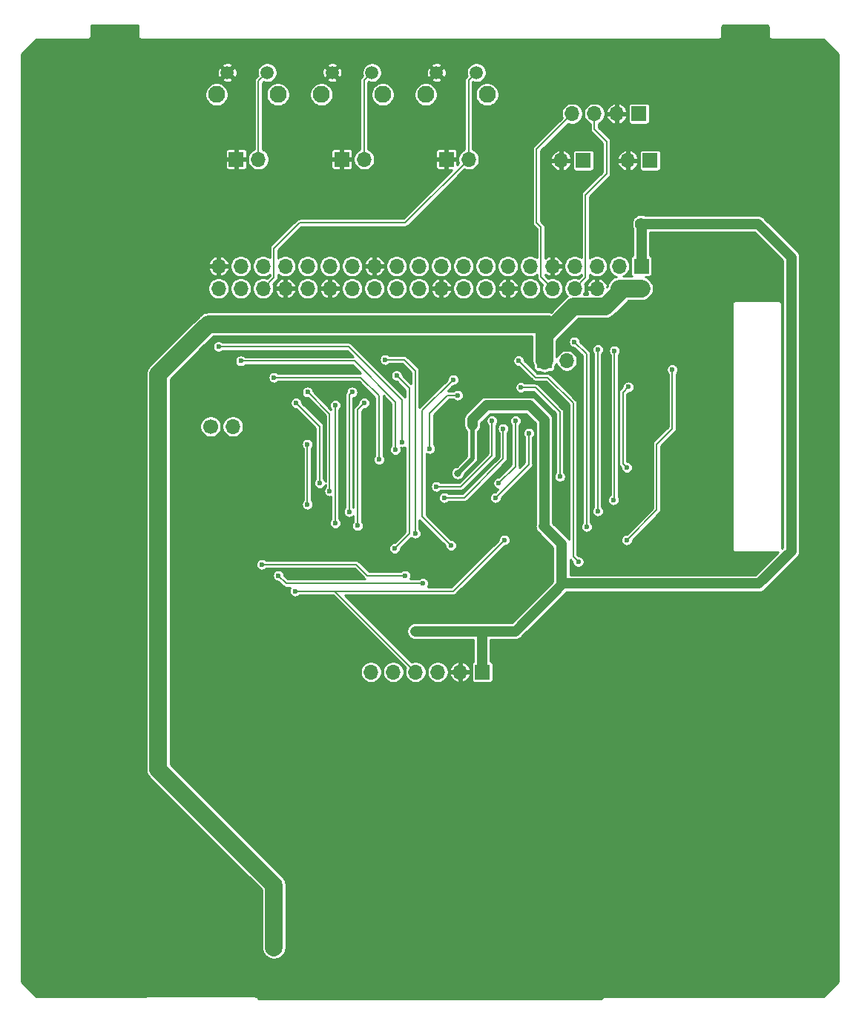
<source format=gbr>
%TF.GenerationSoftware,KiCad,Pcbnew,(5.1.12)-1*%
%TF.CreationDate,2021-12-10T07:50:45+00:00*%
%TF.ProjectId,RGBtoHDMI Amiga Denise CPLD FFC - CDTV Video Slot,52474274-6f48-4444-9d49-20416d696761,1*%
%TF.SameCoordinates,Original*%
%TF.FileFunction,Copper,L2,Bot*%
%TF.FilePolarity,Positive*%
%FSLAX46Y46*%
G04 Gerber Fmt 4.6, Leading zero omitted, Abs format (unit mm)*
G04 Created by KiCad (PCBNEW (5.1.12)-1) date 2021-12-10 07:50:45*
%MOMM*%
%LPD*%
G01*
G04 APERTURE LIST*
%TA.AperFunction,ComponentPad*%
%ADD10O,1.700000X1.700000*%
%TD*%
%TA.AperFunction,ComponentPad*%
%ADD11C,1.700000*%
%TD*%
%TA.AperFunction,ComponentPad*%
%ADD12R,1.700000X1.700000*%
%TD*%
%TA.AperFunction,ComponentPad*%
%ADD13C,0.800000*%
%TD*%
%TA.AperFunction,ComponentPad*%
%ADD14C,5.000000*%
%TD*%
%TA.AperFunction,ComponentPad*%
%ADD15C,1.508000*%
%TD*%
%TA.AperFunction,ComponentPad*%
%ADD16C,1.950000*%
%TD*%
%TA.AperFunction,ViaPad*%
%ADD17C,0.600000*%
%TD*%
%TA.AperFunction,ViaPad*%
%ADD18C,0.800000*%
%TD*%
%TA.AperFunction,ViaPad*%
%ADD19C,2.000000*%
%TD*%
%TA.AperFunction,ViaPad*%
%ADD20C,1.200000*%
%TD*%
%TA.AperFunction,ViaPad*%
%ADD21C,1.400000*%
%TD*%
%TA.AperFunction,Conductor*%
%ADD22C,1.200000*%
%TD*%
%TA.AperFunction,Conductor*%
%ADD23C,0.500000*%
%TD*%
%TA.AperFunction,Conductor*%
%ADD24C,1.400000*%
%TD*%
%TA.AperFunction,Conductor*%
%ADD25C,0.200000*%
%TD*%
%TA.AperFunction,Conductor*%
%ADD26C,2.000000*%
%TD*%
%TA.AperFunction,Conductor*%
%ADD27C,0.254000*%
%TD*%
%TA.AperFunction,Conductor*%
%ADD28C,0.100000*%
%TD*%
G04 APERTURE END LIST*
D10*
%TO.P,A1,2*%
%TO.N,AUDL*%
X73660000Y-83820000D03*
D11*
%TO.P,A1,1*%
%TO.N,AUDR*%
X71120000Y-83820000D03*
%TD*%
D12*
%TO.P,SERIAL1,1*%
%TO.N,+5V*%
X120015000Y-48133000D03*
D10*
%TO.P,SERIAL1,2*%
%TO.N,GND*%
X117475000Y-48133000D03*
%TO.P,SERIAL1,3*%
%TO.N,/GPIO14*%
X114935000Y-48133000D03*
%TO.P,SERIAL1,4*%
%TO.N,/GPIO15*%
X112395000Y-48133000D03*
%TD*%
D13*
%TO.P,H4,1*%
%TO.N,GND*%
X126700225Y-65476175D03*
X125374400Y-64927000D03*
X124048575Y-65476175D03*
X123499400Y-66802000D03*
X124048575Y-68127825D03*
X125374400Y-68677000D03*
X126700225Y-68127825D03*
X127249400Y-66802000D03*
D14*
X125374400Y-66802000D03*
%TD*%
D13*
%TO.P,H3,1*%
%TO.N,GND*%
X68280225Y-65476175D03*
X66954400Y-64927000D03*
X65628575Y-65476175D03*
X65079400Y-66802000D03*
X65628575Y-68127825D03*
X66954400Y-68677000D03*
X68280225Y-68127825D03*
X68829400Y-66802000D03*
D14*
X66954400Y-66802000D03*
%TD*%
D13*
%TO.P,H2,1*%
%TO.N,GND*%
X126700225Y-42616175D03*
X125374400Y-42067000D03*
X124048575Y-42616175D03*
X123499400Y-43942000D03*
X124048575Y-45267825D03*
X125374400Y-45817000D03*
X126700225Y-45267825D03*
X127249400Y-43942000D03*
D14*
X125374400Y-43942000D03*
%TD*%
D13*
%TO.P,H1,1*%
%TO.N,GND*%
X68280225Y-42616175D03*
X66954400Y-42067000D03*
X65628575Y-42616175D03*
X65079400Y-43942000D03*
X65628575Y-45267825D03*
X66954400Y-45817000D03*
X68280225Y-45267825D03*
X68829400Y-43942000D03*
D14*
X66954400Y-43942000D03*
%TD*%
D10*
%TO.P,D2,2*%
%TO.N,GND*%
X118745000Y-53467000D03*
D12*
%TO.P,D2,1*%
%TO.N,Net-(D2-Pad1)*%
X121285000Y-53467000D03*
%TD*%
D10*
%TO.P,D1,2*%
%TO.N,GND*%
X111125000Y-53467000D03*
D12*
%TO.P,D1,1*%
%TO.N,Net-(D1-Pad1)*%
X113665000Y-53467000D03*
%TD*%
D10*
%TO.P,BT3,2*%
%TO.N,/GPIO19*%
X76581000Y-53340000D03*
D12*
%TO.P,BT3,1*%
%TO.N,GND*%
X74041000Y-53340000D03*
%TD*%
D10*
%TO.P,BT2,2*%
%TO.N,/GPIO26*%
X88646000Y-53340000D03*
D12*
%TO.P,BT2,1*%
%TO.N,GND*%
X86106000Y-53340000D03*
%TD*%
D10*
%TO.P,BT1,2*%
%TO.N,/GPIO16*%
X100584000Y-53340000D03*
D12*
%TO.P,BT1,1*%
%TO.N,GND*%
X98044000Y-53340000D03*
%TD*%
D15*
%TO.P,BT13,1*%
%TO.N,GND*%
X73036000Y-43434000D03*
%TO.P,BT13,2*%
%TO.N,/GPIO19*%
X77586000Y-43434000D03*
D16*
%TO.P,BT13,*%
%TO.N,*%
X71811000Y-45934000D03*
X78811000Y-45934000D03*
%TD*%
D15*
%TO.P,BT12,1*%
%TO.N,GND*%
X84999400Y-43434000D03*
%TO.P,BT12,2*%
%TO.N,/GPIO26*%
X89549400Y-43434000D03*
D16*
%TO.P,BT12,*%
%TO.N,*%
X83774400Y-45934000D03*
X90774400Y-45934000D03*
%TD*%
D15*
%TO.P,BT11,1*%
%TO.N,GND*%
X96912000Y-43434000D03*
%TO.P,BT11,2*%
%TO.N,/GPIO16*%
X101462000Y-43434000D03*
D16*
%TO.P,BT11,*%
%TO.N,*%
X95687000Y-45934000D03*
X102687000Y-45934000D03*
%TD*%
D10*
%TO.P,JP1,2*%
%TO.N,/FFC_5V*%
X111760000Y-76327000D03*
D12*
%TO.P,JP1,1*%
%TO.N,+5V*%
X109220000Y-76327000D03*
%TD*%
D10*
%TO.P,JTAG1,6*%
%TO.N,/CLKEN*%
X89433400Y-111836200D03*
%TO.P,JTAG1,5*%
%TO.N,/GPIO0*%
X91973400Y-111836200D03*
%TO.P,JTAG1,4*%
%TO.N,/GPIO24*%
X94513400Y-111836200D03*
%TO.P,JTAG1,3*%
%TO.N,/GPIO20*%
X97053400Y-111836200D03*
%TO.P,JTAG1,2*%
%TO.N,GND*%
X99593400Y-111836200D03*
D12*
%TO.P,JTAG1,1*%
%TO.N,+3V3*%
X102133400Y-111836200D03*
%TD*%
D10*
%TO.P,J1,40*%
%TO.N,/GPIO21*%
X72034400Y-68072000D03*
%TO.P,J1,39*%
%TO.N,GND*%
X72034400Y-65532000D03*
%TO.P,J1,38*%
%TO.N,/GPIO20*%
X74574400Y-68072000D03*
%TO.P,J1,37*%
%TO.N,/GPIO26*%
X74574400Y-65532000D03*
%TO.P,J1,36*%
%TO.N,/GPIO16*%
X77114400Y-68072000D03*
%TO.P,J1,35*%
%TO.N,/GPIO19*%
X77114400Y-65532000D03*
%TO.P,J1,34*%
%TO.N,GND*%
X79654400Y-68072000D03*
%TO.P,J1,33*%
%TO.N,/GPIO13*%
X79654400Y-65532000D03*
%TO.P,J1,32*%
%TO.N,/GPIO12*%
X82194400Y-68072000D03*
%TO.P,J1,31*%
%TO.N,/GPIO6*%
X82194400Y-65532000D03*
%TO.P,J1,30*%
%TO.N,GND*%
X84734400Y-68072000D03*
%TO.P,J1,29*%
%TO.N,/GPIO5*%
X84734400Y-65532000D03*
%TO.P,J1,28*%
%TO.N,/CLKEN*%
X87274400Y-68072000D03*
%TO.P,J1,27*%
%TO.N,/GPIO0*%
X87274400Y-65532000D03*
%TO.P,J1,26*%
%TO.N,/GPIO7*%
X89814400Y-68072000D03*
%TO.P,J1,25*%
%TO.N,GND*%
X89814400Y-65532000D03*
%TO.P,J1,24*%
%TO.N,/GPIO8*%
X92354400Y-68072000D03*
%TO.P,J1,23*%
%TO.N,/GPIO11*%
X92354400Y-65532000D03*
%TO.P,J1,22*%
%TO.N,/GPIO25*%
X94894400Y-68072000D03*
%TO.P,J1,21*%
%TO.N,/GPIO9*%
X94894400Y-65532000D03*
%TO.P,J1,20*%
%TO.N,GND*%
X97434400Y-68072000D03*
%TO.P,J1,19*%
%TO.N,/GPIO10*%
X97434400Y-65532000D03*
%TO.P,J1,18*%
%TO.N,/GPIO24*%
X99974400Y-68072000D03*
%TO.P,J1,17*%
%TO.N,+3V3*%
X99974400Y-65532000D03*
%TO.P,J1,16*%
%TO.N,/GPIO23*%
X102514400Y-68072000D03*
%TO.P,J1,15*%
%TO.N,/GPIO22*%
X102514400Y-65532000D03*
%TO.P,J1,14*%
%TO.N,GND*%
X105054400Y-68072000D03*
%TO.P,J1,13*%
%TO.N,/GPIO27*%
X105054400Y-65532000D03*
%TO.P,J1,12*%
%TO.N,/GPIO18*%
X107594400Y-68072000D03*
%TO.P,J1,11*%
%TO.N,/GPIO17*%
X107594400Y-65532000D03*
%TO.P,J1,10*%
%TO.N,/GPIO15*%
X110134400Y-68072000D03*
%TO.P,J1,9*%
%TO.N,GND*%
X110134400Y-65532000D03*
%TO.P,J1,8*%
%TO.N,/GPIO14*%
X112674400Y-68072000D03*
%TO.P,J1,7*%
%TO.N,/GPIO4*%
X112674400Y-65532000D03*
%TO.P,J1,6*%
%TO.N,GND*%
X115214400Y-68072000D03*
%TO.P,J1,5*%
%TO.N,/GPIO3*%
X115214400Y-65532000D03*
%TO.P,J1,4*%
%TO.N,+5V*%
X117754400Y-68072000D03*
%TO.P,J1,3*%
%TO.N,/GPIO2*%
X117754400Y-65532000D03*
%TO.P,J1,2*%
%TO.N,+5V*%
X120294400Y-68072000D03*
D12*
%TO.P,J1,1*%
%TO.N,+3V3*%
X120294400Y-65532000D03*
%TD*%
D17*
%TO.N,GND*%
X123698000Y-72009000D03*
X123698000Y-94488000D03*
X125095000Y-94488000D03*
X123698000Y-95631000D03*
X125095000Y-95631000D03*
X125095000Y-72009000D03*
X125095000Y-73152000D03*
X123698000Y-73152000D03*
D18*
X120396000Y-91313000D03*
X120396000Y-92329000D03*
X123571000Y-91313000D03*
X123571000Y-92329000D03*
X123571000Y-89281000D03*
X120396000Y-89281000D03*
D17*
X91694000Y-91948000D03*
X97282000Y-84709000D03*
X97282000Y-82550000D03*
X106045000Y-97282000D03*
X108331000Y-97282000D03*
X92456000Y-105664000D03*
X92456000Y-103251000D03*
X86487000Y-97917000D03*
X84201000Y-97917000D03*
X107442000Y-90297000D03*
X117983000Y-89281000D03*
X78105000Y-60960000D03*
X88773000Y-97536000D03*
X94869000Y-70485000D03*
X102235000Y-84455000D03*
X111760000Y-79121000D03*
X118999000Y-81407000D03*
X100584000Y-96012000D03*
X96139000Y-97917000D03*
D19*
X85979000Y-143256000D03*
X113842800Y-143256000D03*
X85979000Y-140969992D03*
X113855504Y-140970000D03*
D17*
X99695000Y-103378000D03*
X99695000Y-105664000D03*
X89027000Y-86233000D03*
X91186000Y-84201000D03*
X89408000Y-88646000D03*
X98298000Y-93472000D03*
X86741000Y-94742000D03*
X97663000Y-86360000D03*
X102108000Y-78994000D03*
D20*
%TO.N,+3V3*%
X109156500Y-95186500D03*
X101015800Y-83642200D03*
D18*
X99335500Y-89154000D03*
D21*
X120269000Y-60706000D03*
D20*
X102108000Y-107188000D03*
X94488000Y-107187990D03*
D17*
%TO.N,/GPIO21*%
X92991127Y-85598000D03*
X72034399Y-74701399D03*
%TO.N,/GPIO20*%
X92202000Y-86487000D03*
X74574401Y-76352400D03*
%TO.N,/GPIO18*%
X110984801Y-89548199D03*
X106553000Y-79375000D03*
%TO.N,/GPIO13*%
X90350842Y-87605614D03*
X78359000Y-78232000D03*
%TO.N,/GPIO12*%
X82194400Y-79908400D03*
X84708998Y-91186000D03*
%TO.N,/GPIO6*%
X80899000Y-81153000D03*
X83566000Y-90297000D03*
%TO.N,/GPIO5*%
X82168998Y-92710000D03*
X82169000Y-85852000D03*
%TO.N,/GPIO0*%
X85344000Y-94869000D03*
X85343998Y-81407002D03*
%TO.N,/GPIO7*%
X87909200Y-95148200D03*
X88646000Y-81153000D03*
%TO.N,/GPIO8*%
X92139000Y-97727000D03*
X92354400Y-78003400D03*
%TO.N,/GPIO11*%
X94488000Y-96012000D03*
X91059000Y-76200000D03*
%TO.N,/GPIO9*%
X76962000Y-99568000D03*
X93345000Y-100838000D03*
%TO.N,/GPIO10*%
X78867000Y-100838000D03*
X95377000Y-101727000D03*
%TO.N,/GPIO24*%
X104648000Y-96774000D03*
X80772000Y-102616000D03*
%TO.N,/GPIO23*%
X98552000Y-97409000D03*
X98806000Y-78486004D03*
%TO.N,/GPIO17*%
X113091200Y-99248200D03*
X106299000Y-76327000D03*
%TO.N,/GPIO4*%
X112649000Y-74168000D03*
X114046000Y-95250000D03*
%TO.N,/GPIO3*%
X115316000Y-75057000D03*
X115316000Y-93472000D03*
%TO.N,/GPIO2*%
X117221000Y-75184000D03*
X117094000Y-92202000D03*
%TO.N,/CLKEN*%
X86944196Y-93548200D03*
X87274400Y-79908400D03*
%TO.N,/R3*%
X104013000Y-90297000D03*
X105918000Y-83185000D03*
%TO.N,/R2*%
X118799992Y-79320000D03*
X118618000Y-88519000D03*
%TO.N,/R1*%
X96139000Y-86360000D03*
X99314000Y-80264000D03*
%TO.N,/R0*%
X118618004Y-96774000D03*
X123825000Y-77320000D03*
%TO.N,/B3*%
X103632000Y-91948000D03*
X107442000Y-84582000D03*
%TO.N,/B2*%
X104521000Y-84074000D03*
X97790000Y-91948000D03*
%TO.N,/B1*%
X96901000Y-90678000D03*
X103251000Y-83185000D03*
D19*
%TO.N,+5V*%
X78359006Y-138557000D03*
X78359000Y-140970000D03*
X78359000Y-143256000D03*
X78359006Y-136144000D03*
%TD*%
D22*
%TO.N,+3V3*%
X109156500Y-95186500D02*
X109147700Y-95177700D01*
D23*
X101015800Y-83642200D02*
X101015800Y-87473700D01*
X101015800Y-87473700D02*
X99335500Y-89154000D01*
D24*
X102108000Y-111810800D02*
X102133400Y-111836200D01*
D22*
X111188500Y-97218500D02*
X109156500Y-95186500D01*
X111188500Y-101727000D02*
X111188500Y-97218500D01*
X115697000Y-101727000D02*
X111188500Y-101727000D01*
X102108000Y-107188000D02*
X102108000Y-111810800D01*
X94488010Y-107188000D02*
X94488000Y-107187990D01*
X102108000Y-107188000D02*
X94488010Y-107188000D01*
X102108010Y-107187990D02*
X102108000Y-107188000D01*
X105918010Y-107187990D02*
X102108010Y-107187990D01*
X111379000Y-101727000D02*
X105918010Y-107187990D01*
X115697000Y-101727000D02*
X111379000Y-101727000D01*
X109220000Y-95123000D02*
X109156500Y-95186500D01*
X109220000Y-83058000D02*
X109220000Y-95123000D01*
X107569000Y-81407000D02*
X109220000Y-83058000D01*
X102616000Y-81407000D02*
X107569000Y-81407000D01*
X101015800Y-83007200D02*
X102616000Y-81407000D01*
X101015800Y-83642200D02*
X101015800Y-83007200D01*
X120294400Y-60731400D02*
X120269000Y-60706000D01*
X120294400Y-65532000D02*
X120294400Y-60731400D01*
X133604000Y-60706000D02*
X120269000Y-60706000D01*
X137414000Y-64516000D02*
X133604000Y-60706000D01*
X133731000Y-101727000D02*
X137414000Y-98044000D01*
X137414000Y-98044000D02*
X137414000Y-64516000D01*
X115697000Y-101727000D02*
X133731000Y-101727000D01*
D25*
%TO.N,/GPIO21*%
X92991127Y-85598000D02*
X92991127Y-80799127D01*
X92991127Y-80799127D02*
X86893399Y-74701399D01*
X86893399Y-74701399D02*
X72034399Y-74701399D01*
%TO.N,/GPIO20*%
X92202000Y-86487000D02*
X92202000Y-81026000D01*
X87528400Y-76352400D02*
X74574401Y-76352400D01*
X92202000Y-81026000D02*
X87528400Y-76352400D01*
%TO.N,/GPIO26*%
X88646000Y-44337400D02*
X89549400Y-43434000D01*
X88646000Y-53340000D02*
X88646000Y-44337400D01*
%TO.N,/GPIO16*%
X93345000Y-60579000D02*
X100584000Y-53340000D01*
X81280000Y-60579000D02*
X93345000Y-60579000D01*
X78359000Y-63500000D02*
X81280000Y-60579000D01*
X78359000Y-66827400D02*
X78359000Y-63500000D01*
X77114400Y-68072000D02*
X78359000Y-66827400D01*
X100584000Y-44312000D02*
X101462000Y-43434000D01*
X100584000Y-53340000D02*
X100584000Y-44312000D01*
%TO.N,/GPIO18*%
X110984801Y-89548199D02*
X110984801Y-82155801D01*
X110984801Y-82155801D02*
X108204000Y-79375000D01*
X108204000Y-79375000D02*
X106553000Y-79375000D01*
%TO.N,/GPIO13*%
X90350842Y-87605614D02*
X90350842Y-80317842D01*
X90350842Y-80317842D02*
X88265000Y-78232000D01*
X88265000Y-78232000D02*
X78359000Y-78232000D01*
%TO.N,/GPIO12*%
X82194400Y-79908400D02*
X84708998Y-82422998D01*
X84708998Y-82422998D02*
X84708998Y-91186000D01*
%TO.N,/GPIO6*%
X83566000Y-83820000D02*
X83566000Y-90297000D01*
X80899000Y-81153000D02*
X83566000Y-83820000D01*
%TO.N,/GPIO5*%
X82168998Y-92710000D02*
X82168998Y-85852002D01*
X82168998Y-85852002D02*
X82169000Y-85852000D01*
%TO.N,/GPIO0*%
X85344000Y-94869000D02*
X85344001Y-81407005D01*
X85344001Y-81407005D02*
X85343998Y-81407002D01*
%TO.N,/GPIO7*%
X87909200Y-81889800D02*
X88646000Y-81153000D01*
X87909200Y-95148200D02*
X87909200Y-81889800D01*
%TO.N,/GPIO8*%
X92139000Y-97727000D02*
X93818002Y-96047998D01*
X93818002Y-79467002D02*
X92354400Y-78003400D01*
X93818002Y-96047998D02*
X93818002Y-79467002D01*
%TO.N,/GPIO11*%
X93218000Y-76200000D02*
X91059000Y-76200000D01*
X94488000Y-77470000D02*
X93218000Y-76200000D01*
X94488000Y-96012000D02*
X94488000Y-77470000D01*
%TO.N,/GPIO9*%
X89027000Y-100838000D02*
X93345000Y-100838000D01*
X87757000Y-99568000D02*
X89027000Y-100838000D01*
X76962000Y-99568000D02*
X87757000Y-99568000D01*
%TO.N,/GPIO10*%
X79756000Y-101727000D02*
X95377000Y-101727000D01*
X78867000Y-100838000D02*
X79756000Y-101727000D01*
%TO.N,/GPIO24*%
X85293200Y-102616000D02*
X80772000Y-102616000D01*
X98806000Y-102616000D02*
X80772000Y-102616000D01*
X104648000Y-96774000D02*
X98806000Y-102616000D01*
X94513400Y-111836200D02*
X85293200Y-102616000D01*
%TO.N,/GPIO23*%
X95270453Y-82021551D02*
X98806000Y-78486004D01*
X98552000Y-97409000D02*
X95270453Y-94127453D01*
X95270453Y-94127453D02*
X95270453Y-82021551D01*
%TO.N,/GPIO17*%
X109601000Y-78232000D02*
X112509990Y-81140990D01*
X112791201Y-98948201D02*
X113091200Y-99248200D01*
X112509990Y-98666990D02*
X112791201Y-98948201D01*
X112509990Y-81140990D02*
X112509990Y-98666990D01*
X108204000Y-78232000D02*
X109601000Y-78232000D01*
X106299000Y-76327000D02*
X108204000Y-78232000D01*
%TO.N,/GPIO15*%
X108331000Y-52197000D02*
X112395000Y-48133000D01*
X108331000Y-60579000D02*
X108331000Y-52197000D01*
X108839000Y-66776600D02*
X108839000Y-61087000D01*
X108839000Y-61087000D02*
X108331000Y-60579000D01*
X110134400Y-68072000D02*
X108839000Y-66776600D01*
%TO.N,/GPIO14*%
X116332000Y-51308000D02*
X114935000Y-49911000D01*
X116332000Y-54991000D02*
X116332000Y-51308000D01*
X113919000Y-57404000D02*
X116332000Y-54991000D01*
X114935000Y-49911000D02*
X114935000Y-48133000D01*
X113919000Y-66827400D02*
X113919000Y-57404000D01*
X112674400Y-68072000D02*
X113919000Y-66827400D01*
%TO.N,/GPIO4*%
X112649000Y-74168000D02*
X114046000Y-75565000D01*
X114046000Y-75565000D02*
X114046000Y-95250000D01*
%TO.N,/GPIO3*%
X115316000Y-75057000D02*
X115316000Y-93472000D01*
%TO.N,/GPIO2*%
X117221000Y-92075000D02*
X117094000Y-92202000D01*
X117221000Y-75184000D02*
X117221000Y-92075000D01*
%TO.N,/GPIO19*%
X76581000Y-44439000D02*
X77586000Y-43434000D01*
X76581000Y-53340000D02*
X76581000Y-44439000D01*
%TO.N,/CLKEN*%
X86944196Y-93548200D02*
X86944196Y-80238604D01*
X86944196Y-80238604D02*
X87274400Y-79908400D01*
%TO.N,/R3*%
X104013000Y-90297000D02*
X105918000Y-88392000D01*
X105918000Y-88392000D02*
X105918000Y-83185000D01*
%TO.N,/R2*%
X118191001Y-88092001D02*
X118618000Y-88519000D01*
X118191001Y-79928991D02*
X118191001Y-88092001D01*
X118799992Y-79320000D02*
X118191001Y-79928991D01*
%TO.N,/R1*%
X98171000Y-80264000D02*
X99314000Y-80264000D01*
X96139000Y-86360000D02*
X96139000Y-82296000D01*
X96139000Y-82296000D02*
X98171000Y-80264000D01*
%TO.N,/R0*%
X123825000Y-84074000D02*
X123825000Y-77320000D01*
X122047000Y-85852000D02*
X123825000Y-84074000D01*
X122047000Y-93345004D02*
X122047000Y-85852000D01*
X118618004Y-96774000D02*
X122047000Y-93345004D01*
%TO.N,/B3*%
X103632000Y-91948000D02*
X107442000Y-88138000D01*
X107442000Y-88138000D02*
X107442000Y-84582000D01*
%TO.N,/B2*%
X100076000Y-91948000D02*
X97790000Y-91948000D01*
X104521000Y-87503000D02*
X100076000Y-91948000D01*
X104521000Y-84074000D02*
X104521000Y-87503000D01*
%TO.N,/B1*%
X96901000Y-90678000D02*
X99695000Y-90678000D01*
X99695000Y-90678000D02*
X103251000Y-87122000D01*
X103251000Y-87122000D02*
X103251000Y-83185000D01*
D26*
%TO.N,+5V*%
X117754400Y-68072000D02*
X120294400Y-68072000D01*
X109728000Y-72136000D02*
X109220000Y-72644000D01*
X70866000Y-72136000D02*
X109728000Y-72136000D01*
X65151000Y-122935994D02*
X65151000Y-77851000D01*
X65151000Y-77851000D02*
X70866000Y-72136000D01*
X78359000Y-136143994D02*
X65151000Y-122935994D01*
X109220000Y-72644000D02*
X109220000Y-76327000D01*
X78359000Y-143256000D02*
X78359000Y-136143994D01*
X109220000Y-76327000D02*
X109220000Y-73477000D01*
X109220000Y-73477000D02*
X112574999Y-70122001D01*
X116198401Y-70122001D02*
X117754400Y-68566002D01*
X112574999Y-70122001D02*
X116198401Y-70122001D01*
X117754400Y-68566002D02*
X117754400Y-68072000D01*
%TD*%
D27*
%TO.N,GND*%
X62814600Y-38087914D02*
X62814601Y-39223050D01*
X62812636Y-39243000D01*
X62820475Y-39322590D01*
X62843690Y-39399121D01*
X62881390Y-39469653D01*
X62932126Y-39531474D01*
X62993947Y-39582210D01*
X63064479Y-39619910D01*
X63141010Y-39643125D01*
X63200659Y-39649000D01*
X63200660Y-39649000D01*
X63220600Y-39650964D01*
X63240541Y-39649000D01*
X129037459Y-39649000D01*
X129057400Y-39650964D01*
X129077340Y-39649000D01*
X129077341Y-39649000D01*
X129136990Y-39643125D01*
X129213521Y-39619910D01*
X129284053Y-39582210D01*
X129345874Y-39531474D01*
X129396610Y-39469653D01*
X129434310Y-39399121D01*
X129457525Y-39322590D01*
X129465364Y-39243000D01*
X129463400Y-39223059D01*
X129463400Y-38239301D01*
X129611568Y-38048800D01*
X134671000Y-38048800D01*
X134810900Y-38235333D01*
X134810901Y-39223050D01*
X134808936Y-39243000D01*
X134816775Y-39322590D01*
X134839990Y-39399121D01*
X134877690Y-39469653D01*
X134928426Y-39531474D01*
X134990247Y-39582210D01*
X135060779Y-39619910D01*
X135137310Y-39643125D01*
X135196959Y-39649000D01*
X135196960Y-39649000D01*
X135216900Y-39650964D01*
X135236841Y-39649000D01*
X141055831Y-39649000D01*
X142723000Y-41316170D01*
X142723001Y-147177229D01*
X141055831Y-148844400D01*
X116148741Y-148844400D01*
X116128800Y-148842436D01*
X116108860Y-148844400D01*
X116108859Y-148844400D01*
X116049210Y-148850275D01*
X115972679Y-148873490D01*
X115902147Y-148911190D01*
X115840326Y-148961926D01*
X115789590Y-149023747D01*
X115751890Y-149094279D01*
X115750761Y-149098000D01*
X76560344Y-149098000D01*
X76551510Y-149068879D01*
X76551410Y-149068692D01*
X76551351Y-149068498D01*
X76532882Y-149034029D01*
X76513810Y-148998347D01*
X76513677Y-148998185D01*
X76513580Y-148998004D01*
X76488589Y-148967616D01*
X76463074Y-148936526D01*
X76462912Y-148936393D01*
X76462782Y-148936235D01*
X76432202Y-148911190D01*
X76401253Y-148885790D01*
X76401068Y-148885691D01*
X76400909Y-148885561D01*
X76366409Y-148867166D01*
X76330721Y-148848090D01*
X76330518Y-148848028D01*
X76330339Y-148847933D01*
X76292850Y-148836602D01*
X76254190Y-148824875D01*
X76253982Y-148824854D01*
X76253785Y-148824795D01*
X76214913Y-148821007D01*
X76174600Y-148817036D01*
X76154445Y-148819021D01*
X51247400Y-148844230D01*
X49580359Y-147177190D01*
X49563779Y-77851000D01*
X63763319Y-77851000D01*
X63770001Y-77918843D01*
X63770000Y-122868161D01*
X63763319Y-122935994D01*
X63770000Y-123003827D01*
X63770000Y-123003836D01*
X63789982Y-123206716D01*
X63868949Y-123467036D01*
X63997185Y-123706948D01*
X64169761Y-123917232D01*
X64222456Y-123960478D01*
X76978001Y-136716024D01*
X76978000Y-143119983D01*
X76978000Y-143392017D01*
X76991300Y-143458882D01*
X76997982Y-143526722D01*
X77017770Y-143591955D01*
X77031071Y-143658823D01*
X77057161Y-143721810D01*
X77076949Y-143787042D01*
X77109084Y-143847161D01*
X77135174Y-143910149D01*
X77173052Y-143966838D01*
X77205185Y-144026954D01*
X77248427Y-144079644D01*
X77286307Y-144136336D01*
X77334521Y-144184550D01*
X77377761Y-144237238D01*
X77430451Y-144280480D01*
X77478664Y-144328693D01*
X77535352Y-144366571D01*
X77588045Y-144409815D01*
X77648166Y-144441951D01*
X77704851Y-144479826D01*
X77767834Y-144505915D01*
X77827957Y-144538051D01*
X77893193Y-144557840D01*
X77956177Y-144583929D01*
X78023042Y-144597229D01*
X78088277Y-144617018D01*
X78156119Y-144623700D01*
X78222983Y-144637000D01*
X78291157Y-144637000D01*
X78359000Y-144643682D01*
X78426843Y-144637000D01*
X78495017Y-144637000D01*
X78561882Y-144623700D01*
X78629722Y-144617018D01*
X78694955Y-144597230D01*
X78761823Y-144583929D01*
X78824810Y-144557839D01*
X78890042Y-144538051D01*
X78950161Y-144505916D01*
X79013149Y-144479826D01*
X79069838Y-144441948D01*
X79129954Y-144409815D01*
X79182644Y-144366573D01*
X79239336Y-144328693D01*
X79287550Y-144280479D01*
X79340238Y-144237239D01*
X79383480Y-144184549D01*
X79431693Y-144136336D01*
X79469571Y-144079648D01*
X79512815Y-144026955D01*
X79544951Y-143966834D01*
X79582826Y-143910149D01*
X79608915Y-143847166D01*
X79641051Y-143787043D01*
X79660840Y-143721807D01*
X79686929Y-143658823D01*
X79700229Y-143591958D01*
X79720018Y-143526723D01*
X79726700Y-143458882D01*
X79740000Y-143392017D01*
X79740000Y-138693047D01*
X79740006Y-138693017D01*
X79740006Y-138420983D01*
X79740000Y-138420953D01*
X79740000Y-136280047D01*
X79740006Y-136280017D01*
X79740006Y-136211769D01*
X79746681Y-136143994D01*
X79740006Y-136076219D01*
X79740006Y-136007983D01*
X79726695Y-135941065D01*
X79720018Y-135873271D01*
X79700243Y-135808082D01*
X79686935Y-135741177D01*
X79660830Y-135678155D01*
X79641051Y-135612951D01*
X79608930Y-135552857D01*
X79582832Y-135489851D01*
X79544943Y-135433146D01*
X79512815Y-135373039D01*
X79469580Y-135320357D01*
X79431699Y-135263664D01*
X79383484Y-135215449D01*
X79340239Y-135162755D01*
X79287545Y-135119510D01*
X79239342Y-135071307D01*
X66532000Y-122363966D01*
X66532000Y-111714957D01*
X88202400Y-111714957D01*
X88202400Y-111957443D01*
X88249707Y-112195269D01*
X88342502Y-112419297D01*
X88477220Y-112620917D01*
X88648683Y-112792380D01*
X88850303Y-112927098D01*
X89074331Y-113019893D01*
X89312157Y-113067200D01*
X89554643Y-113067200D01*
X89792469Y-113019893D01*
X90016497Y-112927098D01*
X90218117Y-112792380D01*
X90389580Y-112620917D01*
X90524298Y-112419297D01*
X90617093Y-112195269D01*
X90664400Y-111957443D01*
X90664400Y-111714957D01*
X90742400Y-111714957D01*
X90742400Y-111957443D01*
X90789707Y-112195269D01*
X90882502Y-112419297D01*
X91017220Y-112620917D01*
X91188683Y-112792380D01*
X91390303Y-112927098D01*
X91614331Y-113019893D01*
X91852157Y-113067200D01*
X92094643Y-113067200D01*
X92332469Y-113019893D01*
X92556497Y-112927098D01*
X92758117Y-112792380D01*
X92929580Y-112620917D01*
X93064298Y-112419297D01*
X93157093Y-112195269D01*
X93204400Y-111957443D01*
X93204400Y-111714957D01*
X93157093Y-111477131D01*
X93064298Y-111253103D01*
X92929580Y-111051483D01*
X92758117Y-110880020D01*
X92556497Y-110745302D01*
X92332469Y-110652507D01*
X92094643Y-110605200D01*
X91852157Y-110605200D01*
X91614331Y-110652507D01*
X91390303Y-110745302D01*
X91188683Y-110880020D01*
X91017220Y-111051483D01*
X90882502Y-111253103D01*
X90789707Y-111477131D01*
X90742400Y-111714957D01*
X90664400Y-111714957D01*
X90617093Y-111477131D01*
X90524298Y-111253103D01*
X90389580Y-111051483D01*
X90218117Y-110880020D01*
X90016497Y-110745302D01*
X89792469Y-110652507D01*
X89554643Y-110605200D01*
X89312157Y-110605200D01*
X89074331Y-110652507D01*
X88850303Y-110745302D01*
X88648683Y-110880020D01*
X88477220Y-111051483D01*
X88342502Y-111253103D01*
X88249707Y-111477131D01*
X88202400Y-111714957D01*
X66532000Y-111714957D01*
X66532000Y-99500927D01*
X76281000Y-99500927D01*
X76281000Y-99635073D01*
X76307171Y-99766640D01*
X76358506Y-99890574D01*
X76433033Y-100002112D01*
X76527888Y-100096967D01*
X76639426Y-100171494D01*
X76763360Y-100222829D01*
X76894927Y-100249000D01*
X77029073Y-100249000D01*
X77160640Y-100222829D01*
X77284574Y-100171494D01*
X77396112Y-100096967D01*
X77444079Y-100049000D01*
X87557764Y-100049000D01*
X88670175Y-101161412D01*
X88685236Y-101179764D01*
X88758478Y-101239872D01*
X88769943Y-101246000D01*
X79955237Y-101246000D01*
X79548000Y-100838764D01*
X79548000Y-100770927D01*
X79521829Y-100639360D01*
X79470494Y-100515426D01*
X79395967Y-100403888D01*
X79301112Y-100309033D01*
X79189574Y-100234506D01*
X79065640Y-100183171D01*
X78934073Y-100157000D01*
X78799927Y-100157000D01*
X78668360Y-100183171D01*
X78544426Y-100234506D01*
X78432888Y-100309033D01*
X78338033Y-100403888D01*
X78263506Y-100515426D01*
X78212171Y-100639360D01*
X78186000Y-100770927D01*
X78186000Y-100905073D01*
X78212171Y-101036640D01*
X78263506Y-101160574D01*
X78338033Y-101272112D01*
X78432888Y-101366967D01*
X78544426Y-101441494D01*
X78668360Y-101492829D01*
X78799927Y-101519000D01*
X78867764Y-101519000D01*
X79399175Y-102050411D01*
X79414236Y-102068764D01*
X79487478Y-102128872D01*
X79571039Y-102173536D01*
X79634203Y-102192696D01*
X79661707Y-102201040D01*
X79756000Y-102210327D01*
X79779626Y-102208000D01*
X80225586Y-102208000D01*
X80168506Y-102293426D01*
X80117171Y-102417360D01*
X80091000Y-102548927D01*
X80091000Y-102683073D01*
X80117171Y-102814640D01*
X80168506Y-102938574D01*
X80243033Y-103050112D01*
X80337888Y-103144967D01*
X80449426Y-103219494D01*
X80573360Y-103270829D01*
X80704927Y-103297000D01*
X80839073Y-103297000D01*
X80970640Y-103270829D01*
X81094574Y-103219494D01*
X81206112Y-103144967D01*
X81254079Y-103097000D01*
X85093964Y-103097000D01*
X93371997Y-111375034D01*
X93329707Y-111477131D01*
X93282400Y-111714957D01*
X93282400Y-111957443D01*
X93329707Y-112195269D01*
X93422502Y-112419297D01*
X93557220Y-112620917D01*
X93728683Y-112792380D01*
X93930303Y-112927098D01*
X94154331Y-113019893D01*
X94392157Y-113067200D01*
X94634643Y-113067200D01*
X94872469Y-113019893D01*
X95096497Y-112927098D01*
X95298117Y-112792380D01*
X95469580Y-112620917D01*
X95604298Y-112419297D01*
X95697093Y-112195269D01*
X95744400Y-111957443D01*
X95744400Y-111714957D01*
X95822400Y-111714957D01*
X95822400Y-111957443D01*
X95869707Y-112195269D01*
X95962502Y-112419297D01*
X96097220Y-112620917D01*
X96268683Y-112792380D01*
X96470303Y-112927098D01*
X96694331Y-113019893D01*
X96932157Y-113067200D01*
X97174643Y-113067200D01*
X97412469Y-113019893D01*
X97636497Y-112927098D01*
X97838117Y-112792380D01*
X98009580Y-112620917D01*
X98144298Y-112419297D01*
X98237093Y-112195269D01*
X98245464Y-112153181D01*
X98403905Y-112153181D01*
X98488601Y-112379149D01*
X98615753Y-112584252D01*
X98780476Y-112760608D01*
X98976439Y-112901439D01*
X99196112Y-113001334D01*
X99276420Y-113025689D01*
X99466400Y-112964827D01*
X99466400Y-111963200D01*
X99720400Y-111963200D01*
X99720400Y-112964827D01*
X99910380Y-113025689D01*
X99990688Y-113001334D01*
X100210361Y-112901439D01*
X100406324Y-112760608D01*
X100571047Y-112584252D01*
X100698199Y-112379149D01*
X100782895Y-112153181D01*
X100722587Y-111963200D01*
X99720400Y-111963200D01*
X99466400Y-111963200D01*
X98464213Y-111963200D01*
X98403905Y-112153181D01*
X98245464Y-112153181D01*
X98284400Y-111957443D01*
X98284400Y-111714957D01*
X98245465Y-111519219D01*
X98403905Y-111519219D01*
X98464213Y-111709200D01*
X99466400Y-111709200D01*
X99466400Y-110707573D01*
X99720400Y-110707573D01*
X99720400Y-111709200D01*
X100722587Y-111709200D01*
X100782895Y-111519219D01*
X100698199Y-111293251D01*
X100571047Y-111088148D01*
X100406324Y-110911792D01*
X100210361Y-110770961D01*
X99990688Y-110671066D01*
X99910380Y-110646711D01*
X99720400Y-110707573D01*
X99466400Y-110707573D01*
X99276420Y-110646711D01*
X99196112Y-110671066D01*
X98976439Y-110770961D01*
X98780476Y-110911792D01*
X98615753Y-111088148D01*
X98488601Y-111293251D01*
X98403905Y-111519219D01*
X98245465Y-111519219D01*
X98237093Y-111477131D01*
X98144298Y-111253103D01*
X98009580Y-111051483D01*
X97838117Y-110880020D01*
X97636497Y-110745302D01*
X97412469Y-110652507D01*
X97174643Y-110605200D01*
X96932157Y-110605200D01*
X96694331Y-110652507D01*
X96470303Y-110745302D01*
X96268683Y-110880020D01*
X96097220Y-111051483D01*
X95962502Y-111253103D01*
X95869707Y-111477131D01*
X95822400Y-111714957D01*
X95744400Y-111714957D01*
X95697093Y-111477131D01*
X95604298Y-111253103D01*
X95469580Y-111051483D01*
X95298117Y-110880020D01*
X95096497Y-110745302D01*
X94872469Y-110652507D01*
X94634643Y-110605200D01*
X94392157Y-110605200D01*
X94154331Y-110652507D01*
X94052234Y-110694797D01*
X86454436Y-103097000D01*
X98782374Y-103097000D01*
X98806000Y-103099327D01*
X98829626Y-103097000D01*
X98900292Y-103090040D01*
X98990961Y-103062536D01*
X99074522Y-103017872D01*
X99147764Y-102957764D01*
X99162830Y-102939406D01*
X104647236Y-97455000D01*
X104715073Y-97455000D01*
X104846640Y-97428829D01*
X104970574Y-97377494D01*
X105082112Y-97302967D01*
X105176967Y-97208112D01*
X105251494Y-97096574D01*
X105302829Y-96972640D01*
X105329000Y-96841073D01*
X105329000Y-96706927D01*
X105302829Y-96575360D01*
X105251494Y-96451426D01*
X105176967Y-96339888D01*
X105082112Y-96245033D01*
X104970574Y-96170506D01*
X104846640Y-96119171D01*
X104715073Y-96093000D01*
X104580927Y-96093000D01*
X104449360Y-96119171D01*
X104325426Y-96170506D01*
X104213888Y-96245033D01*
X104119033Y-96339888D01*
X104044506Y-96451426D01*
X103993171Y-96575360D01*
X103967000Y-96706927D01*
X103967000Y-96774764D01*
X98606764Y-102135000D01*
X95923414Y-102135000D01*
X95980494Y-102049574D01*
X96031829Y-101925640D01*
X96058000Y-101794073D01*
X96058000Y-101659927D01*
X96031829Y-101528360D01*
X95980494Y-101404426D01*
X95905967Y-101292888D01*
X95811112Y-101198033D01*
X95699574Y-101123506D01*
X95575640Y-101072171D01*
X95444073Y-101046000D01*
X95309927Y-101046000D01*
X95178360Y-101072171D01*
X95054426Y-101123506D01*
X94942888Y-101198033D01*
X94894921Y-101246000D01*
X93891414Y-101246000D01*
X93948494Y-101160574D01*
X93999829Y-101036640D01*
X94026000Y-100905073D01*
X94026000Y-100770927D01*
X93999829Y-100639360D01*
X93948494Y-100515426D01*
X93873967Y-100403888D01*
X93779112Y-100309033D01*
X93667574Y-100234506D01*
X93543640Y-100183171D01*
X93412073Y-100157000D01*
X93277927Y-100157000D01*
X93146360Y-100183171D01*
X93022426Y-100234506D01*
X92910888Y-100309033D01*
X92862921Y-100357000D01*
X89226237Y-100357000D01*
X88113830Y-99244594D01*
X88098764Y-99226236D01*
X88025522Y-99166128D01*
X87941961Y-99121464D01*
X87851292Y-99093960D01*
X87780626Y-99087000D01*
X87757000Y-99084673D01*
X87733374Y-99087000D01*
X77444079Y-99087000D01*
X77396112Y-99039033D01*
X77284574Y-98964506D01*
X77160640Y-98913171D01*
X77029073Y-98887000D01*
X76894927Y-98887000D01*
X76763360Y-98913171D01*
X76639426Y-98964506D01*
X76527888Y-99039033D01*
X76433033Y-99133888D01*
X76358506Y-99245426D01*
X76307171Y-99369360D01*
X76281000Y-99500927D01*
X66532000Y-99500927D01*
X66532000Y-92642927D01*
X81487998Y-92642927D01*
X81487998Y-92777073D01*
X81514169Y-92908640D01*
X81565504Y-93032574D01*
X81640031Y-93144112D01*
X81734886Y-93238967D01*
X81846424Y-93313494D01*
X81970358Y-93364829D01*
X82101925Y-93391000D01*
X82236071Y-93391000D01*
X82367638Y-93364829D01*
X82491572Y-93313494D01*
X82603110Y-93238967D01*
X82697965Y-93144112D01*
X82772492Y-93032574D01*
X82823827Y-92908640D01*
X82849998Y-92777073D01*
X82849998Y-92642927D01*
X82823827Y-92511360D01*
X82772492Y-92387426D01*
X82697965Y-92275888D01*
X82649998Y-92227921D01*
X82649998Y-86334081D01*
X82697967Y-86286112D01*
X82772494Y-86174574D01*
X82823829Y-86050640D01*
X82850000Y-85919073D01*
X82850000Y-85784927D01*
X82823829Y-85653360D01*
X82772494Y-85529426D01*
X82697967Y-85417888D01*
X82603112Y-85323033D01*
X82491574Y-85248506D01*
X82367640Y-85197171D01*
X82236073Y-85171000D01*
X82101927Y-85171000D01*
X81970360Y-85197171D01*
X81846426Y-85248506D01*
X81734888Y-85323033D01*
X81640033Y-85417888D01*
X81565506Y-85529426D01*
X81514171Y-85653360D01*
X81488000Y-85784927D01*
X81488000Y-85919073D01*
X81514171Y-86050640D01*
X81565506Y-86174574D01*
X81640033Y-86286112D01*
X81687999Y-86334078D01*
X81687998Y-92227921D01*
X81640031Y-92275888D01*
X81565504Y-92387426D01*
X81514169Y-92511360D01*
X81487998Y-92642927D01*
X66532000Y-92642927D01*
X66532000Y-83698757D01*
X69889000Y-83698757D01*
X69889000Y-83941243D01*
X69936307Y-84179069D01*
X70029102Y-84403097D01*
X70163820Y-84604717D01*
X70335283Y-84776180D01*
X70536903Y-84910898D01*
X70760931Y-85003693D01*
X70998757Y-85051000D01*
X71241243Y-85051000D01*
X71479069Y-85003693D01*
X71703097Y-84910898D01*
X71904717Y-84776180D01*
X72076180Y-84604717D01*
X72210898Y-84403097D01*
X72303693Y-84179069D01*
X72351000Y-83941243D01*
X72351000Y-83698757D01*
X72429000Y-83698757D01*
X72429000Y-83941243D01*
X72476307Y-84179069D01*
X72569102Y-84403097D01*
X72703820Y-84604717D01*
X72875283Y-84776180D01*
X73076903Y-84910898D01*
X73300931Y-85003693D01*
X73538757Y-85051000D01*
X73781243Y-85051000D01*
X74019069Y-85003693D01*
X74243097Y-84910898D01*
X74444717Y-84776180D01*
X74616180Y-84604717D01*
X74750898Y-84403097D01*
X74843693Y-84179069D01*
X74891000Y-83941243D01*
X74891000Y-83698757D01*
X74843693Y-83460931D01*
X74750898Y-83236903D01*
X74616180Y-83035283D01*
X74444717Y-82863820D01*
X74243097Y-82729102D01*
X74019069Y-82636307D01*
X73781243Y-82589000D01*
X73538757Y-82589000D01*
X73300931Y-82636307D01*
X73076903Y-82729102D01*
X72875283Y-82863820D01*
X72703820Y-83035283D01*
X72569102Y-83236903D01*
X72476307Y-83460931D01*
X72429000Y-83698757D01*
X72351000Y-83698757D01*
X72303693Y-83460931D01*
X72210898Y-83236903D01*
X72076180Y-83035283D01*
X71904717Y-82863820D01*
X71703097Y-82729102D01*
X71479069Y-82636307D01*
X71241243Y-82589000D01*
X70998757Y-82589000D01*
X70760931Y-82636307D01*
X70536903Y-82729102D01*
X70335283Y-82863820D01*
X70163820Y-83035283D01*
X70029102Y-83236903D01*
X69936307Y-83460931D01*
X69889000Y-83698757D01*
X66532000Y-83698757D01*
X66532000Y-81085927D01*
X80218000Y-81085927D01*
X80218000Y-81220073D01*
X80244171Y-81351640D01*
X80295506Y-81475574D01*
X80370033Y-81587112D01*
X80464888Y-81681967D01*
X80576426Y-81756494D01*
X80700360Y-81807829D01*
X80831927Y-81834000D01*
X80899764Y-81834000D01*
X83085000Y-84019236D01*
X83085001Y-89814920D01*
X83037033Y-89862888D01*
X82962506Y-89974426D01*
X82911171Y-90098360D01*
X82885000Y-90229927D01*
X82885000Y-90364073D01*
X82911171Y-90495640D01*
X82962506Y-90619574D01*
X83037033Y-90731112D01*
X83131888Y-90825967D01*
X83243426Y-90900494D01*
X83367360Y-90951829D01*
X83498927Y-90978000D01*
X83633073Y-90978000D01*
X83764640Y-90951829D01*
X83888574Y-90900494D01*
X84000112Y-90825967D01*
X84094967Y-90731112D01*
X84169494Y-90619574D01*
X84220829Y-90495640D01*
X84227999Y-90459595D01*
X84227999Y-90703920D01*
X84180031Y-90751888D01*
X84105504Y-90863426D01*
X84054169Y-90987360D01*
X84027998Y-91118927D01*
X84027998Y-91253073D01*
X84054169Y-91384640D01*
X84105504Y-91508574D01*
X84180031Y-91620112D01*
X84274886Y-91714967D01*
X84386424Y-91789494D01*
X84510358Y-91840829D01*
X84641925Y-91867000D01*
X84776071Y-91867000D01*
X84863000Y-91849708D01*
X84863000Y-94386921D01*
X84815033Y-94434888D01*
X84740506Y-94546426D01*
X84689171Y-94670360D01*
X84663000Y-94801927D01*
X84663000Y-94936073D01*
X84689171Y-95067640D01*
X84740506Y-95191574D01*
X84815033Y-95303112D01*
X84909888Y-95397967D01*
X85021426Y-95472494D01*
X85145360Y-95523829D01*
X85276927Y-95550000D01*
X85411073Y-95550000D01*
X85542640Y-95523829D01*
X85666574Y-95472494D01*
X85778112Y-95397967D01*
X85872967Y-95303112D01*
X85947494Y-95191574D01*
X85998829Y-95067640D01*
X86025000Y-94936073D01*
X86025000Y-94801927D01*
X85998829Y-94670360D01*
X85947494Y-94546426D01*
X85872967Y-94434888D01*
X85824999Y-94386920D01*
X85824999Y-93481127D01*
X86263196Y-93481127D01*
X86263196Y-93615273D01*
X86289367Y-93746840D01*
X86340702Y-93870774D01*
X86415229Y-93982312D01*
X86510084Y-94077167D01*
X86621622Y-94151694D01*
X86745556Y-94203029D01*
X86877123Y-94229200D01*
X87011269Y-94229200D01*
X87142836Y-94203029D01*
X87266770Y-94151694D01*
X87378308Y-94077167D01*
X87428200Y-94027275D01*
X87428200Y-94666121D01*
X87380233Y-94714088D01*
X87305706Y-94825626D01*
X87254371Y-94949560D01*
X87228200Y-95081127D01*
X87228200Y-95215273D01*
X87254371Y-95346840D01*
X87305706Y-95470774D01*
X87380233Y-95582312D01*
X87475088Y-95677167D01*
X87586626Y-95751694D01*
X87710560Y-95803029D01*
X87842127Y-95829200D01*
X87976273Y-95829200D01*
X88107840Y-95803029D01*
X88231774Y-95751694D01*
X88343312Y-95677167D01*
X88438167Y-95582312D01*
X88512694Y-95470774D01*
X88564029Y-95346840D01*
X88590200Y-95215273D01*
X88590200Y-95081127D01*
X88564029Y-94949560D01*
X88512694Y-94825626D01*
X88438167Y-94714088D01*
X88390200Y-94666121D01*
X88390200Y-82089036D01*
X88645236Y-81834000D01*
X88713073Y-81834000D01*
X88844640Y-81807829D01*
X88968574Y-81756494D01*
X89080112Y-81681967D01*
X89174967Y-81587112D01*
X89249494Y-81475574D01*
X89300829Y-81351640D01*
X89327000Y-81220073D01*
X89327000Y-81085927D01*
X89300829Y-80954360D01*
X89249494Y-80830426D01*
X89174967Y-80718888D01*
X89080112Y-80624033D01*
X88968574Y-80549506D01*
X88844640Y-80498171D01*
X88713073Y-80472000D01*
X88578927Y-80472000D01*
X88447360Y-80498171D01*
X88323426Y-80549506D01*
X88211888Y-80624033D01*
X88117033Y-80718888D01*
X88042506Y-80830426D01*
X87991171Y-80954360D01*
X87965000Y-81085927D01*
X87965000Y-81153764D01*
X87585789Y-81532975D01*
X87567437Y-81548036D01*
X87552376Y-81566388D01*
X87507329Y-81621278D01*
X87462665Y-81704839D01*
X87435160Y-81795508D01*
X87425873Y-81889800D01*
X87428201Y-81913436D01*
X87428200Y-93069125D01*
X87425196Y-93066121D01*
X87425196Y-80572746D01*
X87473040Y-80563229D01*
X87596974Y-80511894D01*
X87708512Y-80437367D01*
X87803367Y-80342512D01*
X87877894Y-80230974D01*
X87929229Y-80107040D01*
X87955400Y-79975473D01*
X87955400Y-79841327D01*
X87929229Y-79709760D01*
X87877894Y-79585826D01*
X87803367Y-79474288D01*
X87708512Y-79379433D01*
X87596974Y-79304906D01*
X87473040Y-79253571D01*
X87341473Y-79227400D01*
X87207327Y-79227400D01*
X87075760Y-79253571D01*
X86951826Y-79304906D01*
X86840288Y-79379433D01*
X86745433Y-79474288D01*
X86670906Y-79585826D01*
X86619571Y-79709760D01*
X86593400Y-79841327D01*
X86593400Y-79907847D01*
X86581591Y-79922236D01*
X86542325Y-79970082D01*
X86497661Y-80053643D01*
X86470156Y-80144312D01*
X86460869Y-80238604D01*
X86463197Y-80262240D01*
X86463196Y-93066121D01*
X86415229Y-93114088D01*
X86340702Y-93225626D01*
X86289367Y-93349560D01*
X86263196Y-93481127D01*
X85824999Y-93481127D01*
X85825001Y-81889078D01*
X85872965Y-81841114D01*
X85947492Y-81729576D01*
X85998827Y-81605642D01*
X86024998Y-81474075D01*
X86024998Y-81339929D01*
X85998827Y-81208362D01*
X85947492Y-81084428D01*
X85872965Y-80972890D01*
X85778110Y-80878035D01*
X85666572Y-80803508D01*
X85542638Y-80752173D01*
X85411071Y-80726002D01*
X85276925Y-80726002D01*
X85145358Y-80752173D01*
X85021424Y-80803508D01*
X84909886Y-80878035D01*
X84815031Y-80972890D01*
X84740504Y-81084428D01*
X84689169Y-81208362D01*
X84662998Y-81339929D01*
X84662998Y-81474075D01*
X84689169Y-81605642D01*
X84740504Y-81729576D01*
X84815031Y-81841114D01*
X84863002Y-81889085D01*
X84863002Y-81896766D01*
X82875400Y-79909164D01*
X82875400Y-79841327D01*
X82849229Y-79709760D01*
X82797894Y-79585826D01*
X82723367Y-79474288D01*
X82628512Y-79379433D01*
X82516974Y-79304906D01*
X82393040Y-79253571D01*
X82261473Y-79227400D01*
X82127327Y-79227400D01*
X81995760Y-79253571D01*
X81871826Y-79304906D01*
X81760288Y-79379433D01*
X81665433Y-79474288D01*
X81590906Y-79585826D01*
X81539571Y-79709760D01*
X81513400Y-79841327D01*
X81513400Y-79975473D01*
X81539571Y-80107040D01*
X81590906Y-80230974D01*
X81665433Y-80342512D01*
X81760288Y-80437367D01*
X81871826Y-80511894D01*
X81995760Y-80563229D01*
X82127327Y-80589400D01*
X82195164Y-80589400D01*
X84227998Y-82622234D01*
X84227999Y-90134404D01*
X84220829Y-90098360D01*
X84169494Y-89974426D01*
X84094967Y-89862888D01*
X84047000Y-89814921D01*
X84047000Y-83843626D01*
X84049327Y-83820000D01*
X84040040Y-83725707D01*
X84012536Y-83635038D01*
X83967871Y-83551477D01*
X83907764Y-83478236D01*
X83889406Y-83463170D01*
X81580000Y-81153764D01*
X81580000Y-81085927D01*
X81553829Y-80954360D01*
X81502494Y-80830426D01*
X81427967Y-80718888D01*
X81333112Y-80624033D01*
X81221574Y-80549506D01*
X81097640Y-80498171D01*
X80966073Y-80472000D01*
X80831927Y-80472000D01*
X80700360Y-80498171D01*
X80576426Y-80549506D01*
X80464888Y-80624033D01*
X80370033Y-80718888D01*
X80295506Y-80830426D01*
X80244171Y-80954360D01*
X80218000Y-81085927D01*
X66532000Y-81085927D01*
X66532000Y-78423028D01*
X70320702Y-74634326D01*
X71353399Y-74634326D01*
X71353399Y-74768472D01*
X71379570Y-74900039D01*
X71430905Y-75023973D01*
X71505432Y-75135511D01*
X71600287Y-75230366D01*
X71711825Y-75304893D01*
X71835759Y-75356228D01*
X71967326Y-75382399D01*
X72101472Y-75382399D01*
X72233039Y-75356228D01*
X72356973Y-75304893D01*
X72468511Y-75230366D01*
X72516478Y-75182399D01*
X86694163Y-75182399D01*
X87383164Y-75871400D01*
X75056480Y-75871400D01*
X75008513Y-75823433D01*
X74896975Y-75748906D01*
X74773041Y-75697571D01*
X74641474Y-75671400D01*
X74507328Y-75671400D01*
X74375761Y-75697571D01*
X74251827Y-75748906D01*
X74140289Y-75823433D01*
X74045434Y-75918288D01*
X73970907Y-76029826D01*
X73919572Y-76153760D01*
X73893401Y-76285327D01*
X73893401Y-76419473D01*
X73919572Y-76551040D01*
X73970907Y-76674974D01*
X74045434Y-76786512D01*
X74140289Y-76881367D01*
X74251827Y-76955894D01*
X74375761Y-77007229D01*
X74507328Y-77033400D01*
X74641474Y-77033400D01*
X74773041Y-77007229D01*
X74896975Y-76955894D01*
X75008513Y-76881367D01*
X75056480Y-76833400D01*
X87329164Y-76833400D01*
X88246281Y-77750517D01*
X88241374Y-77751000D01*
X78841079Y-77751000D01*
X78793112Y-77703033D01*
X78681574Y-77628506D01*
X78557640Y-77577171D01*
X78426073Y-77551000D01*
X78291927Y-77551000D01*
X78160360Y-77577171D01*
X78036426Y-77628506D01*
X77924888Y-77703033D01*
X77830033Y-77797888D01*
X77755506Y-77909426D01*
X77704171Y-78033360D01*
X77678000Y-78164927D01*
X77678000Y-78299073D01*
X77704171Y-78430640D01*
X77755506Y-78554574D01*
X77830033Y-78666112D01*
X77924888Y-78760967D01*
X78036426Y-78835494D01*
X78160360Y-78886829D01*
X78291927Y-78913000D01*
X78426073Y-78913000D01*
X78557640Y-78886829D01*
X78681574Y-78835494D01*
X78793112Y-78760967D01*
X78841079Y-78713000D01*
X88065764Y-78713000D01*
X89869843Y-80517080D01*
X89869842Y-87123535D01*
X89821875Y-87171502D01*
X89747348Y-87283040D01*
X89696013Y-87406974D01*
X89669842Y-87538541D01*
X89669842Y-87672687D01*
X89696013Y-87804254D01*
X89747348Y-87928188D01*
X89821875Y-88039726D01*
X89916730Y-88134581D01*
X90028268Y-88209108D01*
X90152202Y-88260443D01*
X90283769Y-88286614D01*
X90417915Y-88286614D01*
X90549482Y-88260443D01*
X90673416Y-88209108D01*
X90784954Y-88134581D01*
X90879809Y-88039726D01*
X90954336Y-87928188D01*
X91005671Y-87804254D01*
X91031842Y-87672687D01*
X91031842Y-87538541D01*
X91005671Y-87406974D01*
X90954336Y-87283040D01*
X90879809Y-87171502D01*
X90831842Y-87123535D01*
X90831842Y-80341468D01*
X90832325Y-80336561D01*
X91721001Y-81225237D01*
X91721000Y-86004921D01*
X91673033Y-86052888D01*
X91598506Y-86164426D01*
X91547171Y-86288360D01*
X91521000Y-86419927D01*
X91521000Y-86554073D01*
X91547171Y-86685640D01*
X91598506Y-86809574D01*
X91673033Y-86921112D01*
X91767888Y-87015967D01*
X91879426Y-87090494D01*
X92003360Y-87141829D01*
X92134927Y-87168000D01*
X92269073Y-87168000D01*
X92400640Y-87141829D01*
X92524574Y-87090494D01*
X92636112Y-87015967D01*
X92730967Y-86921112D01*
X92805494Y-86809574D01*
X92856829Y-86685640D01*
X92883000Y-86554073D01*
X92883000Y-86419927D01*
X92856829Y-86288360D01*
X92846568Y-86263587D01*
X92924054Y-86279000D01*
X93058200Y-86279000D01*
X93189767Y-86252829D01*
X93313701Y-86201494D01*
X93337003Y-86185924D01*
X93337002Y-95848761D01*
X92139764Y-97046000D01*
X92071927Y-97046000D01*
X91940360Y-97072171D01*
X91816426Y-97123506D01*
X91704888Y-97198033D01*
X91610033Y-97292888D01*
X91535506Y-97404426D01*
X91484171Y-97528360D01*
X91458000Y-97659927D01*
X91458000Y-97794073D01*
X91484171Y-97925640D01*
X91535506Y-98049574D01*
X91610033Y-98161112D01*
X91704888Y-98255967D01*
X91816426Y-98330494D01*
X91940360Y-98381829D01*
X92071927Y-98408000D01*
X92206073Y-98408000D01*
X92337640Y-98381829D01*
X92461574Y-98330494D01*
X92573112Y-98255967D01*
X92667967Y-98161112D01*
X92742494Y-98049574D01*
X92793829Y-97925640D01*
X92820000Y-97794073D01*
X92820000Y-97726236D01*
X94029579Y-96516658D01*
X94053888Y-96540967D01*
X94165426Y-96615494D01*
X94289360Y-96666829D01*
X94420927Y-96693000D01*
X94555073Y-96693000D01*
X94686640Y-96666829D01*
X94810574Y-96615494D01*
X94922112Y-96540967D01*
X95016967Y-96446112D01*
X95091494Y-96334574D01*
X95142829Y-96210640D01*
X95169000Y-96079073D01*
X95169000Y-95944927D01*
X95142829Y-95813360D01*
X95091494Y-95689426D01*
X95016967Y-95577888D01*
X94969000Y-95529921D01*
X94969000Y-94506236D01*
X97871000Y-97408237D01*
X97871000Y-97476073D01*
X97897171Y-97607640D01*
X97948506Y-97731574D01*
X98023033Y-97843112D01*
X98117888Y-97937967D01*
X98229426Y-98012494D01*
X98353360Y-98063829D01*
X98484927Y-98090000D01*
X98619073Y-98090000D01*
X98750640Y-98063829D01*
X98874574Y-98012494D01*
X98986112Y-97937967D01*
X99080967Y-97843112D01*
X99155494Y-97731574D01*
X99206829Y-97607640D01*
X99233000Y-97476073D01*
X99233000Y-97341927D01*
X99206829Y-97210360D01*
X99155494Y-97086426D01*
X99080967Y-96974888D01*
X98986112Y-96880033D01*
X98874574Y-96805506D01*
X98750640Y-96754171D01*
X98619073Y-96728000D01*
X98551237Y-96728000D01*
X95751453Y-93928217D01*
X95751453Y-91880927D01*
X97109000Y-91880927D01*
X97109000Y-92015073D01*
X97135171Y-92146640D01*
X97186506Y-92270574D01*
X97261033Y-92382112D01*
X97355888Y-92476967D01*
X97467426Y-92551494D01*
X97591360Y-92602829D01*
X97722927Y-92629000D01*
X97857073Y-92629000D01*
X97988640Y-92602829D01*
X98112574Y-92551494D01*
X98224112Y-92476967D01*
X98272079Y-92429000D01*
X100052374Y-92429000D01*
X100076000Y-92431327D01*
X100099626Y-92429000D01*
X100170292Y-92422040D01*
X100260961Y-92394536D01*
X100344522Y-92349872D01*
X100417764Y-92289764D01*
X100432830Y-92271406D01*
X100823309Y-91880927D01*
X102951000Y-91880927D01*
X102951000Y-92015073D01*
X102977171Y-92146640D01*
X103028506Y-92270574D01*
X103103033Y-92382112D01*
X103197888Y-92476967D01*
X103309426Y-92551494D01*
X103433360Y-92602829D01*
X103564927Y-92629000D01*
X103699073Y-92629000D01*
X103830640Y-92602829D01*
X103954574Y-92551494D01*
X104066112Y-92476967D01*
X104160967Y-92382112D01*
X104235494Y-92270574D01*
X104286829Y-92146640D01*
X104313000Y-92015073D01*
X104313000Y-91947236D01*
X107765412Y-88494825D01*
X107783764Y-88479764D01*
X107843872Y-88406522D01*
X107868459Y-88360523D01*
X107888536Y-88322962D01*
X107916040Y-88232293D01*
X107925327Y-88138000D01*
X107923000Y-88114374D01*
X107923000Y-85064079D01*
X107970967Y-85016112D01*
X108045494Y-84904574D01*
X108096829Y-84780640D01*
X108123000Y-84649073D01*
X108123000Y-84514927D01*
X108096829Y-84383360D01*
X108045494Y-84259426D01*
X107970967Y-84147888D01*
X107876112Y-84053033D01*
X107764574Y-83978506D01*
X107640640Y-83927171D01*
X107509073Y-83901000D01*
X107374927Y-83901000D01*
X107243360Y-83927171D01*
X107119426Y-83978506D01*
X107007888Y-84053033D01*
X106913033Y-84147888D01*
X106838506Y-84259426D01*
X106787171Y-84383360D01*
X106761000Y-84514927D01*
X106761000Y-84649073D01*
X106787171Y-84780640D01*
X106838506Y-84904574D01*
X106913033Y-85016112D01*
X106961001Y-85064080D01*
X106961000Y-87938763D01*
X106382708Y-88517055D01*
X106383696Y-88513797D01*
X106392040Y-88486293D01*
X106401327Y-88392000D01*
X106399000Y-88368374D01*
X106399000Y-83667079D01*
X106446967Y-83619112D01*
X106521494Y-83507574D01*
X106572829Y-83383640D01*
X106599000Y-83252073D01*
X106599000Y-83117927D01*
X106572829Y-82986360D01*
X106521494Y-82862426D01*
X106446967Y-82750888D01*
X106352112Y-82656033D01*
X106240574Y-82581506D01*
X106116640Y-82530171D01*
X105985073Y-82504000D01*
X105850927Y-82504000D01*
X105719360Y-82530171D01*
X105595426Y-82581506D01*
X105483888Y-82656033D01*
X105389033Y-82750888D01*
X105314506Y-82862426D01*
X105263171Y-82986360D01*
X105237000Y-83117927D01*
X105237000Y-83252073D01*
X105263171Y-83383640D01*
X105314506Y-83507574D01*
X105389033Y-83619112D01*
X105437001Y-83667080D01*
X105437000Y-88192763D01*
X104013764Y-89616000D01*
X103945927Y-89616000D01*
X103814360Y-89642171D01*
X103690426Y-89693506D01*
X103578888Y-89768033D01*
X103484033Y-89862888D01*
X103409506Y-89974426D01*
X103358171Y-90098360D01*
X103332000Y-90229927D01*
X103332000Y-90364073D01*
X103358171Y-90495640D01*
X103409506Y-90619574D01*
X103484033Y-90731112D01*
X103578888Y-90825967D01*
X103690426Y-90900494D01*
X103814360Y-90951829D01*
X103925773Y-90973991D01*
X103632764Y-91267000D01*
X103564927Y-91267000D01*
X103433360Y-91293171D01*
X103309426Y-91344506D01*
X103197888Y-91419033D01*
X103103033Y-91513888D01*
X103028506Y-91625426D01*
X102977171Y-91749360D01*
X102951000Y-91880927D01*
X100823309Y-91880927D01*
X104844412Y-87859825D01*
X104862764Y-87844764D01*
X104922872Y-87771522D01*
X104967536Y-87687961D01*
X104995040Y-87597292D01*
X105002000Y-87526626D01*
X105002000Y-87526625D01*
X105004327Y-87503001D01*
X105002000Y-87479377D01*
X105002000Y-84556079D01*
X105049967Y-84508112D01*
X105124494Y-84396574D01*
X105175829Y-84272640D01*
X105202000Y-84141073D01*
X105202000Y-84006927D01*
X105175829Y-83875360D01*
X105124494Y-83751426D01*
X105049967Y-83639888D01*
X104955112Y-83545033D01*
X104843574Y-83470506D01*
X104719640Y-83419171D01*
X104588073Y-83393000D01*
X104453927Y-83393000D01*
X104322360Y-83419171D01*
X104198426Y-83470506D01*
X104086888Y-83545033D01*
X103992033Y-83639888D01*
X103917506Y-83751426D01*
X103866171Y-83875360D01*
X103840000Y-84006927D01*
X103840000Y-84141073D01*
X103866171Y-84272640D01*
X103917506Y-84396574D01*
X103992033Y-84508112D01*
X104040000Y-84556079D01*
X104040001Y-87303762D01*
X99876764Y-91467000D01*
X98272079Y-91467000D01*
X98224112Y-91419033D01*
X98112574Y-91344506D01*
X97988640Y-91293171D01*
X97857073Y-91267000D01*
X97722927Y-91267000D01*
X97591360Y-91293171D01*
X97467426Y-91344506D01*
X97355888Y-91419033D01*
X97261033Y-91513888D01*
X97186506Y-91625426D01*
X97135171Y-91749360D01*
X97109000Y-91880927D01*
X95751453Y-91880927D01*
X95751453Y-90610927D01*
X96220000Y-90610927D01*
X96220000Y-90745073D01*
X96246171Y-90876640D01*
X96297506Y-91000574D01*
X96372033Y-91112112D01*
X96466888Y-91206967D01*
X96578426Y-91281494D01*
X96702360Y-91332829D01*
X96833927Y-91359000D01*
X96968073Y-91359000D01*
X97099640Y-91332829D01*
X97223574Y-91281494D01*
X97335112Y-91206967D01*
X97383079Y-91159000D01*
X99671374Y-91159000D01*
X99695000Y-91161327D01*
X99718626Y-91159000D01*
X99789292Y-91152040D01*
X99879961Y-91124536D01*
X99963522Y-91079872D01*
X100036764Y-91019764D01*
X100051830Y-91001406D01*
X103574412Y-87478825D01*
X103592764Y-87463764D01*
X103652872Y-87390522D01*
X103697536Y-87306961D01*
X103725040Y-87216292D01*
X103732000Y-87145626D01*
X103732000Y-87145617D01*
X103734326Y-87122001D01*
X103732000Y-87098385D01*
X103732000Y-83667079D01*
X103779967Y-83619112D01*
X103854494Y-83507574D01*
X103905829Y-83383640D01*
X103932000Y-83252073D01*
X103932000Y-83117927D01*
X103905829Y-82986360D01*
X103854494Y-82862426D01*
X103779967Y-82750888D01*
X103685112Y-82656033D01*
X103573574Y-82581506D01*
X103449640Y-82530171D01*
X103318073Y-82504000D01*
X103183927Y-82504000D01*
X103052360Y-82530171D01*
X102928426Y-82581506D01*
X102816888Y-82656033D01*
X102722033Y-82750888D01*
X102647506Y-82862426D01*
X102596171Y-82986360D01*
X102570000Y-83117927D01*
X102570000Y-83252073D01*
X102596171Y-83383640D01*
X102647506Y-83507574D01*
X102722033Y-83619112D01*
X102770001Y-83667080D01*
X102770000Y-86922763D01*
X99495764Y-90197000D01*
X97383079Y-90197000D01*
X97335112Y-90149033D01*
X97223574Y-90074506D01*
X97099640Y-90023171D01*
X96968073Y-89997000D01*
X96833927Y-89997000D01*
X96702360Y-90023171D01*
X96578426Y-90074506D01*
X96466888Y-90149033D01*
X96372033Y-90243888D01*
X96297506Y-90355426D01*
X96246171Y-90479360D01*
X96220000Y-90610927D01*
X95751453Y-90610927D01*
X95751453Y-86920081D01*
X95816426Y-86963494D01*
X95940360Y-87014829D01*
X96071927Y-87041000D01*
X96206073Y-87041000D01*
X96337640Y-87014829D01*
X96461574Y-86963494D01*
X96573112Y-86888967D01*
X96667967Y-86794112D01*
X96742494Y-86682574D01*
X96793829Y-86558640D01*
X96820000Y-86427073D01*
X96820000Y-86292927D01*
X96793829Y-86161360D01*
X96742494Y-86037426D01*
X96667967Y-85925888D01*
X96620000Y-85877921D01*
X96620000Y-82495236D01*
X98370237Y-80745000D01*
X98831921Y-80745000D01*
X98879888Y-80792967D01*
X98991426Y-80867494D01*
X99115360Y-80918829D01*
X99246927Y-80945000D01*
X99381073Y-80945000D01*
X99512640Y-80918829D01*
X99636574Y-80867494D01*
X99748112Y-80792967D01*
X99842967Y-80698112D01*
X99917494Y-80586574D01*
X99968829Y-80462640D01*
X99995000Y-80331073D01*
X99995000Y-80196927D01*
X99968829Y-80065360D01*
X99917494Y-79941426D01*
X99842967Y-79829888D01*
X99748112Y-79735033D01*
X99636574Y-79660506D01*
X99512640Y-79609171D01*
X99381073Y-79583000D01*
X99246927Y-79583000D01*
X99115360Y-79609171D01*
X98991426Y-79660506D01*
X98879888Y-79735033D01*
X98831921Y-79783000D01*
X98194626Y-79783000D01*
X98189723Y-79782517D01*
X98664313Y-79307927D01*
X105872000Y-79307927D01*
X105872000Y-79442073D01*
X105898171Y-79573640D01*
X105949506Y-79697574D01*
X106024033Y-79809112D01*
X106118888Y-79903967D01*
X106230426Y-79978494D01*
X106354360Y-80029829D01*
X106485927Y-80056000D01*
X106620073Y-80056000D01*
X106751640Y-80029829D01*
X106875574Y-79978494D01*
X106987112Y-79903967D01*
X107035079Y-79856000D01*
X108004764Y-79856000D01*
X110503802Y-82355039D01*
X110503801Y-89066120D01*
X110455834Y-89114087D01*
X110381307Y-89225625D01*
X110329972Y-89349559D01*
X110303801Y-89481126D01*
X110303801Y-89615272D01*
X110329972Y-89746839D01*
X110381307Y-89870773D01*
X110455834Y-89982311D01*
X110550689Y-90077166D01*
X110662227Y-90151693D01*
X110786161Y-90203028D01*
X110917728Y-90229199D01*
X111051874Y-90229199D01*
X111183441Y-90203028D01*
X111307375Y-90151693D01*
X111418913Y-90077166D01*
X111513768Y-89982311D01*
X111588295Y-89870773D01*
X111639630Y-89746839D01*
X111665801Y-89615272D01*
X111665801Y-89481126D01*
X111639630Y-89349559D01*
X111588295Y-89225625D01*
X111513768Y-89114087D01*
X111465801Y-89066120D01*
X111465801Y-82179416D01*
X111468127Y-82155800D01*
X111465801Y-82132184D01*
X111465801Y-82132175D01*
X111458841Y-82061509D01*
X111431337Y-81970840D01*
X111386673Y-81887279D01*
X111326565Y-81814037D01*
X111308213Y-81798976D01*
X108560830Y-79051594D01*
X108545764Y-79033236D01*
X108472522Y-78973128D01*
X108388961Y-78928464D01*
X108298292Y-78900960D01*
X108227626Y-78894000D01*
X108204000Y-78891673D01*
X108180374Y-78894000D01*
X107035079Y-78894000D01*
X106987112Y-78846033D01*
X106875574Y-78771506D01*
X106751640Y-78720171D01*
X106620073Y-78694000D01*
X106485927Y-78694000D01*
X106354360Y-78720171D01*
X106230426Y-78771506D01*
X106118888Y-78846033D01*
X106024033Y-78940888D01*
X105949506Y-79052426D01*
X105898171Y-79176360D01*
X105872000Y-79307927D01*
X98664313Y-79307927D01*
X98805236Y-79167004D01*
X98873073Y-79167004D01*
X99004640Y-79140833D01*
X99128574Y-79089498D01*
X99240112Y-79014971D01*
X99334967Y-78920116D01*
X99409494Y-78808578D01*
X99460829Y-78684644D01*
X99487000Y-78553077D01*
X99487000Y-78418931D01*
X99460829Y-78287364D01*
X99409494Y-78163430D01*
X99334967Y-78051892D01*
X99240112Y-77957037D01*
X99128574Y-77882510D01*
X99004640Y-77831175D01*
X98873073Y-77805004D01*
X98738927Y-77805004D01*
X98607360Y-77831175D01*
X98483426Y-77882510D01*
X98371888Y-77957037D01*
X98277033Y-78051892D01*
X98202506Y-78163430D01*
X98151171Y-78287364D01*
X98125000Y-78418931D01*
X98125000Y-78486768D01*
X94969000Y-81642768D01*
X94969000Y-77493623D01*
X94971327Y-77469999D01*
X94964423Y-77399906D01*
X94962040Y-77375708D01*
X94934536Y-77285039D01*
X94889872Y-77201478D01*
X94829764Y-77128236D01*
X94811412Y-77113175D01*
X93574830Y-75876594D01*
X93559764Y-75858236D01*
X93486522Y-75798128D01*
X93402961Y-75753464D01*
X93312292Y-75725960D01*
X93241626Y-75719000D01*
X93218000Y-75716673D01*
X93194374Y-75719000D01*
X91541079Y-75719000D01*
X91493112Y-75671033D01*
X91381574Y-75596506D01*
X91257640Y-75545171D01*
X91126073Y-75519000D01*
X90991927Y-75519000D01*
X90860360Y-75545171D01*
X90736426Y-75596506D01*
X90624888Y-75671033D01*
X90530033Y-75765888D01*
X90455506Y-75877426D01*
X90404171Y-76001360D01*
X90378000Y-76132927D01*
X90378000Y-76267073D01*
X90404171Y-76398640D01*
X90455506Y-76522574D01*
X90530033Y-76634112D01*
X90624888Y-76728967D01*
X90736426Y-76803494D01*
X90860360Y-76854829D01*
X90991927Y-76881000D01*
X91126073Y-76881000D01*
X91257640Y-76854829D01*
X91381574Y-76803494D01*
X91493112Y-76728967D01*
X91541079Y-76681000D01*
X93018764Y-76681000D01*
X94007001Y-77669238D01*
X94007001Y-78975764D01*
X93035400Y-78004164D01*
X93035400Y-77936327D01*
X93009229Y-77804760D01*
X92957894Y-77680826D01*
X92883367Y-77569288D01*
X92788512Y-77474433D01*
X92676974Y-77399906D01*
X92553040Y-77348571D01*
X92421473Y-77322400D01*
X92287327Y-77322400D01*
X92155760Y-77348571D01*
X92031826Y-77399906D01*
X91920288Y-77474433D01*
X91825433Y-77569288D01*
X91750906Y-77680826D01*
X91699571Y-77804760D01*
X91673400Y-77936327D01*
X91673400Y-78070473D01*
X91699571Y-78202040D01*
X91750906Y-78325974D01*
X91825433Y-78437512D01*
X91920288Y-78532367D01*
X92031826Y-78606894D01*
X92155760Y-78658229D01*
X92287327Y-78684400D01*
X92355164Y-78684400D01*
X93337003Y-79666240D01*
X93337003Y-80462373D01*
X93332891Y-80457363D01*
X93314539Y-80442302D01*
X87250229Y-74377993D01*
X87235163Y-74359635D01*
X87161921Y-74299527D01*
X87078360Y-74254863D01*
X86987691Y-74227359D01*
X86917025Y-74220399D01*
X86893399Y-74218072D01*
X86869773Y-74220399D01*
X72516478Y-74220399D01*
X72468511Y-74172432D01*
X72356973Y-74097905D01*
X72233039Y-74046570D01*
X72101472Y-74020399D01*
X71967326Y-74020399D01*
X71835759Y-74046570D01*
X71711825Y-74097905D01*
X71600287Y-74172432D01*
X71505432Y-74267287D01*
X71430905Y-74378825D01*
X71379570Y-74502759D01*
X71353399Y-74634326D01*
X70320702Y-74634326D01*
X71438029Y-73517000D01*
X107836259Y-73517000D01*
X107839000Y-73544835D01*
X107839001Y-74490574D01*
X107839000Y-76394842D01*
X107858982Y-76597722D01*
X107937949Y-76858042D01*
X107987157Y-76950103D01*
X107987157Y-77177000D01*
X107994513Y-77251689D01*
X108016299Y-77323508D01*
X108051678Y-77389696D01*
X108096274Y-77444038D01*
X106980000Y-76327764D01*
X106980000Y-76259927D01*
X106953829Y-76128360D01*
X106902494Y-76004426D01*
X106827967Y-75892888D01*
X106733112Y-75798033D01*
X106621574Y-75723506D01*
X106497640Y-75672171D01*
X106366073Y-75646000D01*
X106231927Y-75646000D01*
X106100360Y-75672171D01*
X105976426Y-75723506D01*
X105864888Y-75798033D01*
X105770033Y-75892888D01*
X105695506Y-76004426D01*
X105644171Y-76128360D01*
X105618000Y-76259927D01*
X105618000Y-76394073D01*
X105644171Y-76525640D01*
X105695506Y-76649574D01*
X105770033Y-76761112D01*
X105864888Y-76855967D01*
X105976426Y-76930494D01*
X106100360Y-76981829D01*
X106231927Y-77008000D01*
X106299764Y-77008000D01*
X107847175Y-78555412D01*
X107862236Y-78573764D01*
X107935478Y-78633872D01*
X108019039Y-78678536D01*
X108082203Y-78697696D01*
X108109707Y-78706040D01*
X108204000Y-78715327D01*
X108227626Y-78713000D01*
X109401764Y-78713000D01*
X112028990Y-81340227D01*
X112028991Y-96709899D01*
X112008118Y-96670849D01*
X112004819Y-96666829D01*
X111885528Y-96521472D01*
X111848099Y-96490755D01*
X110201000Y-94843657D01*
X110201000Y-83106186D01*
X110205746Y-83058000D01*
X110186805Y-82865690D01*
X110130711Y-82680771D01*
X110039618Y-82510349D01*
X110004934Y-82468086D01*
X109917028Y-82360972D01*
X109879598Y-82330255D01*
X108296750Y-80747407D01*
X108266028Y-80709972D01*
X108116651Y-80587382D01*
X107946229Y-80496289D01*
X107761310Y-80440195D01*
X107617187Y-80426000D01*
X107617186Y-80426000D01*
X107569000Y-80421254D01*
X107520814Y-80426000D01*
X102664187Y-80426000D01*
X102616000Y-80421254D01*
X102567813Y-80426000D01*
X102423690Y-80440195D01*
X102238771Y-80496289D01*
X102068349Y-80587382D01*
X101918972Y-80709972D01*
X101888255Y-80747402D01*
X100356202Y-82279455D01*
X100318773Y-82310172D01*
X100288056Y-82347601D01*
X100288055Y-82347602D01*
X100196182Y-82459550D01*
X100105089Y-82629972D01*
X100083339Y-82701673D01*
X100048995Y-82814890D01*
X100043613Y-82869534D01*
X100030054Y-83007200D01*
X100034800Y-83055386D01*
X100034800Y-83738820D01*
X100044249Y-83786325D01*
X100048995Y-83834509D01*
X100063050Y-83880841D01*
X100072499Y-83928347D01*
X100091034Y-83973094D01*
X100105089Y-84019428D01*
X100127914Y-84062131D01*
X100146449Y-84106878D01*
X100173358Y-84147150D01*
X100196182Y-84189851D01*
X100226898Y-84227279D01*
X100253807Y-84267551D01*
X100288055Y-84301799D01*
X100318772Y-84339228D01*
X100356201Y-84369945D01*
X100384800Y-84398544D01*
X100384801Y-87212330D01*
X99215579Y-88381553D01*
X99107691Y-88403013D01*
X98965558Y-88461887D01*
X98837641Y-88547358D01*
X98728858Y-88656141D01*
X98643387Y-88784058D01*
X98584513Y-88926191D01*
X98554500Y-89077078D01*
X98554500Y-89230922D01*
X98584513Y-89381809D01*
X98643387Y-89523942D01*
X98728858Y-89651859D01*
X98837641Y-89760642D01*
X98965558Y-89846113D01*
X99107691Y-89904987D01*
X99258578Y-89935000D01*
X99412422Y-89935000D01*
X99563309Y-89904987D01*
X99705442Y-89846113D01*
X99833359Y-89760642D01*
X99942142Y-89651859D01*
X100027613Y-89523942D01*
X100086487Y-89381809D01*
X100107947Y-89273921D01*
X101440068Y-87941801D01*
X101464143Y-87922043D01*
X101507283Y-87869478D01*
X101542996Y-87825961D01*
X101601589Y-87716342D01*
X101606575Y-87699905D01*
X101637670Y-87597398D01*
X101646800Y-87504698D01*
X101646800Y-87504689D01*
X101649852Y-87473701D01*
X101646800Y-87442713D01*
X101646800Y-84398544D01*
X101675399Y-84369945D01*
X101712828Y-84339228D01*
X101743545Y-84301799D01*
X101777793Y-84267551D01*
X101804702Y-84227279D01*
X101835418Y-84189851D01*
X101858243Y-84147149D01*
X101885151Y-84106878D01*
X101903685Y-84062134D01*
X101926511Y-84019429D01*
X101940567Y-83973092D01*
X101959101Y-83928347D01*
X101968550Y-83880844D01*
X101982605Y-83834510D01*
X101987351Y-83786324D01*
X101996800Y-83738820D01*
X101996800Y-83413543D01*
X103022344Y-82388000D01*
X107162657Y-82388000D01*
X108239000Y-83464344D01*
X108239001Y-94796708D01*
X108236989Y-94800472D01*
X108180895Y-94985391D01*
X108161954Y-95177700D01*
X108180895Y-95370009D01*
X108236989Y-95554928D01*
X108282718Y-95640480D01*
X108287149Y-95651178D01*
X108293583Y-95660807D01*
X108328082Y-95725350D01*
X108374509Y-95781921D01*
X108394507Y-95811851D01*
X108428763Y-95846107D01*
X108459473Y-95883527D01*
X108496893Y-95914237D01*
X108531149Y-95948493D01*
X108531152Y-95948495D01*
X110207501Y-97624845D01*
X110207500Y-101511156D01*
X105511667Y-106206990D01*
X102156196Y-106206990D01*
X102108009Y-106202244D01*
X102059823Y-106206990D01*
X102059721Y-106207000D01*
X94584670Y-106207000D01*
X94584620Y-106206990D01*
X94536186Y-106206990D01*
X94488000Y-106202244D01*
X94439814Y-106206990D01*
X94391380Y-106206990D01*
X94343875Y-106216439D01*
X94295691Y-106221185D01*
X94249359Y-106235240D01*
X94201853Y-106244689D01*
X94157106Y-106263224D01*
X94110772Y-106277279D01*
X94068071Y-106300104D01*
X94023322Y-106318639D01*
X93983047Y-106345550D01*
X93940350Y-106368372D01*
X93902928Y-106399083D01*
X93862649Y-106425997D01*
X93828393Y-106460253D01*
X93790973Y-106490963D01*
X93760263Y-106528383D01*
X93726007Y-106562639D01*
X93699093Y-106602918D01*
X93668382Y-106640340D01*
X93645560Y-106683037D01*
X93618649Y-106723312D01*
X93600114Y-106768061D01*
X93577289Y-106810762D01*
X93563234Y-106857096D01*
X93544699Y-106901843D01*
X93535250Y-106949349D01*
X93521195Y-106995681D01*
X93516449Y-107043865D01*
X93507000Y-107091370D01*
X93507000Y-107139804D01*
X93502254Y-107187990D01*
X93507000Y-107236176D01*
X93507000Y-107284610D01*
X93516449Y-107332115D01*
X93521195Y-107380299D01*
X93535250Y-107426631D01*
X93544699Y-107474137D01*
X93563234Y-107518884D01*
X93577289Y-107565218D01*
X93600114Y-107607919D01*
X93618649Y-107652668D01*
X93645560Y-107692943D01*
X93668382Y-107735640D01*
X93699094Y-107773063D01*
X93726007Y-107813341D01*
X93760265Y-107847599D01*
X93790982Y-107885028D01*
X93828411Y-107915745D01*
X93862649Y-107949983D01*
X93902910Y-107976884D01*
X93940359Y-108007618D01*
X93983086Y-108030456D01*
X94023322Y-108057341D01*
X94068027Y-108075859D01*
X94110781Y-108098711D01*
X94157171Y-108112783D01*
X94201853Y-108131291D01*
X94249289Y-108140727D01*
X94295700Y-108154805D01*
X94343966Y-108159559D01*
X94391380Y-108168990D01*
X94439721Y-108168990D01*
X94439823Y-108169000D01*
X94488009Y-108173746D01*
X94536196Y-108169000D01*
X101127000Y-108169000D01*
X101127001Y-110637786D01*
X101070704Y-110667878D01*
X101012689Y-110715489D01*
X100965078Y-110773504D01*
X100929699Y-110839692D01*
X100907913Y-110911511D01*
X100900557Y-110986200D01*
X100900557Y-112686200D01*
X100907913Y-112760889D01*
X100929699Y-112832708D01*
X100965078Y-112898896D01*
X101012689Y-112956911D01*
X101070704Y-113004522D01*
X101136892Y-113039901D01*
X101208711Y-113061687D01*
X101283400Y-113069043D01*
X102983400Y-113069043D01*
X103058089Y-113061687D01*
X103129908Y-113039901D01*
X103196096Y-113004522D01*
X103254111Y-112956911D01*
X103301722Y-112898896D01*
X103337101Y-112832708D01*
X103358887Y-112760889D01*
X103366243Y-112686200D01*
X103366243Y-110986200D01*
X103358887Y-110911511D01*
X103337101Y-110839692D01*
X103301722Y-110773504D01*
X103254111Y-110715489D01*
X103196096Y-110667878D01*
X103129908Y-110632499D01*
X103089000Y-110620090D01*
X103089000Y-108168990D01*
X105869824Y-108168990D01*
X105918010Y-108173736D01*
X105966196Y-108168990D01*
X105966197Y-108168990D01*
X106110320Y-108154795D01*
X106295239Y-108098701D01*
X106465661Y-108007608D01*
X106615038Y-107885018D01*
X106645760Y-107847583D01*
X111785344Y-102708000D01*
X133682814Y-102708000D01*
X133731000Y-102712746D01*
X133779186Y-102708000D01*
X133779187Y-102708000D01*
X133923310Y-102693805D01*
X134108229Y-102637711D01*
X134278651Y-102546618D01*
X134428028Y-102424028D01*
X134458750Y-102386593D01*
X138073599Y-98771745D01*
X138111028Y-98741028D01*
X138233618Y-98591651D01*
X138324711Y-98421229D01*
X138380805Y-98236310D01*
X138395000Y-98092187D01*
X138395000Y-98092186D01*
X138399746Y-98044000D01*
X138395000Y-97995813D01*
X138395000Y-64564186D01*
X138399746Y-64516000D01*
X138385058Y-64366866D01*
X138380805Y-64323690D01*
X138324711Y-64138771D01*
X138233618Y-63968349D01*
X138111028Y-63818972D01*
X138073599Y-63788255D01*
X134331750Y-60046407D01*
X134301028Y-60008972D01*
X134151651Y-59886382D01*
X133981229Y-59795289D01*
X133796310Y-59739195D01*
X133652187Y-59725000D01*
X133652186Y-59725000D01*
X133604000Y-59720254D01*
X133555814Y-59725000D01*
X120725443Y-59725000D01*
X120584316Y-59666543D01*
X120375469Y-59625000D01*
X120162531Y-59625000D01*
X119953684Y-59666543D01*
X119756955Y-59748031D01*
X119579903Y-59866333D01*
X119429333Y-60016903D01*
X119311031Y-60193955D01*
X119229543Y-60390684D01*
X119188000Y-60599531D01*
X119188000Y-60812469D01*
X119229543Y-61021316D01*
X119311031Y-61218045D01*
X119313401Y-61221592D01*
X119313400Y-64323595D01*
X119297892Y-64328299D01*
X119231704Y-64363678D01*
X119173689Y-64411289D01*
X119126078Y-64469304D01*
X119090699Y-64535492D01*
X119068913Y-64607311D01*
X119061557Y-64682000D01*
X119061557Y-66382000D01*
X119068913Y-66456689D01*
X119090699Y-66528508D01*
X119126078Y-66594696D01*
X119173689Y-66652711D01*
X119220345Y-66691000D01*
X118173083Y-66691000D01*
X118337497Y-66622898D01*
X118539117Y-66488180D01*
X118710580Y-66316717D01*
X118845298Y-66115097D01*
X118938093Y-65891069D01*
X118985400Y-65653243D01*
X118985400Y-65410757D01*
X118938093Y-65172931D01*
X118845298Y-64948903D01*
X118710580Y-64747283D01*
X118539117Y-64575820D01*
X118337497Y-64441102D01*
X118113469Y-64348307D01*
X117875643Y-64301000D01*
X117633157Y-64301000D01*
X117395331Y-64348307D01*
X117171303Y-64441102D01*
X116969683Y-64575820D01*
X116798220Y-64747283D01*
X116663502Y-64948903D01*
X116570707Y-65172931D01*
X116523400Y-65410757D01*
X116523400Y-65653243D01*
X116570707Y-65891069D01*
X116663502Y-66115097D01*
X116798220Y-66316717D01*
X116969683Y-66488180D01*
X117171303Y-66622898D01*
X117395331Y-66715693D01*
X117439309Y-66724441D01*
X117223357Y-66789949D01*
X116983445Y-66918185D01*
X116773161Y-67090761D01*
X116600585Y-67301045D01*
X116472349Y-67540957D01*
X116393382Y-67801277D01*
X116379227Y-67944998D01*
X116343588Y-67944998D01*
X116403895Y-67755019D01*
X116319199Y-67529051D01*
X116192047Y-67323948D01*
X116027324Y-67147592D01*
X115831361Y-67006761D01*
X115611688Y-66906866D01*
X115531380Y-66882511D01*
X115341400Y-66943373D01*
X115341400Y-67945000D01*
X115361400Y-67945000D01*
X115361400Y-68199000D01*
X115341400Y-68199000D01*
X115341400Y-68219000D01*
X115087400Y-68219000D01*
X115087400Y-68199000D01*
X114085213Y-68199000D01*
X114024905Y-68388981D01*
X114109601Y-68614949D01*
X114187746Y-68741001D01*
X113707899Y-68741001D01*
X113765298Y-68655097D01*
X113858093Y-68431069D01*
X113905400Y-68193243D01*
X113905400Y-67950757D01*
X113866465Y-67755019D01*
X114024905Y-67755019D01*
X114085213Y-67945000D01*
X115087400Y-67945000D01*
X115087400Y-66943373D01*
X114897420Y-66882511D01*
X114817112Y-66906866D01*
X114597439Y-67006761D01*
X114401476Y-67147592D01*
X114236753Y-67323948D01*
X114109601Y-67529051D01*
X114024905Y-67755019D01*
X113866465Y-67755019D01*
X113858093Y-67712931D01*
X113815803Y-67610834D01*
X114242412Y-67184225D01*
X114260764Y-67169164D01*
X114320872Y-67095922D01*
X114365536Y-67012361D01*
X114393040Y-66921692D01*
X114393040Y-66921691D01*
X114402327Y-66827401D01*
X114400000Y-66803774D01*
X114400000Y-66458497D01*
X114429683Y-66488180D01*
X114631303Y-66622898D01*
X114855331Y-66715693D01*
X115093157Y-66763000D01*
X115335643Y-66763000D01*
X115573469Y-66715693D01*
X115797497Y-66622898D01*
X115999117Y-66488180D01*
X116170580Y-66316717D01*
X116305298Y-66115097D01*
X116398093Y-65891069D01*
X116445400Y-65653243D01*
X116445400Y-65410757D01*
X116398093Y-65172931D01*
X116305298Y-64948903D01*
X116170580Y-64747283D01*
X115999117Y-64575820D01*
X115797497Y-64441102D01*
X115573469Y-64348307D01*
X115335643Y-64301000D01*
X115093157Y-64301000D01*
X114855331Y-64348307D01*
X114631303Y-64441102D01*
X114429683Y-64575820D01*
X114400000Y-64605503D01*
X114400000Y-57603236D01*
X116655412Y-55347825D01*
X116673764Y-55332764D01*
X116733872Y-55259522D01*
X116778536Y-55175961D01*
X116806040Y-55085292D01*
X116813000Y-55014626D01*
X116813000Y-55014625D01*
X116815327Y-54991001D01*
X116813000Y-54967377D01*
X116813000Y-53783981D01*
X117555505Y-53783981D01*
X117640201Y-54009949D01*
X117767353Y-54215052D01*
X117932076Y-54391408D01*
X118128039Y-54532239D01*
X118347712Y-54632134D01*
X118428020Y-54656489D01*
X118618000Y-54595627D01*
X118618000Y-53594000D01*
X118872000Y-53594000D01*
X118872000Y-54595627D01*
X119061980Y-54656489D01*
X119142288Y-54632134D01*
X119361961Y-54532239D01*
X119557924Y-54391408D01*
X119722647Y-54215052D01*
X119849799Y-54009949D01*
X119934495Y-53783981D01*
X119874187Y-53594000D01*
X118872000Y-53594000D01*
X118618000Y-53594000D01*
X117615813Y-53594000D01*
X117555505Y-53783981D01*
X116813000Y-53783981D01*
X116813000Y-53150019D01*
X117555505Y-53150019D01*
X117615813Y-53340000D01*
X118618000Y-53340000D01*
X118618000Y-52338373D01*
X118872000Y-52338373D01*
X118872000Y-53340000D01*
X119874187Y-53340000D01*
X119934495Y-53150019D01*
X119849799Y-52924051D01*
X119722647Y-52718948D01*
X119627424Y-52617000D01*
X120052157Y-52617000D01*
X120052157Y-54317000D01*
X120059513Y-54391689D01*
X120081299Y-54463508D01*
X120116678Y-54529696D01*
X120164289Y-54587711D01*
X120222304Y-54635322D01*
X120288492Y-54670701D01*
X120360311Y-54692487D01*
X120435000Y-54699843D01*
X122135000Y-54699843D01*
X122209689Y-54692487D01*
X122281508Y-54670701D01*
X122347696Y-54635322D01*
X122405711Y-54587711D01*
X122453322Y-54529696D01*
X122488701Y-54463508D01*
X122510487Y-54391689D01*
X122517843Y-54317000D01*
X122517843Y-52617000D01*
X122510487Y-52542311D01*
X122488701Y-52470492D01*
X122453322Y-52404304D01*
X122405711Y-52346289D01*
X122347696Y-52298678D01*
X122281508Y-52263299D01*
X122209689Y-52241513D01*
X122135000Y-52234157D01*
X120435000Y-52234157D01*
X120360311Y-52241513D01*
X120288492Y-52263299D01*
X120222304Y-52298678D01*
X120164289Y-52346289D01*
X120116678Y-52404304D01*
X120081299Y-52470492D01*
X120059513Y-52542311D01*
X120052157Y-52617000D01*
X119627424Y-52617000D01*
X119557924Y-52542592D01*
X119361961Y-52401761D01*
X119142288Y-52301866D01*
X119061980Y-52277511D01*
X118872000Y-52338373D01*
X118618000Y-52338373D01*
X118428020Y-52277511D01*
X118347712Y-52301866D01*
X118128039Y-52401761D01*
X117932076Y-52542592D01*
X117767353Y-52718948D01*
X117640201Y-52924051D01*
X117555505Y-53150019D01*
X116813000Y-53150019D01*
X116813000Y-51331623D01*
X116815327Y-51307999D01*
X116813000Y-51284374D01*
X116806040Y-51213708D01*
X116778536Y-51123039D01*
X116733872Y-51039478D01*
X116673764Y-50966236D01*
X116655412Y-50951175D01*
X115416000Y-49711764D01*
X115416000Y-49266188D01*
X115518097Y-49223898D01*
X115719717Y-49089180D01*
X115891180Y-48917717D01*
X116025898Y-48716097D01*
X116118693Y-48492069D01*
X116127064Y-48449981D01*
X116285505Y-48449981D01*
X116370201Y-48675949D01*
X116497353Y-48881052D01*
X116662076Y-49057408D01*
X116858039Y-49198239D01*
X117077712Y-49298134D01*
X117158020Y-49322489D01*
X117348000Y-49261627D01*
X117348000Y-48260000D01*
X117602000Y-48260000D01*
X117602000Y-49261627D01*
X117791980Y-49322489D01*
X117872288Y-49298134D01*
X118091961Y-49198239D01*
X118287924Y-49057408D01*
X118452647Y-48881052D01*
X118579799Y-48675949D01*
X118664495Y-48449981D01*
X118604187Y-48260000D01*
X117602000Y-48260000D01*
X117348000Y-48260000D01*
X116345813Y-48260000D01*
X116285505Y-48449981D01*
X116127064Y-48449981D01*
X116166000Y-48254243D01*
X116166000Y-48011757D01*
X116127065Y-47816019D01*
X116285505Y-47816019D01*
X116345813Y-48006000D01*
X117348000Y-48006000D01*
X117348000Y-47004373D01*
X117602000Y-47004373D01*
X117602000Y-48006000D01*
X118604187Y-48006000D01*
X118664495Y-47816019D01*
X118579799Y-47590051D01*
X118452647Y-47384948D01*
X118357424Y-47283000D01*
X118782157Y-47283000D01*
X118782157Y-48983000D01*
X118789513Y-49057689D01*
X118811299Y-49129508D01*
X118846678Y-49195696D01*
X118894289Y-49253711D01*
X118952304Y-49301322D01*
X119018492Y-49336701D01*
X119090311Y-49358487D01*
X119165000Y-49365843D01*
X120865000Y-49365843D01*
X120939689Y-49358487D01*
X121011508Y-49336701D01*
X121077696Y-49301322D01*
X121135711Y-49253711D01*
X121183322Y-49195696D01*
X121218701Y-49129508D01*
X121240487Y-49057689D01*
X121247843Y-48983000D01*
X121247843Y-47283000D01*
X121240487Y-47208311D01*
X121218701Y-47136492D01*
X121183322Y-47070304D01*
X121135711Y-47012289D01*
X121077696Y-46964678D01*
X121011508Y-46929299D01*
X120939689Y-46907513D01*
X120865000Y-46900157D01*
X119165000Y-46900157D01*
X119090311Y-46907513D01*
X119018492Y-46929299D01*
X118952304Y-46964678D01*
X118894289Y-47012289D01*
X118846678Y-47070304D01*
X118811299Y-47136492D01*
X118789513Y-47208311D01*
X118782157Y-47283000D01*
X118357424Y-47283000D01*
X118287924Y-47208592D01*
X118091961Y-47067761D01*
X117872288Y-46967866D01*
X117791980Y-46943511D01*
X117602000Y-47004373D01*
X117348000Y-47004373D01*
X117158020Y-46943511D01*
X117077712Y-46967866D01*
X116858039Y-47067761D01*
X116662076Y-47208592D01*
X116497353Y-47384948D01*
X116370201Y-47590051D01*
X116285505Y-47816019D01*
X116127065Y-47816019D01*
X116118693Y-47773931D01*
X116025898Y-47549903D01*
X115891180Y-47348283D01*
X115719717Y-47176820D01*
X115518097Y-47042102D01*
X115294069Y-46949307D01*
X115056243Y-46902000D01*
X114813757Y-46902000D01*
X114575931Y-46949307D01*
X114351903Y-47042102D01*
X114150283Y-47176820D01*
X113978820Y-47348283D01*
X113844102Y-47549903D01*
X113751307Y-47773931D01*
X113704000Y-48011757D01*
X113704000Y-48254243D01*
X113751307Y-48492069D01*
X113844102Y-48716097D01*
X113978820Y-48917717D01*
X114150283Y-49089180D01*
X114351903Y-49223898D01*
X114454000Y-49266188D01*
X114454000Y-49887373D01*
X114451673Y-49911000D01*
X114454000Y-49934625D01*
X114460960Y-50005291D01*
X114488464Y-50095960D01*
X114533128Y-50179522D01*
X114593236Y-50252764D01*
X114611594Y-50267830D01*
X115851001Y-51507238D01*
X115851000Y-54791763D01*
X113595589Y-57047175D01*
X113577237Y-57062236D01*
X113562176Y-57080588D01*
X113517129Y-57135478D01*
X113472465Y-57219039D01*
X113444960Y-57309708D01*
X113435673Y-57404000D01*
X113438001Y-57427636D01*
X113438000Y-64561710D01*
X113257497Y-64441102D01*
X113033469Y-64348307D01*
X112795643Y-64301000D01*
X112553157Y-64301000D01*
X112315331Y-64348307D01*
X112091303Y-64441102D01*
X111889683Y-64575820D01*
X111718220Y-64747283D01*
X111583502Y-64948903D01*
X111490707Y-65172931D01*
X111443400Y-65410757D01*
X111443400Y-65653243D01*
X111490707Y-65891069D01*
X111583502Y-66115097D01*
X111718220Y-66316717D01*
X111889683Y-66488180D01*
X112091303Y-66622898D01*
X112315331Y-66715693D01*
X112553157Y-66763000D01*
X112795643Y-66763000D01*
X113033469Y-66715693D01*
X113257497Y-66622898D01*
X113438000Y-66502290D01*
X113438000Y-66628163D01*
X113135566Y-66930597D01*
X113033469Y-66888307D01*
X112795643Y-66841000D01*
X112553157Y-66841000D01*
X112315331Y-66888307D01*
X112091303Y-66981102D01*
X111889683Y-67115820D01*
X111718220Y-67287283D01*
X111583502Y-67488903D01*
X111490707Y-67712931D01*
X111443400Y-67950757D01*
X111443400Y-68193243D01*
X111490707Y-68431069D01*
X111583502Y-68655097D01*
X111718220Y-68856717D01*
X111820756Y-68959253D01*
X111804043Y-68968186D01*
X111646456Y-69097515D01*
X111646454Y-69097517D01*
X111593760Y-69140762D01*
X111550515Y-69193456D01*
X109971655Y-70772316D01*
X109795843Y-70755000D01*
X109795832Y-70755000D01*
X109727999Y-70748319D01*
X109660166Y-70755000D01*
X70933836Y-70755000D01*
X70866000Y-70748319D01*
X70798164Y-70755000D01*
X70798157Y-70755000D01*
X70595277Y-70774982D01*
X70334957Y-70853949D01*
X70095045Y-70982185D01*
X69937458Y-71111513D01*
X69937455Y-71111516D01*
X69884761Y-71154761D01*
X69841516Y-71207455D01*
X64222456Y-76826516D01*
X64169762Y-76869761D01*
X64126517Y-76922455D01*
X64126514Y-76922458D01*
X63997185Y-77080046D01*
X63868949Y-77319958D01*
X63839240Y-77417898D01*
X63793317Y-77569288D01*
X63789983Y-77580278D01*
X63763319Y-77851000D01*
X49563779Y-77851000D01*
X49561412Y-67950757D01*
X70803400Y-67950757D01*
X70803400Y-68193243D01*
X70850707Y-68431069D01*
X70943502Y-68655097D01*
X71078220Y-68856717D01*
X71249683Y-69028180D01*
X71451303Y-69162898D01*
X71675331Y-69255693D01*
X71913157Y-69303000D01*
X72155643Y-69303000D01*
X72393469Y-69255693D01*
X72617497Y-69162898D01*
X72819117Y-69028180D01*
X72990580Y-68856717D01*
X73125298Y-68655097D01*
X73218093Y-68431069D01*
X73265400Y-68193243D01*
X73265400Y-67950757D01*
X73343400Y-67950757D01*
X73343400Y-68193243D01*
X73390707Y-68431069D01*
X73483502Y-68655097D01*
X73618220Y-68856717D01*
X73789683Y-69028180D01*
X73991303Y-69162898D01*
X74215331Y-69255693D01*
X74453157Y-69303000D01*
X74695643Y-69303000D01*
X74933469Y-69255693D01*
X75157497Y-69162898D01*
X75359117Y-69028180D01*
X75530580Y-68856717D01*
X75665298Y-68655097D01*
X75758093Y-68431069D01*
X75805400Y-68193243D01*
X75805400Y-67950757D01*
X75758093Y-67712931D01*
X75665298Y-67488903D01*
X75530580Y-67287283D01*
X75359117Y-67115820D01*
X75157497Y-66981102D01*
X74933469Y-66888307D01*
X74695643Y-66841000D01*
X74453157Y-66841000D01*
X74215331Y-66888307D01*
X73991303Y-66981102D01*
X73789683Y-67115820D01*
X73618220Y-67287283D01*
X73483502Y-67488903D01*
X73390707Y-67712931D01*
X73343400Y-67950757D01*
X73265400Y-67950757D01*
X73218093Y-67712931D01*
X73125298Y-67488903D01*
X72990580Y-67287283D01*
X72819117Y-67115820D01*
X72617497Y-66981102D01*
X72393469Y-66888307D01*
X72155643Y-66841000D01*
X71913157Y-66841000D01*
X71675331Y-66888307D01*
X71451303Y-66981102D01*
X71249683Y-67115820D01*
X71078220Y-67287283D01*
X70943502Y-67488903D01*
X70850707Y-67712931D01*
X70803400Y-67950757D01*
X49561412Y-67950757D01*
X49560910Y-65848981D01*
X70844905Y-65848981D01*
X70929601Y-66074949D01*
X71056753Y-66280052D01*
X71221476Y-66456408D01*
X71417439Y-66597239D01*
X71637112Y-66697134D01*
X71717420Y-66721489D01*
X71907400Y-66660627D01*
X71907400Y-65659000D01*
X72161400Y-65659000D01*
X72161400Y-66660627D01*
X72351380Y-66721489D01*
X72431688Y-66697134D01*
X72651361Y-66597239D01*
X72847324Y-66456408D01*
X73012047Y-66280052D01*
X73139199Y-66074949D01*
X73223895Y-65848981D01*
X73163587Y-65659000D01*
X72161400Y-65659000D01*
X71907400Y-65659000D01*
X70905213Y-65659000D01*
X70844905Y-65848981D01*
X49560910Y-65848981D01*
X49560806Y-65410757D01*
X73343400Y-65410757D01*
X73343400Y-65653243D01*
X73390707Y-65891069D01*
X73483502Y-66115097D01*
X73618220Y-66316717D01*
X73789683Y-66488180D01*
X73991303Y-66622898D01*
X74215331Y-66715693D01*
X74453157Y-66763000D01*
X74695643Y-66763000D01*
X74933469Y-66715693D01*
X75157497Y-66622898D01*
X75359117Y-66488180D01*
X75530580Y-66316717D01*
X75665298Y-66115097D01*
X75758093Y-65891069D01*
X75805400Y-65653243D01*
X75805400Y-65410757D01*
X75883400Y-65410757D01*
X75883400Y-65653243D01*
X75930707Y-65891069D01*
X76023502Y-66115097D01*
X76158220Y-66316717D01*
X76329683Y-66488180D01*
X76531303Y-66622898D01*
X76755331Y-66715693D01*
X76993157Y-66763000D01*
X77235643Y-66763000D01*
X77473469Y-66715693D01*
X77697497Y-66622898D01*
X77878000Y-66502290D01*
X77878000Y-66628163D01*
X77575566Y-66930597D01*
X77473469Y-66888307D01*
X77235643Y-66841000D01*
X76993157Y-66841000D01*
X76755331Y-66888307D01*
X76531303Y-66981102D01*
X76329683Y-67115820D01*
X76158220Y-67287283D01*
X76023502Y-67488903D01*
X75930707Y-67712931D01*
X75883400Y-67950757D01*
X75883400Y-68193243D01*
X75930707Y-68431069D01*
X76023502Y-68655097D01*
X76158220Y-68856717D01*
X76329683Y-69028180D01*
X76531303Y-69162898D01*
X76755331Y-69255693D01*
X76993157Y-69303000D01*
X77235643Y-69303000D01*
X77473469Y-69255693D01*
X77697497Y-69162898D01*
X77899117Y-69028180D01*
X78070580Y-68856717D01*
X78205298Y-68655097D01*
X78298093Y-68431069D01*
X78306464Y-68388981D01*
X78464905Y-68388981D01*
X78549601Y-68614949D01*
X78676753Y-68820052D01*
X78841476Y-68996408D01*
X79037439Y-69137239D01*
X79257112Y-69237134D01*
X79337420Y-69261489D01*
X79527400Y-69200627D01*
X79527400Y-68199000D01*
X79781400Y-68199000D01*
X79781400Y-69200627D01*
X79971380Y-69261489D01*
X80051688Y-69237134D01*
X80271361Y-69137239D01*
X80467324Y-68996408D01*
X80632047Y-68820052D01*
X80759199Y-68614949D01*
X80843895Y-68388981D01*
X80783587Y-68199000D01*
X79781400Y-68199000D01*
X79527400Y-68199000D01*
X78525213Y-68199000D01*
X78464905Y-68388981D01*
X78306464Y-68388981D01*
X78345400Y-68193243D01*
X78345400Y-67950757D01*
X80963400Y-67950757D01*
X80963400Y-68193243D01*
X81010707Y-68431069D01*
X81103502Y-68655097D01*
X81238220Y-68856717D01*
X81409683Y-69028180D01*
X81611303Y-69162898D01*
X81835331Y-69255693D01*
X82073157Y-69303000D01*
X82315643Y-69303000D01*
X82553469Y-69255693D01*
X82777497Y-69162898D01*
X82979117Y-69028180D01*
X83150580Y-68856717D01*
X83285298Y-68655097D01*
X83378093Y-68431069D01*
X83386464Y-68388981D01*
X83544905Y-68388981D01*
X83629601Y-68614949D01*
X83756753Y-68820052D01*
X83921476Y-68996408D01*
X84117439Y-69137239D01*
X84337112Y-69237134D01*
X84417420Y-69261489D01*
X84607400Y-69200627D01*
X84607400Y-68199000D01*
X84861400Y-68199000D01*
X84861400Y-69200627D01*
X85051380Y-69261489D01*
X85131688Y-69237134D01*
X85351361Y-69137239D01*
X85547324Y-68996408D01*
X85712047Y-68820052D01*
X85839199Y-68614949D01*
X85923895Y-68388981D01*
X85863587Y-68199000D01*
X84861400Y-68199000D01*
X84607400Y-68199000D01*
X83605213Y-68199000D01*
X83544905Y-68388981D01*
X83386464Y-68388981D01*
X83425400Y-68193243D01*
X83425400Y-67950757D01*
X86043400Y-67950757D01*
X86043400Y-68193243D01*
X86090707Y-68431069D01*
X86183502Y-68655097D01*
X86318220Y-68856717D01*
X86489683Y-69028180D01*
X86691303Y-69162898D01*
X86915331Y-69255693D01*
X87153157Y-69303000D01*
X87395643Y-69303000D01*
X87633469Y-69255693D01*
X87857497Y-69162898D01*
X88059117Y-69028180D01*
X88230580Y-68856717D01*
X88365298Y-68655097D01*
X88458093Y-68431069D01*
X88505400Y-68193243D01*
X88505400Y-67950757D01*
X88583400Y-67950757D01*
X88583400Y-68193243D01*
X88630707Y-68431069D01*
X88723502Y-68655097D01*
X88858220Y-68856717D01*
X89029683Y-69028180D01*
X89231303Y-69162898D01*
X89455331Y-69255693D01*
X89693157Y-69303000D01*
X89935643Y-69303000D01*
X90173469Y-69255693D01*
X90397497Y-69162898D01*
X90599117Y-69028180D01*
X90770580Y-68856717D01*
X90905298Y-68655097D01*
X90998093Y-68431069D01*
X91045400Y-68193243D01*
X91045400Y-67950757D01*
X91123400Y-67950757D01*
X91123400Y-68193243D01*
X91170707Y-68431069D01*
X91263502Y-68655097D01*
X91398220Y-68856717D01*
X91569683Y-69028180D01*
X91771303Y-69162898D01*
X91995331Y-69255693D01*
X92233157Y-69303000D01*
X92475643Y-69303000D01*
X92713469Y-69255693D01*
X92937497Y-69162898D01*
X93139117Y-69028180D01*
X93310580Y-68856717D01*
X93445298Y-68655097D01*
X93538093Y-68431069D01*
X93585400Y-68193243D01*
X93585400Y-67950757D01*
X93663400Y-67950757D01*
X93663400Y-68193243D01*
X93710707Y-68431069D01*
X93803502Y-68655097D01*
X93938220Y-68856717D01*
X94109683Y-69028180D01*
X94311303Y-69162898D01*
X94535331Y-69255693D01*
X94773157Y-69303000D01*
X95015643Y-69303000D01*
X95253469Y-69255693D01*
X95477497Y-69162898D01*
X95679117Y-69028180D01*
X95850580Y-68856717D01*
X95985298Y-68655097D01*
X96078093Y-68431069D01*
X96086464Y-68388981D01*
X96244905Y-68388981D01*
X96329601Y-68614949D01*
X96456753Y-68820052D01*
X96621476Y-68996408D01*
X96817439Y-69137239D01*
X97037112Y-69237134D01*
X97117420Y-69261489D01*
X97307400Y-69200627D01*
X97307400Y-68199000D01*
X97561400Y-68199000D01*
X97561400Y-69200627D01*
X97751380Y-69261489D01*
X97831688Y-69237134D01*
X98051361Y-69137239D01*
X98247324Y-68996408D01*
X98412047Y-68820052D01*
X98539199Y-68614949D01*
X98623895Y-68388981D01*
X98563587Y-68199000D01*
X97561400Y-68199000D01*
X97307400Y-68199000D01*
X96305213Y-68199000D01*
X96244905Y-68388981D01*
X96086464Y-68388981D01*
X96125400Y-68193243D01*
X96125400Y-67950757D01*
X98743400Y-67950757D01*
X98743400Y-68193243D01*
X98790707Y-68431069D01*
X98883502Y-68655097D01*
X99018220Y-68856717D01*
X99189683Y-69028180D01*
X99391303Y-69162898D01*
X99615331Y-69255693D01*
X99853157Y-69303000D01*
X100095643Y-69303000D01*
X100333469Y-69255693D01*
X100557497Y-69162898D01*
X100759117Y-69028180D01*
X100930580Y-68856717D01*
X101065298Y-68655097D01*
X101158093Y-68431069D01*
X101205400Y-68193243D01*
X101205400Y-67950757D01*
X101283400Y-67950757D01*
X101283400Y-68193243D01*
X101330707Y-68431069D01*
X101423502Y-68655097D01*
X101558220Y-68856717D01*
X101729683Y-69028180D01*
X101931303Y-69162898D01*
X102155331Y-69255693D01*
X102393157Y-69303000D01*
X102635643Y-69303000D01*
X102873469Y-69255693D01*
X103097497Y-69162898D01*
X103299117Y-69028180D01*
X103470580Y-68856717D01*
X103605298Y-68655097D01*
X103698093Y-68431069D01*
X103706464Y-68388981D01*
X103864905Y-68388981D01*
X103949601Y-68614949D01*
X104076753Y-68820052D01*
X104241476Y-68996408D01*
X104437439Y-69137239D01*
X104657112Y-69237134D01*
X104737420Y-69261489D01*
X104927400Y-69200627D01*
X104927400Y-68199000D01*
X105181400Y-68199000D01*
X105181400Y-69200627D01*
X105371380Y-69261489D01*
X105451688Y-69237134D01*
X105671361Y-69137239D01*
X105867324Y-68996408D01*
X106032047Y-68820052D01*
X106159199Y-68614949D01*
X106243895Y-68388981D01*
X106183587Y-68199000D01*
X105181400Y-68199000D01*
X104927400Y-68199000D01*
X103925213Y-68199000D01*
X103864905Y-68388981D01*
X103706464Y-68388981D01*
X103745400Y-68193243D01*
X103745400Y-67950757D01*
X106363400Y-67950757D01*
X106363400Y-68193243D01*
X106410707Y-68431069D01*
X106503502Y-68655097D01*
X106638220Y-68856717D01*
X106809683Y-69028180D01*
X107011303Y-69162898D01*
X107235331Y-69255693D01*
X107473157Y-69303000D01*
X107715643Y-69303000D01*
X107953469Y-69255693D01*
X108177497Y-69162898D01*
X108379117Y-69028180D01*
X108550580Y-68856717D01*
X108685298Y-68655097D01*
X108778093Y-68431069D01*
X108825400Y-68193243D01*
X108825400Y-67950757D01*
X108778093Y-67712931D01*
X108685298Y-67488903D01*
X108550580Y-67287283D01*
X108379117Y-67115820D01*
X108177497Y-66981102D01*
X107953469Y-66888307D01*
X107715643Y-66841000D01*
X107473157Y-66841000D01*
X107235331Y-66888307D01*
X107011303Y-66981102D01*
X106809683Y-67115820D01*
X106638220Y-67287283D01*
X106503502Y-67488903D01*
X106410707Y-67712931D01*
X106363400Y-67950757D01*
X103745400Y-67950757D01*
X103706465Y-67755019D01*
X103864905Y-67755019D01*
X103925213Y-67945000D01*
X104927400Y-67945000D01*
X104927400Y-66943373D01*
X105181400Y-66943373D01*
X105181400Y-67945000D01*
X106183587Y-67945000D01*
X106243895Y-67755019D01*
X106159199Y-67529051D01*
X106032047Y-67323948D01*
X105867324Y-67147592D01*
X105671361Y-67006761D01*
X105451688Y-66906866D01*
X105371380Y-66882511D01*
X105181400Y-66943373D01*
X104927400Y-66943373D01*
X104737420Y-66882511D01*
X104657112Y-66906866D01*
X104437439Y-67006761D01*
X104241476Y-67147592D01*
X104076753Y-67323948D01*
X103949601Y-67529051D01*
X103864905Y-67755019D01*
X103706465Y-67755019D01*
X103698093Y-67712931D01*
X103605298Y-67488903D01*
X103470580Y-67287283D01*
X103299117Y-67115820D01*
X103097497Y-66981102D01*
X102873469Y-66888307D01*
X102635643Y-66841000D01*
X102393157Y-66841000D01*
X102155331Y-66888307D01*
X101931303Y-66981102D01*
X101729683Y-67115820D01*
X101558220Y-67287283D01*
X101423502Y-67488903D01*
X101330707Y-67712931D01*
X101283400Y-67950757D01*
X101205400Y-67950757D01*
X101158093Y-67712931D01*
X101065298Y-67488903D01*
X100930580Y-67287283D01*
X100759117Y-67115820D01*
X100557497Y-66981102D01*
X100333469Y-66888307D01*
X100095643Y-66841000D01*
X99853157Y-66841000D01*
X99615331Y-66888307D01*
X99391303Y-66981102D01*
X99189683Y-67115820D01*
X99018220Y-67287283D01*
X98883502Y-67488903D01*
X98790707Y-67712931D01*
X98743400Y-67950757D01*
X96125400Y-67950757D01*
X96086465Y-67755019D01*
X96244905Y-67755019D01*
X96305213Y-67945000D01*
X97307400Y-67945000D01*
X97307400Y-66943373D01*
X97561400Y-66943373D01*
X97561400Y-67945000D01*
X98563587Y-67945000D01*
X98623895Y-67755019D01*
X98539199Y-67529051D01*
X98412047Y-67323948D01*
X98247324Y-67147592D01*
X98051361Y-67006761D01*
X97831688Y-66906866D01*
X97751380Y-66882511D01*
X97561400Y-66943373D01*
X97307400Y-66943373D01*
X97117420Y-66882511D01*
X97037112Y-66906866D01*
X96817439Y-67006761D01*
X96621476Y-67147592D01*
X96456753Y-67323948D01*
X96329601Y-67529051D01*
X96244905Y-67755019D01*
X96086465Y-67755019D01*
X96078093Y-67712931D01*
X95985298Y-67488903D01*
X95850580Y-67287283D01*
X95679117Y-67115820D01*
X95477497Y-66981102D01*
X95253469Y-66888307D01*
X95015643Y-66841000D01*
X94773157Y-66841000D01*
X94535331Y-66888307D01*
X94311303Y-66981102D01*
X94109683Y-67115820D01*
X93938220Y-67287283D01*
X93803502Y-67488903D01*
X93710707Y-67712931D01*
X93663400Y-67950757D01*
X93585400Y-67950757D01*
X93538093Y-67712931D01*
X93445298Y-67488903D01*
X93310580Y-67287283D01*
X93139117Y-67115820D01*
X92937497Y-66981102D01*
X92713469Y-66888307D01*
X92475643Y-66841000D01*
X92233157Y-66841000D01*
X91995331Y-66888307D01*
X91771303Y-66981102D01*
X91569683Y-67115820D01*
X91398220Y-67287283D01*
X91263502Y-67488903D01*
X91170707Y-67712931D01*
X91123400Y-67950757D01*
X91045400Y-67950757D01*
X90998093Y-67712931D01*
X90905298Y-67488903D01*
X90770580Y-67287283D01*
X90599117Y-67115820D01*
X90397497Y-66981102D01*
X90173469Y-66888307D01*
X89935643Y-66841000D01*
X89693157Y-66841000D01*
X89455331Y-66888307D01*
X89231303Y-66981102D01*
X89029683Y-67115820D01*
X88858220Y-67287283D01*
X88723502Y-67488903D01*
X88630707Y-67712931D01*
X88583400Y-67950757D01*
X88505400Y-67950757D01*
X88458093Y-67712931D01*
X88365298Y-67488903D01*
X88230580Y-67287283D01*
X88059117Y-67115820D01*
X87857497Y-66981102D01*
X87633469Y-66888307D01*
X87395643Y-66841000D01*
X87153157Y-66841000D01*
X86915331Y-66888307D01*
X86691303Y-66981102D01*
X86489683Y-67115820D01*
X86318220Y-67287283D01*
X86183502Y-67488903D01*
X86090707Y-67712931D01*
X86043400Y-67950757D01*
X83425400Y-67950757D01*
X83386465Y-67755019D01*
X83544905Y-67755019D01*
X83605213Y-67945000D01*
X84607400Y-67945000D01*
X84607400Y-66943373D01*
X84861400Y-66943373D01*
X84861400Y-67945000D01*
X85863587Y-67945000D01*
X85923895Y-67755019D01*
X85839199Y-67529051D01*
X85712047Y-67323948D01*
X85547324Y-67147592D01*
X85351361Y-67006761D01*
X85131688Y-66906866D01*
X85051380Y-66882511D01*
X84861400Y-66943373D01*
X84607400Y-66943373D01*
X84417420Y-66882511D01*
X84337112Y-66906866D01*
X84117439Y-67006761D01*
X83921476Y-67147592D01*
X83756753Y-67323948D01*
X83629601Y-67529051D01*
X83544905Y-67755019D01*
X83386465Y-67755019D01*
X83378093Y-67712931D01*
X83285298Y-67488903D01*
X83150580Y-67287283D01*
X82979117Y-67115820D01*
X82777497Y-66981102D01*
X82553469Y-66888307D01*
X82315643Y-66841000D01*
X82073157Y-66841000D01*
X81835331Y-66888307D01*
X81611303Y-66981102D01*
X81409683Y-67115820D01*
X81238220Y-67287283D01*
X81103502Y-67488903D01*
X81010707Y-67712931D01*
X80963400Y-67950757D01*
X78345400Y-67950757D01*
X78306465Y-67755019D01*
X78464905Y-67755019D01*
X78525213Y-67945000D01*
X79527400Y-67945000D01*
X79527400Y-66943373D01*
X79781400Y-66943373D01*
X79781400Y-67945000D01*
X80783587Y-67945000D01*
X80843895Y-67755019D01*
X80759199Y-67529051D01*
X80632047Y-67323948D01*
X80467324Y-67147592D01*
X80271361Y-67006761D01*
X80051688Y-66906866D01*
X79971380Y-66882511D01*
X79781400Y-66943373D01*
X79527400Y-66943373D01*
X79337420Y-66882511D01*
X79257112Y-66906866D01*
X79037439Y-67006761D01*
X78841476Y-67147592D01*
X78676753Y-67323948D01*
X78549601Y-67529051D01*
X78464905Y-67755019D01*
X78306465Y-67755019D01*
X78298093Y-67712931D01*
X78255803Y-67610834D01*
X78682412Y-67184225D01*
X78700764Y-67169164D01*
X78760872Y-67095922D01*
X78805536Y-67012361D01*
X78833040Y-66921692D01*
X78833040Y-66921691D01*
X78842327Y-66827401D01*
X78840000Y-66803774D01*
X78840000Y-66458497D01*
X78869683Y-66488180D01*
X79071303Y-66622898D01*
X79295331Y-66715693D01*
X79533157Y-66763000D01*
X79775643Y-66763000D01*
X80013469Y-66715693D01*
X80237497Y-66622898D01*
X80439117Y-66488180D01*
X80610580Y-66316717D01*
X80745298Y-66115097D01*
X80838093Y-65891069D01*
X80885400Y-65653243D01*
X80885400Y-65410757D01*
X80963400Y-65410757D01*
X80963400Y-65653243D01*
X81010707Y-65891069D01*
X81103502Y-66115097D01*
X81238220Y-66316717D01*
X81409683Y-66488180D01*
X81611303Y-66622898D01*
X81835331Y-66715693D01*
X82073157Y-66763000D01*
X82315643Y-66763000D01*
X82553469Y-66715693D01*
X82777497Y-66622898D01*
X82979117Y-66488180D01*
X83150580Y-66316717D01*
X83285298Y-66115097D01*
X83378093Y-65891069D01*
X83425400Y-65653243D01*
X83425400Y-65410757D01*
X83503400Y-65410757D01*
X83503400Y-65653243D01*
X83550707Y-65891069D01*
X83643502Y-66115097D01*
X83778220Y-66316717D01*
X83949683Y-66488180D01*
X84151303Y-66622898D01*
X84375331Y-66715693D01*
X84613157Y-66763000D01*
X84855643Y-66763000D01*
X85093469Y-66715693D01*
X85317497Y-66622898D01*
X85519117Y-66488180D01*
X85690580Y-66316717D01*
X85825298Y-66115097D01*
X85918093Y-65891069D01*
X85965400Y-65653243D01*
X85965400Y-65410757D01*
X86043400Y-65410757D01*
X86043400Y-65653243D01*
X86090707Y-65891069D01*
X86183502Y-66115097D01*
X86318220Y-66316717D01*
X86489683Y-66488180D01*
X86691303Y-66622898D01*
X86915331Y-66715693D01*
X87153157Y-66763000D01*
X87395643Y-66763000D01*
X87633469Y-66715693D01*
X87857497Y-66622898D01*
X88059117Y-66488180D01*
X88230580Y-66316717D01*
X88365298Y-66115097D01*
X88458093Y-65891069D01*
X88466464Y-65848981D01*
X88624905Y-65848981D01*
X88709601Y-66074949D01*
X88836753Y-66280052D01*
X89001476Y-66456408D01*
X89197439Y-66597239D01*
X89417112Y-66697134D01*
X89497420Y-66721489D01*
X89687400Y-66660627D01*
X89687400Y-65659000D01*
X89941400Y-65659000D01*
X89941400Y-66660627D01*
X90131380Y-66721489D01*
X90211688Y-66697134D01*
X90431361Y-66597239D01*
X90627324Y-66456408D01*
X90792047Y-66280052D01*
X90919199Y-66074949D01*
X91003895Y-65848981D01*
X90943587Y-65659000D01*
X89941400Y-65659000D01*
X89687400Y-65659000D01*
X88685213Y-65659000D01*
X88624905Y-65848981D01*
X88466464Y-65848981D01*
X88505400Y-65653243D01*
X88505400Y-65410757D01*
X91123400Y-65410757D01*
X91123400Y-65653243D01*
X91170707Y-65891069D01*
X91263502Y-66115097D01*
X91398220Y-66316717D01*
X91569683Y-66488180D01*
X91771303Y-66622898D01*
X91995331Y-66715693D01*
X92233157Y-66763000D01*
X92475643Y-66763000D01*
X92713469Y-66715693D01*
X92937497Y-66622898D01*
X93139117Y-66488180D01*
X93310580Y-66316717D01*
X93445298Y-66115097D01*
X93538093Y-65891069D01*
X93585400Y-65653243D01*
X93585400Y-65410757D01*
X93663400Y-65410757D01*
X93663400Y-65653243D01*
X93710707Y-65891069D01*
X93803502Y-66115097D01*
X93938220Y-66316717D01*
X94109683Y-66488180D01*
X94311303Y-66622898D01*
X94535331Y-66715693D01*
X94773157Y-66763000D01*
X95015643Y-66763000D01*
X95253469Y-66715693D01*
X95477497Y-66622898D01*
X95679117Y-66488180D01*
X95850580Y-66316717D01*
X95985298Y-66115097D01*
X96078093Y-65891069D01*
X96125400Y-65653243D01*
X96125400Y-65410757D01*
X96203400Y-65410757D01*
X96203400Y-65653243D01*
X96250707Y-65891069D01*
X96343502Y-66115097D01*
X96478220Y-66316717D01*
X96649683Y-66488180D01*
X96851303Y-66622898D01*
X97075331Y-66715693D01*
X97313157Y-66763000D01*
X97555643Y-66763000D01*
X97793469Y-66715693D01*
X98017497Y-66622898D01*
X98219117Y-66488180D01*
X98390580Y-66316717D01*
X98525298Y-66115097D01*
X98618093Y-65891069D01*
X98665400Y-65653243D01*
X98665400Y-65410757D01*
X98743400Y-65410757D01*
X98743400Y-65653243D01*
X98790707Y-65891069D01*
X98883502Y-66115097D01*
X99018220Y-66316717D01*
X99189683Y-66488180D01*
X99391303Y-66622898D01*
X99615331Y-66715693D01*
X99853157Y-66763000D01*
X100095643Y-66763000D01*
X100333469Y-66715693D01*
X100557497Y-66622898D01*
X100759117Y-66488180D01*
X100930580Y-66316717D01*
X101065298Y-66115097D01*
X101158093Y-65891069D01*
X101205400Y-65653243D01*
X101205400Y-65410757D01*
X101283400Y-65410757D01*
X101283400Y-65653243D01*
X101330707Y-65891069D01*
X101423502Y-66115097D01*
X101558220Y-66316717D01*
X101729683Y-66488180D01*
X101931303Y-66622898D01*
X102155331Y-66715693D01*
X102393157Y-66763000D01*
X102635643Y-66763000D01*
X102873469Y-66715693D01*
X103097497Y-66622898D01*
X103299117Y-66488180D01*
X103470580Y-66316717D01*
X103605298Y-66115097D01*
X103698093Y-65891069D01*
X103745400Y-65653243D01*
X103745400Y-65410757D01*
X103823400Y-65410757D01*
X103823400Y-65653243D01*
X103870707Y-65891069D01*
X103963502Y-66115097D01*
X104098220Y-66316717D01*
X104269683Y-66488180D01*
X104471303Y-66622898D01*
X104695331Y-66715693D01*
X104933157Y-66763000D01*
X105175643Y-66763000D01*
X105413469Y-66715693D01*
X105637497Y-66622898D01*
X105839117Y-66488180D01*
X106010580Y-66316717D01*
X106145298Y-66115097D01*
X106238093Y-65891069D01*
X106285400Y-65653243D01*
X106285400Y-65410757D01*
X106363400Y-65410757D01*
X106363400Y-65653243D01*
X106410707Y-65891069D01*
X106503502Y-66115097D01*
X106638220Y-66316717D01*
X106809683Y-66488180D01*
X107011303Y-66622898D01*
X107235331Y-66715693D01*
X107473157Y-66763000D01*
X107715643Y-66763000D01*
X107953469Y-66715693D01*
X108177497Y-66622898D01*
X108358000Y-66502290D01*
X108358000Y-66752974D01*
X108355673Y-66776600D01*
X108362016Y-66841000D01*
X108364960Y-66870891D01*
X108392464Y-66961560D01*
X108437128Y-67045122D01*
X108497236Y-67118364D01*
X108515594Y-67133430D01*
X108992997Y-67610833D01*
X108950707Y-67712931D01*
X108903400Y-67950757D01*
X108903400Y-68193243D01*
X108950707Y-68431069D01*
X109043502Y-68655097D01*
X109178220Y-68856717D01*
X109349683Y-69028180D01*
X109551303Y-69162898D01*
X109775331Y-69255693D01*
X110013157Y-69303000D01*
X110255643Y-69303000D01*
X110493469Y-69255693D01*
X110717497Y-69162898D01*
X110919117Y-69028180D01*
X111090580Y-68856717D01*
X111225298Y-68655097D01*
X111318093Y-68431069D01*
X111365400Y-68193243D01*
X111365400Y-67950757D01*
X111318093Y-67712931D01*
X111225298Y-67488903D01*
X111090580Y-67287283D01*
X110919117Y-67115820D01*
X110717497Y-66981102D01*
X110493469Y-66888307D01*
X110255643Y-66841000D01*
X110013157Y-66841000D01*
X109775331Y-66888307D01*
X109673233Y-66930597D01*
X109320000Y-66577364D01*
X109320000Y-66454828D01*
X109321476Y-66456408D01*
X109517439Y-66597239D01*
X109737112Y-66697134D01*
X109817420Y-66721489D01*
X110007400Y-66660627D01*
X110007400Y-65659000D01*
X110261400Y-65659000D01*
X110261400Y-66660627D01*
X110451380Y-66721489D01*
X110531688Y-66697134D01*
X110751361Y-66597239D01*
X110947324Y-66456408D01*
X111112047Y-66280052D01*
X111239199Y-66074949D01*
X111323895Y-65848981D01*
X111263587Y-65659000D01*
X110261400Y-65659000D01*
X110007400Y-65659000D01*
X109987400Y-65659000D01*
X109987400Y-65405000D01*
X110007400Y-65405000D01*
X110007400Y-64403373D01*
X110261400Y-64403373D01*
X110261400Y-65405000D01*
X111263587Y-65405000D01*
X111323895Y-65215019D01*
X111239199Y-64989051D01*
X111112047Y-64783948D01*
X110947324Y-64607592D01*
X110751361Y-64466761D01*
X110531688Y-64366866D01*
X110451380Y-64342511D01*
X110261400Y-64403373D01*
X110007400Y-64403373D01*
X109817420Y-64342511D01*
X109737112Y-64366866D01*
X109517439Y-64466761D01*
X109321476Y-64607592D01*
X109320000Y-64609172D01*
X109320000Y-61110615D01*
X109322326Y-61086999D01*
X109320000Y-61063383D01*
X109320000Y-61063374D01*
X109313040Y-60992708D01*
X109285536Y-60902039D01*
X109240872Y-60818478D01*
X109180764Y-60745236D01*
X109162411Y-60730174D01*
X108812000Y-60379764D01*
X108812000Y-53783981D01*
X109935505Y-53783981D01*
X110020201Y-54009949D01*
X110147353Y-54215052D01*
X110312076Y-54391408D01*
X110508039Y-54532239D01*
X110727712Y-54632134D01*
X110808020Y-54656489D01*
X110998000Y-54595627D01*
X110998000Y-53594000D01*
X111252000Y-53594000D01*
X111252000Y-54595627D01*
X111441980Y-54656489D01*
X111522288Y-54632134D01*
X111741961Y-54532239D01*
X111937924Y-54391408D01*
X112102647Y-54215052D01*
X112229799Y-54009949D01*
X112314495Y-53783981D01*
X112254187Y-53594000D01*
X111252000Y-53594000D01*
X110998000Y-53594000D01*
X109995813Y-53594000D01*
X109935505Y-53783981D01*
X108812000Y-53783981D01*
X108812000Y-53150019D01*
X109935505Y-53150019D01*
X109995813Y-53340000D01*
X110998000Y-53340000D01*
X110998000Y-52338373D01*
X111252000Y-52338373D01*
X111252000Y-53340000D01*
X112254187Y-53340000D01*
X112314495Y-53150019D01*
X112229799Y-52924051D01*
X112102647Y-52718948D01*
X112007424Y-52617000D01*
X112432157Y-52617000D01*
X112432157Y-54317000D01*
X112439513Y-54391689D01*
X112461299Y-54463508D01*
X112496678Y-54529696D01*
X112544289Y-54587711D01*
X112602304Y-54635322D01*
X112668492Y-54670701D01*
X112740311Y-54692487D01*
X112815000Y-54699843D01*
X114515000Y-54699843D01*
X114589689Y-54692487D01*
X114661508Y-54670701D01*
X114727696Y-54635322D01*
X114785711Y-54587711D01*
X114833322Y-54529696D01*
X114868701Y-54463508D01*
X114890487Y-54391689D01*
X114897843Y-54317000D01*
X114897843Y-52617000D01*
X114890487Y-52542311D01*
X114868701Y-52470492D01*
X114833322Y-52404304D01*
X114785711Y-52346289D01*
X114727696Y-52298678D01*
X114661508Y-52263299D01*
X114589689Y-52241513D01*
X114515000Y-52234157D01*
X112815000Y-52234157D01*
X112740311Y-52241513D01*
X112668492Y-52263299D01*
X112602304Y-52298678D01*
X112544289Y-52346289D01*
X112496678Y-52404304D01*
X112461299Y-52470492D01*
X112439513Y-52542311D01*
X112432157Y-52617000D01*
X112007424Y-52617000D01*
X111937924Y-52542592D01*
X111741961Y-52401761D01*
X111522288Y-52301866D01*
X111441980Y-52277511D01*
X111252000Y-52338373D01*
X110998000Y-52338373D01*
X110808020Y-52277511D01*
X110727712Y-52301866D01*
X110508039Y-52401761D01*
X110312076Y-52542592D01*
X110147353Y-52718948D01*
X110020201Y-52924051D01*
X109935505Y-53150019D01*
X108812000Y-53150019D01*
X108812000Y-52396236D01*
X111933834Y-49274403D01*
X112035931Y-49316693D01*
X112273757Y-49364000D01*
X112516243Y-49364000D01*
X112754069Y-49316693D01*
X112978097Y-49223898D01*
X113179717Y-49089180D01*
X113351180Y-48917717D01*
X113485898Y-48716097D01*
X113578693Y-48492069D01*
X113626000Y-48254243D01*
X113626000Y-48011757D01*
X113578693Y-47773931D01*
X113485898Y-47549903D01*
X113351180Y-47348283D01*
X113179717Y-47176820D01*
X112978097Y-47042102D01*
X112754069Y-46949307D01*
X112516243Y-46902000D01*
X112273757Y-46902000D01*
X112035931Y-46949307D01*
X111811903Y-47042102D01*
X111610283Y-47176820D01*
X111438820Y-47348283D01*
X111304102Y-47549903D01*
X111211307Y-47773931D01*
X111164000Y-48011757D01*
X111164000Y-48254243D01*
X111211307Y-48492069D01*
X111253597Y-48594166D01*
X108007589Y-51840175D01*
X107989237Y-51855236D01*
X107974176Y-51873588D01*
X107929129Y-51928478D01*
X107884465Y-52012039D01*
X107856960Y-52102708D01*
X107847673Y-52197000D01*
X107850001Y-52220636D01*
X107850000Y-60555374D01*
X107847673Y-60579000D01*
X107856960Y-60673292D01*
X107859970Y-60683213D01*
X107884464Y-60763960D01*
X107929128Y-60847522D01*
X107989236Y-60920764D01*
X108007594Y-60935830D01*
X108358001Y-61286238D01*
X108358000Y-64561710D01*
X108177497Y-64441102D01*
X107953469Y-64348307D01*
X107715643Y-64301000D01*
X107473157Y-64301000D01*
X107235331Y-64348307D01*
X107011303Y-64441102D01*
X106809683Y-64575820D01*
X106638220Y-64747283D01*
X106503502Y-64948903D01*
X106410707Y-65172931D01*
X106363400Y-65410757D01*
X106285400Y-65410757D01*
X106238093Y-65172931D01*
X106145298Y-64948903D01*
X106010580Y-64747283D01*
X105839117Y-64575820D01*
X105637497Y-64441102D01*
X105413469Y-64348307D01*
X105175643Y-64301000D01*
X104933157Y-64301000D01*
X104695331Y-64348307D01*
X104471303Y-64441102D01*
X104269683Y-64575820D01*
X104098220Y-64747283D01*
X103963502Y-64948903D01*
X103870707Y-65172931D01*
X103823400Y-65410757D01*
X103745400Y-65410757D01*
X103698093Y-65172931D01*
X103605298Y-64948903D01*
X103470580Y-64747283D01*
X103299117Y-64575820D01*
X103097497Y-64441102D01*
X102873469Y-64348307D01*
X102635643Y-64301000D01*
X102393157Y-64301000D01*
X102155331Y-64348307D01*
X101931303Y-64441102D01*
X101729683Y-64575820D01*
X101558220Y-64747283D01*
X101423502Y-64948903D01*
X101330707Y-65172931D01*
X101283400Y-65410757D01*
X101205400Y-65410757D01*
X101158093Y-65172931D01*
X101065298Y-64948903D01*
X100930580Y-64747283D01*
X100759117Y-64575820D01*
X100557497Y-64441102D01*
X100333469Y-64348307D01*
X100095643Y-64301000D01*
X99853157Y-64301000D01*
X99615331Y-64348307D01*
X99391303Y-64441102D01*
X99189683Y-64575820D01*
X99018220Y-64747283D01*
X98883502Y-64948903D01*
X98790707Y-65172931D01*
X98743400Y-65410757D01*
X98665400Y-65410757D01*
X98618093Y-65172931D01*
X98525298Y-64948903D01*
X98390580Y-64747283D01*
X98219117Y-64575820D01*
X98017497Y-64441102D01*
X97793469Y-64348307D01*
X97555643Y-64301000D01*
X97313157Y-64301000D01*
X97075331Y-64348307D01*
X96851303Y-64441102D01*
X96649683Y-64575820D01*
X96478220Y-64747283D01*
X96343502Y-64948903D01*
X96250707Y-65172931D01*
X96203400Y-65410757D01*
X96125400Y-65410757D01*
X96078093Y-65172931D01*
X95985298Y-64948903D01*
X95850580Y-64747283D01*
X95679117Y-64575820D01*
X95477497Y-64441102D01*
X95253469Y-64348307D01*
X95015643Y-64301000D01*
X94773157Y-64301000D01*
X94535331Y-64348307D01*
X94311303Y-64441102D01*
X94109683Y-64575820D01*
X93938220Y-64747283D01*
X93803502Y-64948903D01*
X93710707Y-65172931D01*
X93663400Y-65410757D01*
X93585400Y-65410757D01*
X93538093Y-65172931D01*
X93445298Y-64948903D01*
X93310580Y-64747283D01*
X93139117Y-64575820D01*
X92937497Y-64441102D01*
X92713469Y-64348307D01*
X92475643Y-64301000D01*
X92233157Y-64301000D01*
X91995331Y-64348307D01*
X91771303Y-64441102D01*
X91569683Y-64575820D01*
X91398220Y-64747283D01*
X91263502Y-64948903D01*
X91170707Y-65172931D01*
X91123400Y-65410757D01*
X88505400Y-65410757D01*
X88466465Y-65215019D01*
X88624905Y-65215019D01*
X88685213Y-65405000D01*
X89687400Y-65405000D01*
X89687400Y-64403373D01*
X89941400Y-64403373D01*
X89941400Y-65405000D01*
X90943587Y-65405000D01*
X91003895Y-65215019D01*
X90919199Y-64989051D01*
X90792047Y-64783948D01*
X90627324Y-64607592D01*
X90431361Y-64466761D01*
X90211688Y-64366866D01*
X90131380Y-64342511D01*
X89941400Y-64403373D01*
X89687400Y-64403373D01*
X89497420Y-64342511D01*
X89417112Y-64366866D01*
X89197439Y-64466761D01*
X89001476Y-64607592D01*
X88836753Y-64783948D01*
X88709601Y-64989051D01*
X88624905Y-65215019D01*
X88466465Y-65215019D01*
X88458093Y-65172931D01*
X88365298Y-64948903D01*
X88230580Y-64747283D01*
X88059117Y-64575820D01*
X87857497Y-64441102D01*
X87633469Y-64348307D01*
X87395643Y-64301000D01*
X87153157Y-64301000D01*
X86915331Y-64348307D01*
X86691303Y-64441102D01*
X86489683Y-64575820D01*
X86318220Y-64747283D01*
X86183502Y-64948903D01*
X86090707Y-65172931D01*
X86043400Y-65410757D01*
X85965400Y-65410757D01*
X85918093Y-65172931D01*
X85825298Y-64948903D01*
X85690580Y-64747283D01*
X85519117Y-64575820D01*
X85317497Y-64441102D01*
X85093469Y-64348307D01*
X84855643Y-64301000D01*
X84613157Y-64301000D01*
X84375331Y-64348307D01*
X84151303Y-64441102D01*
X83949683Y-64575820D01*
X83778220Y-64747283D01*
X83643502Y-64948903D01*
X83550707Y-65172931D01*
X83503400Y-65410757D01*
X83425400Y-65410757D01*
X83378093Y-65172931D01*
X83285298Y-64948903D01*
X83150580Y-64747283D01*
X82979117Y-64575820D01*
X82777497Y-64441102D01*
X82553469Y-64348307D01*
X82315643Y-64301000D01*
X82073157Y-64301000D01*
X81835331Y-64348307D01*
X81611303Y-64441102D01*
X81409683Y-64575820D01*
X81238220Y-64747283D01*
X81103502Y-64948903D01*
X81010707Y-65172931D01*
X80963400Y-65410757D01*
X80885400Y-65410757D01*
X80838093Y-65172931D01*
X80745298Y-64948903D01*
X80610580Y-64747283D01*
X80439117Y-64575820D01*
X80237497Y-64441102D01*
X80013469Y-64348307D01*
X79775643Y-64301000D01*
X79533157Y-64301000D01*
X79295331Y-64348307D01*
X79071303Y-64441102D01*
X78869683Y-64575820D01*
X78840000Y-64605503D01*
X78840000Y-63699236D01*
X81479237Y-61060000D01*
X93321374Y-61060000D01*
X93345000Y-61062327D01*
X93368626Y-61060000D01*
X93439292Y-61053040D01*
X93529961Y-61025536D01*
X93613522Y-60980872D01*
X93686764Y-60920764D01*
X93701830Y-60902406D01*
X100122834Y-54481403D01*
X100224931Y-54523693D01*
X100462757Y-54571000D01*
X100705243Y-54571000D01*
X100943069Y-54523693D01*
X101167097Y-54430898D01*
X101368717Y-54296180D01*
X101540180Y-54124717D01*
X101674898Y-53923097D01*
X101767693Y-53699069D01*
X101815000Y-53461243D01*
X101815000Y-53218757D01*
X101767693Y-52980931D01*
X101674898Y-52756903D01*
X101540180Y-52555283D01*
X101368717Y-52383820D01*
X101167097Y-52249102D01*
X101065000Y-52206812D01*
X101065000Y-45800446D01*
X101331000Y-45800446D01*
X101331000Y-46067554D01*
X101383110Y-46329531D01*
X101485328Y-46576307D01*
X101633726Y-46798400D01*
X101822600Y-46987274D01*
X102044693Y-47135672D01*
X102291469Y-47237890D01*
X102553446Y-47290000D01*
X102820554Y-47290000D01*
X103082531Y-47237890D01*
X103329307Y-47135672D01*
X103551400Y-46987274D01*
X103740274Y-46798400D01*
X103888672Y-46576307D01*
X103990890Y-46329531D01*
X104043000Y-46067554D01*
X104043000Y-45800446D01*
X103990890Y-45538469D01*
X103888672Y-45291693D01*
X103740274Y-45069600D01*
X103551400Y-44880726D01*
X103329307Y-44732328D01*
X103082531Y-44630110D01*
X102820554Y-44578000D01*
X102553446Y-44578000D01*
X102291469Y-44630110D01*
X102044693Y-44732328D01*
X101822600Y-44880726D01*
X101633726Y-45069600D01*
X101485328Y-45291693D01*
X101383110Y-45538469D01*
X101331000Y-45800446D01*
X101065000Y-45800446D01*
X101065000Y-44511236D01*
X101074308Y-44501928D01*
X101130933Y-44525383D01*
X101350212Y-44569000D01*
X101573788Y-44569000D01*
X101793067Y-44525383D01*
X101999624Y-44439824D01*
X102185520Y-44315612D01*
X102343612Y-44157520D01*
X102467824Y-43971624D01*
X102553383Y-43765067D01*
X102597000Y-43545788D01*
X102597000Y-43322212D01*
X102553383Y-43102933D01*
X102467824Y-42896376D01*
X102343612Y-42710480D01*
X102185520Y-42552388D01*
X101999624Y-42428176D01*
X101793067Y-42342617D01*
X101573788Y-42299000D01*
X101350212Y-42299000D01*
X101130933Y-42342617D01*
X100924376Y-42428176D01*
X100738480Y-42552388D01*
X100580388Y-42710480D01*
X100456176Y-42896376D01*
X100370617Y-43102933D01*
X100327000Y-43322212D01*
X100327000Y-43545788D01*
X100370617Y-43765067D01*
X100394072Y-43821692D01*
X100260589Y-43955175D01*
X100242237Y-43970236D01*
X100227176Y-43988588D01*
X100182129Y-44043478D01*
X100137465Y-44127039D01*
X100109960Y-44217708D01*
X100100673Y-44312000D01*
X100103001Y-44335636D01*
X100103000Y-52206812D01*
X100000903Y-52249102D01*
X99799283Y-52383820D01*
X99627820Y-52555283D01*
X99493102Y-52756903D01*
X99400307Y-52980931D01*
X99353000Y-53218757D01*
X99353000Y-53461243D01*
X99400307Y-53699069D01*
X99442597Y-53801166D01*
X99276190Y-53967573D01*
X99275000Y-53562250D01*
X99179750Y-53467000D01*
X98171000Y-53467000D01*
X98171000Y-54475750D01*
X98266250Y-54571000D01*
X98671573Y-54572190D01*
X93145764Y-60098000D01*
X81303626Y-60098000D01*
X81280000Y-60095673D01*
X81185707Y-60104960D01*
X81158203Y-60113304D01*
X81095039Y-60132464D01*
X81011478Y-60177128D01*
X80938236Y-60237236D01*
X80923175Y-60255588D01*
X78035589Y-63143175D01*
X78017237Y-63158236D01*
X78002176Y-63176588D01*
X77957129Y-63231478D01*
X77912465Y-63315039D01*
X77884960Y-63405708D01*
X77875673Y-63500000D01*
X77878001Y-63523636D01*
X77878001Y-64561711D01*
X77697497Y-64441102D01*
X77473469Y-64348307D01*
X77235643Y-64301000D01*
X76993157Y-64301000D01*
X76755331Y-64348307D01*
X76531303Y-64441102D01*
X76329683Y-64575820D01*
X76158220Y-64747283D01*
X76023502Y-64948903D01*
X75930707Y-65172931D01*
X75883400Y-65410757D01*
X75805400Y-65410757D01*
X75758093Y-65172931D01*
X75665298Y-64948903D01*
X75530580Y-64747283D01*
X75359117Y-64575820D01*
X75157497Y-64441102D01*
X74933469Y-64348307D01*
X74695643Y-64301000D01*
X74453157Y-64301000D01*
X74215331Y-64348307D01*
X73991303Y-64441102D01*
X73789683Y-64575820D01*
X73618220Y-64747283D01*
X73483502Y-64948903D01*
X73390707Y-65172931D01*
X73343400Y-65410757D01*
X49560806Y-65410757D01*
X49560759Y-65215019D01*
X70844905Y-65215019D01*
X70905213Y-65405000D01*
X71907400Y-65405000D01*
X71907400Y-64403373D01*
X72161400Y-64403373D01*
X72161400Y-65405000D01*
X73163587Y-65405000D01*
X73223895Y-65215019D01*
X73139199Y-64989051D01*
X73012047Y-64783948D01*
X72847324Y-64607592D01*
X72651361Y-64466761D01*
X72431688Y-64366866D01*
X72351380Y-64342511D01*
X72161400Y-64403373D01*
X71907400Y-64403373D01*
X71717420Y-64342511D01*
X71637112Y-64366866D01*
X71417439Y-64466761D01*
X71221476Y-64607592D01*
X71056753Y-64783948D01*
X70929601Y-64989051D01*
X70844905Y-65215019D01*
X49560759Y-65215019D01*
X49558121Y-54190000D01*
X72808157Y-54190000D01*
X72815513Y-54264689D01*
X72837299Y-54336508D01*
X72872678Y-54402696D01*
X72920289Y-54460711D01*
X72978304Y-54508322D01*
X73044492Y-54543701D01*
X73116311Y-54565487D01*
X73191000Y-54572843D01*
X73818750Y-54571000D01*
X73914000Y-54475750D01*
X73914000Y-53467000D01*
X74168000Y-53467000D01*
X74168000Y-54475750D01*
X74263250Y-54571000D01*
X74891000Y-54572843D01*
X74965689Y-54565487D01*
X75037508Y-54543701D01*
X75103696Y-54508322D01*
X75161711Y-54460711D01*
X75209322Y-54402696D01*
X75244701Y-54336508D01*
X75266487Y-54264689D01*
X75273843Y-54190000D01*
X75272000Y-53562250D01*
X75176750Y-53467000D01*
X74168000Y-53467000D01*
X73914000Y-53467000D01*
X72905250Y-53467000D01*
X72810000Y-53562250D01*
X72808157Y-54190000D01*
X49558121Y-54190000D01*
X49557890Y-53218757D01*
X75350000Y-53218757D01*
X75350000Y-53461243D01*
X75397307Y-53699069D01*
X75490102Y-53923097D01*
X75624820Y-54124717D01*
X75796283Y-54296180D01*
X75997903Y-54430898D01*
X76221931Y-54523693D01*
X76459757Y-54571000D01*
X76702243Y-54571000D01*
X76940069Y-54523693D01*
X77164097Y-54430898D01*
X77365717Y-54296180D01*
X77471897Y-54190000D01*
X84873157Y-54190000D01*
X84880513Y-54264689D01*
X84902299Y-54336508D01*
X84937678Y-54402696D01*
X84985289Y-54460711D01*
X85043304Y-54508322D01*
X85109492Y-54543701D01*
X85181311Y-54565487D01*
X85256000Y-54572843D01*
X85883750Y-54571000D01*
X85979000Y-54475750D01*
X85979000Y-53467000D01*
X86233000Y-53467000D01*
X86233000Y-54475750D01*
X86328250Y-54571000D01*
X86956000Y-54572843D01*
X87030689Y-54565487D01*
X87102508Y-54543701D01*
X87168696Y-54508322D01*
X87226711Y-54460711D01*
X87274322Y-54402696D01*
X87309701Y-54336508D01*
X87331487Y-54264689D01*
X87338843Y-54190000D01*
X87337000Y-53562250D01*
X87241750Y-53467000D01*
X86233000Y-53467000D01*
X85979000Y-53467000D01*
X84970250Y-53467000D01*
X84875000Y-53562250D01*
X84873157Y-54190000D01*
X77471897Y-54190000D01*
X77537180Y-54124717D01*
X77671898Y-53923097D01*
X77764693Y-53699069D01*
X77812000Y-53461243D01*
X77812000Y-53218757D01*
X87415000Y-53218757D01*
X87415000Y-53461243D01*
X87462307Y-53699069D01*
X87555102Y-53923097D01*
X87689820Y-54124717D01*
X87861283Y-54296180D01*
X88062903Y-54430898D01*
X88286931Y-54523693D01*
X88524757Y-54571000D01*
X88767243Y-54571000D01*
X89005069Y-54523693D01*
X89229097Y-54430898D01*
X89430717Y-54296180D01*
X89536897Y-54190000D01*
X96811157Y-54190000D01*
X96818513Y-54264689D01*
X96840299Y-54336508D01*
X96875678Y-54402696D01*
X96923289Y-54460711D01*
X96981304Y-54508322D01*
X97047492Y-54543701D01*
X97119311Y-54565487D01*
X97194000Y-54572843D01*
X97821750Y-54571000D01*
X97917000Y-54475750D01*
X97917000Y-53467000D01*
X96908250Y-53467000D01*
X96813000Y-53562250D01*
X96811157Y-54190000D01*
X89536897Y-54190000D01*
X89602180Y-54124717D01*
X89736898Y-53923097D01*
X89829693Y-53699069D01*
X89877000Y-53461243D01*
X89877000Y-53218757D01*
X89829693Y-52980931D01*
X89736898Y-52756903D01*
X89602180Y-52555283D01*
X89536897Y-52490000D01*
X96811157Y-52490000D01*
X96813000Y-53117750D01*
X96908250Y-53213000D01*
X97917000Y-53213000D01*
X97917000Y-52204250D01*
X98171000Y-52204250D01*
X98171000Y-53213000D01*
X99179750Y-53213000D01*
X99275000Y-53117750D01*
X99276843Y-52490000D01*
X99269487Y-52415311D01*
X99247701Y-52343492D01*
X99212322Y-52277304D01*
X99164711Y-52219289D01*
X99106696Y-52171678D01*
X99040508Y-52136299D01*
X98968689Y-52114513D01*
X98894000Y-52107157D01*
X98266250Y-52109000D01*
X98171000Y-52204250D01*
X97917000Y-52204250D01*
X97821750Y-52109000D01*
X97194000Y-52107157D01*
X97119311Y-52114513D01*
X97047492Y-52136299D01*
X96981304Y-52171678D01*
X96923289Y-52219289D01*
X96875678Y-52277304D01*
X96840299Y-52343492D01*
X96818513Y-52415311D01*
X96811157Y-52490000D01*
X89536897Y-52490000D01*
X89430717Y-52383820D01*
X89229097Y-52249102D01*
X89127000Y-52206812D01*
X89127000Y-45800446D01*
X89418400Y-45800446D01*
X89418400Y-46067554D01*
X89470510Y-46329531D01*
X89572728Y-46576307D01*
X89721126Y-46798400D01*
X89910000Y-46987274D01*
X90132093Y-47135672D01*
X90378869Y-47237890D01*
X90640846Y-47290000D01*
X90907954Y-47290000D01*
X91169931Y-47237890D01*
X91416707Y-47135672D01*
X91638800Y-46987274D01*
X91827674Y-46798400D01*
X91976072Y-46576307D01*
X92078290Y-46329531D01*
X92130400Y-46067554D01*
X92130400Y-45800446D01*
X94331000Y-45800446D01*
X94331000Y-46067554D01*
X94383110Y-46329531D01*
X94485328Y-46576307D01*
X94633726Y-46798400D01*
X94822600Y-46987274D01*
X95044693Y-47135672D01*
X95291469Y-47237890D01*
X95553446Y-47290000D01*
X95820554Y-47290000D01*
X96082531Y-47237890D01*
X96329307Y-47135672D01*
X96551400Y-46987274D01*
X96740274Y-46798400D01*
X96888672Y-46576307D01*
X96990890Y-46329531D01*
X97043000Y-46067554D01*
X97043000Y-45800446D01*
X96990890Y-45538469D01*
X96888672Y-45291693D01*
X96740274Y-45069600D01*
X96551400Y-44880726D01*
X96329307Y-44732328D01*
X96082531Y-44630110D01*
X95820554Y-44578000D01*
X95553446Y-44578000D01*
X95291469Y-44630110D01*
X95044693Y-44732328D01*
X94822600Y-44880726D01*
X94633726Y-45069600D01*
X94485328Y-45291693D01*
X94383110Y-45538469D01*
X94331000Y-45800446D01*
X92130400Y-45800446D01*
X92078290Y-45538469D01*
X91976072Y-45291693D01*
X91827674Y-45069600D01*
X91638800Y-44880726D01*
X91416707Y-44732328D01*
X91169931Y-44630110D01*
X90907954Y-44578000D01*
X90640846Y-44578000D01*
X90378869Y-44630110D01*
X90132093Y-44732328D01*
X89910000Y-44880726D01*
X89721126Y-45069600D01*
X89572728Y-45291693D01*
X89470510Y-45538469D01*
X89418400Y-45800446D01*
X89127000Y-45800446D01*
X89127000Y-44536636D01*
X89161708Y-44501928D01*
X89218333Y-44525383D01*
X89437612Y-44569000D01*
X89661188Y-44569000D01*
X89880467Y-44525383D01*
X90087024Y-44439824D01*
X90272920Y-44315612D01*
X90331108Y-44257424D01*
X96268181Y-44257424D01*
X96348550Y-44425588D01*
X96552826Y-44516458D01*
X96770905Y-44565731D01*
X96994406Y-44571511D01*
X97214740Y-44533577D01*
X97423440Y-44453387D01*
X97475450Y-44425588D01*
X97555819Y-44257424D01*
X96912000Y-43613605D01*
X96268181Y-44257424D01*
X90331108Y-44257424D01*
X90431012Y-44157520D01*
X90555224Y-43971624D01*
X90640783Y-43765067D01*
X90684400Y-43545788D01*
X90684400Y-43516406D01*
X95774489Y-43516406D01*
X95812423Y-43736740D01*
X95892613Y-43945440D01*
X95920412Y-43997450D01*
X96088576Y-44077819D01*
X96732395Y-43434000D01*
X97091605Y-43434000D01*
X97735424Y-44077819D01*
X97903588Y-43997450D01*
X97994458Y-43793174D01*
X98043731Y-43575095D01*
X98049511Y-43351594D01*
X98011577Y-43131260D01*
X97931387Y-42922560D01*
X97903588Y-42870550D01*
X97735424Y-42790181D01*
X97091605Y-43434000D01*
X96732395Y-43434000D01*
X96088576Y-42790181D01*
X95920412Y-42870550D01*
X95829542Y-43074826D01*
X95780269Y-43292905D01*
X95774489Y-43516406D01*
X90684400Y-43516406D01*
X90684400Y-43322212D01*
X90640783Y-43102933D01*
X90555224Y-42896376D01*
X90431012Y-42710480D01*
X90331108Y-42610576D01*
X96268181Y-42610576D01*
X96912000Y-43254395D01*
X97555819Y-42610576D01*
X97475450Y-42442412D01*
X97271174Y-42351542D01*
X97053095Y-42302269D01*
X96829594Y-42296489D01*
X96609260Y-42334423D01*
X96400560Y-42414613D01*
X96348550Y-42442412D01*
X96268181Y-42610576D01*
X90331108Y-42610576D01*
X90272920Y-42552388D01*
X90087024Y-42428176D01*
X89880467Y-42342617D01*
X89661188Y-42299000D01*
X89437612Y-42299000D01*
X89218333Y-42342617D01*
X89011776Y-42428176D01*
X88825880Y-42552388D01*
X88667788Y-42710480D01*
X88543576Y-42896376D01*
X88458017Y-43102933D01*
X88414400Y-43322212D01*
X88414400Y-43545788D01*
X88458017Y-43765067D01*
X88481472Y-43821692D01*
X88322589Y-43980575D01*
X88304237Y-43995636D01*
X88264974Y-44043478D01*
X88244129Y-44068878D01*
X88199465Y-44152439D01*
X88171960Y-44243108D01*
X88162673Y-44337400D01*
X88165001Y-44361036D01*
X88165000Y-52206812D01*
X88062903Y-52249102D01*
X87861283Y-52383820D01*
X87689820Y-52555283D01*
X87555102Y-52756903D01*
X87462307Y-52980931D01*
X87415000Y-53218757D01*
X77812000Y-53218757D01*
X77764693Y-52980931D01*
X77671898Y-52756903D01*
X77537180Y-52555283D01*
X77471897Y-52490000D01*
X84873157Y-52490000D01*
X84875000Y-53117750D01*
X84970250Y-53213000D01*
X85979000Y-53213000D01*
X85979000Y-52204250D01*
X86233000Y-52204250D01*
X86233000Y-53213000D01*
X87241750Y-53213000D01*
X87337000Y-53117750D01*
X87338843Y-52490000D01*
X87331487Y-52415311D01*
X87309701Y-52343492D01*
X87274322Y-52277304D01*
X87226711Y-52219289D01*
X87168696Y-52171678D01*
X87102508Y-52136299D01*
X87030689Y-52114513D01*
X86956000Y-52107157D01*
X86328250Y-52109000D01*
X86233000Y-52204250D01*
X85979000Y-52204250D01*
X85883750Y-52109000D01*
X85256000Y-52107157D01*
X85181311Y-52114513D01*
X85109492Y-52136299D01*
X85043304Y-52171678D01*
X84985289Y-52219289D01*
X84937678Y-52277304D01*
X84902299Y-52343492D01*
X84880513Y-52415311D01*
X84873157Y-52490000D01*
X77471897Y-52490000D01*
X77365717Y-52383820D01*
X77164097Y-52249102D01*
X77062000Y-52206812D01*
X77062000Y-45800446D01*
X77455000Y-45800446D01*
X77455000Y-46067554D01*
X77507110Y-46329531D01*
X77609328Y-46576307D01*
X77757726Y-46798400D01*
X77946600Y-46987274D01*
X78168693Y-47135672D01*
X78415469Y-47237890D01*
X78677446Y-47290000D01*
X78944554Y-47290000D01*
X79206531Y-47237890D01*
X79453307Y-47135672D01*
X79675400Y-46987274D01*
X79864274Y-46798400D01*
X80012672Y-46576307D01*
X80114890Y-46329531D01*
X80167000Y-46067554D01*
X80167000Y-45800446D01*
X82418400Y-45800446D01*
X82418400Y-46067554D01*
X82470510Y-46329531D01*
X82572728Y-46576307D01*
X82721126Y-46798400D01*
X82910000Y-46987274D01*
X83132093Y-47135672D01*
X83378869Y-47237890D01*
X83640846Y-47290000D01*
X83907954Y-47290000D01*
X84169931Y-47237890D01*
X84416707Y-47135672D01*
X84638800Y-46987274D01*
X84827674Y-46798400D01*
X84976072Y-46576307D01*
X85078290Y-46329531D01*
X85130400Y-46067554D01*
X85130400Y-45800446D01*
X85078290Y-45538469D01*
X84976072Y-45291693D01*
X84827674Y-45069600D01*
X84638800Y-44880726D01*
X84416707Y-44732328D01*
X84169931Y-44630110D01*
X83907954Y-44578000D01*
X83640846Y-44578000D01*
X83378869Y-44630110D01*
X83132093Y-44732328D01*
X82910000Y-44880726D01*
X82721126Y-45069600D01*
X82572728Y-45291693D01*
X82470510Y-45538469D01*
X82418400Y-45800446D01*
X80167000Y-45800446D01*
X80114890Y-45538469D01*
X80012672Y-45291693D01*
X79864274Y-45069600D01*
X79675400Y-44880726D01*
X79453307Y-44732328D01*
X79206531Y-44630110D01*
X78944554Y-44578000D01*
X78677446Y-44578000D01*
X78415469Y-44630110D01*
X78168693Y-44732328D01*
X77946600Y-44880726D01*
X77757726Y-45069600D01*
X77609328Y-45291693D01*
X77507110Y-45538469D01*
X77455000Y-45800446D01*
X77062000Y-45800446D01*
X77062000Y-44638236D01*
X77198308Y-44501928D01*
X77254933Y-44525383D01*
X77474212Y-44569000D01*
X77697788Y-44569000D01*
X77917067Y-44525383D01*
X78123624Y-44439824D01*
X78309520Y-44315612D01*
X78367708Y-44257424D01*
X84355581Y-44257424D01*
X84435950Y-44425588D01*
X84640226Y-44516458D01*
X84858305Y-44565731D01*
X85081806Y-44571511D01*
X85302140Y-44533577D01*
X85510840Y-44453387D01*
X85562850Y-44425588D01*
X85643219Y-44257424D01*
X84999400Y-43613605D01*
X84355581Y-44257424D01*
X78367708Y-44257424D01*
X78467612Y-44157520D01*
X78591824Y-43971624D01*
X78677383Y-43765067D01*
X78721000Y-43545788D01*
X78721000Y-43516406D01*
X83861889Y-43516406D01*
X83899823Y-43736740D01*
X83980013Y-43945440D01*
X84007812Y-43997450D01*
X84175976Y-44077819D01*
X84819795Y-43434000D01*
X85179005Y-43434000D01*
X85822824Y-44077819D01*
X85990988Y-43997450D01*
X86081858Y-43793174D01*
X86131131Y-43575095D01*
X86136911Y-43351594D01*
X86098977Y-43131260D01*
X86018787Y-42922560D01*
X85990988Y-42870550D01*
X85822824Y-42790181D01*
X85179005Y-43434000D01*
X84819795Y-43434000D01*
X84175976Y-42790181D01*
X84007812Y-42870550D01*
X83916942Y-43074826D01*
X83867669Y-43292905D01*
X83861889Y-43516406D01*
X78721000Y-43516406D01*
X78721000Y-43322212D01*
X78677383Y-43102933D01*
X78591824Y-42896376D01*
X78467612Y-42710480D01*
X78367708Y-42610576D01*
X84355581Y-42610576D01*
X84999400Y-43254395D01*
X85643219Y-42610576D01*
X85562850Y-42442412D01*
X85358574Y-42351542D01*
X85140495Y-42302269D01*
X84916994Y-42296489D01*
X84696660Y-42334423D01*
X84487960Y-42414613D01*
X84435950Y-42442412D01*
X84355581Y-42610576D01*
X78367708Y-42610576D01*
X78309520Y-42552388D01*
X78123624Y-42428176D01*
X77917067Y-42342617D01*
X77697788Y-42299000D01*
X77474212Y-42299000D01*
X77254933Y-42342617D01*
X77048376Y-42428176D01*
X76862480Y-42552388D01*
X76704388Y-42710480D01*
X76580176Y-42896376D01*
X76494617Y-43102933D01*
X76451000Y-43322212D01*
X76451000Y-43545788D01*
X76494617Y-43765067D01*
X76518072Y-43821692D01*
X76257589Y-44082175D01*
X76239237Y-44097236D01*
X76224176Y-44115588D01*
X76179129Y-44170478D01*
X76134465Y-44254039D01*
X76106960Y-44344708D01*
X76097673Y-44439000D01*
X76100001Y-44462636D01*
X76100000Y-52206812D01*
X75997903Y-52249102D01*
X75796283Y-52383820D01*
X75624820Y-52555283D01*
X75490102Y-52756903D01*
X75397307Y-52980931D01*
X75350000Y-53218757D01*
X49557890Y-53218757D01*
X49557715Y-52490000D01*
X72808157Y-52490000D01*
X72810000Y-53117750D01*
X72905250Y-53213000D01*
X73914000Y-53213000D01*
X73914000Y-52204250D01*
X74168000Y-52204250D01*
X74168000Y-53213000D01*
X75176750Y-53213000D01*
X75272000Y-53117750D01*
X75273843Y-52490000D01*
X75266487Y-52415311D01*
X75244701Y-52343492D01*
X75209322Y-52277304D01*
X75161711Y-52219289D01*
X75103696Y-52171678D01*
X75037508Y-52136299D01*
X74965689Y-52114513D01*
X74891000Y-52107157D01*
X74263250Y-52109000D01*
X74168000Y-52204250D01*
X73914000Y-52204250D01*
X73818750Y-52109000D01*
X73191000Y-52107157D01*
X73116311Y-52114513D01*
X73044492Y-52136299D01*
X72978304Y-52171678D01*
X72920289Y-52219289D01*
X72872678Y-52277304D01*
X72837299Y-52343492D01*
X72815513Y-52415311D01*
X72808157Y-52490000D01*
X49557715Y-52490000D01*
X49556113Y-45800446D01*
X70455000Y-45800446D01*
X70455000Y-46067554D01*
X70507110Y-46329531D01*
X70609328Y-46576307D01*
X70757726Y-46798400D01*
X70946600Y-46987274D01*
X71168693Y-47135672D01*
X71415469Y-47237890D01*
X71677446Y-47290000D01*
X71944554Y-47290000D01*
X72206531Y-47237890D01*
X72453307Y-47135672D01*
X72675400Y-46987274D01*
X72864274Y-46798400D01*
X73012672Y-46576307D01*
X73114890Y-46329531D01*
X73167000Y-46067554D01*
X73167000Y-45800446D01*
X73114890Y-45538469D01*
X73012672Y-45291693D01*
X72864274Y-45069600D01*
X72675400Y-44880726D01*
X72453307Y-44732328D01*
X72206531Y-44630110D01*
X71944554Y-44578000D01*
X71677446Y-44578000D01*
X71415469Y-44630110D01*
X71168693Y-44732328D01*
X70946600Y-44880726D01*
X70757726Y-45069600D01*
X70609328Y-45291693D01*
X70507110Y-45538469D01*
X70455000Y-45800446D01*
X49556113Y-45800446D01*
X49555745Y-44257424D01*
X72392181Y-44257424D01*
X72472550Y-44425588D01*
X72676826Y-44516458D01*
X72894905Y-44565731D01*
X73118406Y-44571511D01*
X73338740Y-44533577D01*
X73547440Y-44453387D01*
X73599450Y-44425588D01*
X73679819Y-44257424D01*
X73036000Y-43613605D01*
X72392181Y-44257424D01*
X49555745Y-44257424D01*
X49555567Y-43516406D01*
X71898489Y-43516406D01*
X71936423Y-43736740D01*
X72016613Y-43945440D01*
X72044412Y-43997450D01*
X72212576Y-44077819D01*
X72856395Y-43434000D01*
X73215605Y-43434000D01*
X73859424Y-44077819D01*
X74027588Y-43997450D01*
X74118458Y-43793174D01*
X74167731Y-43575095D01*
X74173511Y-43351594D01*
X74135577Y-43131260D01*
X74055387Y-42922560D01*
X74027588Y-42870550D01*
X73859424Y-42790181D01*
X73215605Y-43434000D01*
X72856395Y-43434000D01*
X72212576Y-42790181D01*
X72044412Y-42870550D01*
X71953542Y-43074826D01*
X71904269Y-43292905D01*
X71898489Y-43516406D01*
X49555567Y-43516406D01*
X49555351Y-42610576D01*
X72392181Y-42610576D01*
X73036000Y-43254395D01*
X73679819Y-42610576D01*
X73599450Y-42442412D01*
X73395174Y-42351542D01*
X73177095Y-42302269D01*
X72953594Y-42296489D01*
X72733260Y-42334423D01*
X72524560Y-42414613D01*
X72472550Y-42442412D01*
X72392181Y-42610576D01*
X49555351Y-42610576D01*
X49555040Y-41316129D01*
X51222170Y-39649000D01*
X57066559Y-39649000D01*
X57086500Y-39650964D01*
X57106440Y-39649000D01*
X57106441Y-39649000D01*
X57166090Y-39643125D01*
X57242621Y-39619910D01*
X57313153Y-39582210D01*
X57374974Y-39531474D01*
X57425710Y-39469653D01*
X57463410Y-39399121D01*
X57486625Y-39322590D01*
X57494464Y-39243000D01*
X57492500Y-39223059D01*
X57492500Y-38099824D01*
X57527825Y-38048800D01*
X62790530Y-38048800D01*
X62814600Y-38087914D01*
%TA.AperFunction,Conductor*%
D28*
G36*
X62814600Y-38087914D02*
G01*
X62814601Y-39223050D01*
X62812636Y-39243000D01*
X62820475Y-39322590D01*
X62843690Y-39399121D01*
X62881390Y-39469653D01*
X62932126Y-39531474D01*
X62993947Y-39582210D01*
X63064479Y-39619910D01*
X63141010Y-39643125D01*
X63200659Y-39649000D01*
X63200660Y-39649000D01*
X63220600Y-39650964D01*
X63240541Y-39649000D01*
X129037459Y-39649000D01*
X129057400Y-39650964D01*
X129077340Y-39649000D01*
X129077341Y-39649000D01*
X129136990Y-39643125D01*
X129213521Y-39619910D01*
X129284053Y-39582210D01*
X129345874Y-39531474D01*
X129396610Y-39469653D01*
X129434310Y-39399121D01*
X129457525Y-39322590D01*
X129465364Y-39243000D01*
X129463400Y-39223059D01*
X129463400Y-38239301D01*
X129611568Y-38048800D01*
X134671000Y-38048800D01*
X134810900Y-38235333D01*
X134810901Y-39223050D01*
X134808936Y-39243000D01*
X134816775Y-39322590D01*
X134839990Y-39399121D01*
X134877690Y-39469653D01*
X134928426Y-39531474D01*
X134990247Y-39582210D01*
X135060779Y-39619910D01*
X135137310Y-39643125D01*
X135196959Y-39649000D01*
X135196960Y-39649000D01*
X135216900Y-39650964D01*
X135236841Y-39649000D01*
X141055831Y-39649000D01*
X142723000Y-41316170D01*
X142723001Y-147177229D01*
X141055831Y-148844400D01*
X116148741Y-148844400D01*
X116128800Y-148842436D01*
X116108860Y-148844400D01*
X116108859Y-148844400D01*
X116049210Y-148850275D01*
X115972679Y-148873490D01*
X115902147Y-148911190D01*
X115840326Y-148961926D01*
X115789590Y-149023747D01*
X115751890Y-149094279D01*
X115750761Y-149098000D01*
X76560344Y-149098000D01*
X76551510Y-149068879D01*
X76551410Y-149068692D01*
X76551351Y-149068498D01*
X76532882Y-149034029D01*
X76513810Y-148998347D01*
X76513677Y-148998185D01*
X76513580Y-148998004D01*
X76488589Y-148967616D01*
X76463074Y-148936526D01*
X76462912Y-148936393D01*
X76462782Y-148936235D01*
X76432202Y-148911190D01*
X76401253Y-148885790D01*
X76401068Y-148885691D01*
X76400909Y-148885561D01*
X76366409Y-148867166D01*
X76330721Y-148848090D01*
X76330518Y-148848028D01*
X76330339Y-148847933D01*
X76292850Y-148836602D01*
X76254190Y-148824875D01*
X76253982Y-148824854D01*
X76253785Y-148824795D01*
X76214913Y-148821007D01*
X76174600Y-148817036D01*
X76154445Y-148819021D01*
X51247400Y-148844230D01*
X49580359Y-147177190D01*
X49563779Y-77851000D01*
X63763319Y-77851000D01*
X63770001Y-77918843D01*
X63770000Y-122868161D01*
X63763319Y-122935994D01*
X63770000Y-123003827D01*
X63770000Y-123003836D01*
X63789982Y-123206716D01*
X63868949Y-123467036D01*
X63997185Y-123706948D01*
X64169761Y-123917232D01*
X64222456Y-123960478D01*
X76978001Y-136716024D01*
X76978000Y-143119983D01*
X76978000Y-143392017D01*
X76991300Y-143458882D01*
X76997982Y-143526722D01*
X77017770Y-143591955D01*
X77031071Y-143658823D01*
X77057161Y-143721810D01*
X77076949Y-143787042D01*
X77109084Y-143847161D01*
X77135174Y-143910149D01*
X77173052Y-143966838D01*
X77205185Y-144026954D01*
X77248427Y-144079644D01*
X77286307Y-144136336D01*
X77334521Y-144184550D01*
X77377761Y-144237238D01*
X77430451Y-144280480D01*
X77478664Y-144328693D01*
X77535352Y-144366571D01*
X77588045Y-144409815D01*
X77648166Y-144441951D01*
X77704851Y-144479826D01*
X77767834Y-144505915D01*
X77827957Y-144538051D01*
X77893193Y-144557840D01*
X77956177Y-144583929D01*
X78023042Y-144597229D01*
X78088277Y-144617018D01*
X78156119Y-144623700D01*
X78222983Y-144637000D01*
X78291157Y-144637000D01*
X78359000Y-144643682D01*
X78426843Y-144637000D01*
X78495017Y-144637000D01*
X78561882Y-144623700D01*
X78629722Y-144617018D01*
X78694955Y-144597230D01*
X78761823Y-144583929D01*
X78824810Y-144557839D01*
X78890042Y-144538051D01*
X78950161Y-144505916D01*
X79013149Y-144479826D01*
X79069838Y-144441948D01*
X79129954Y-144409815D01*
X79182644Y-144366573D01*
X79239336Y-144328693D01*
X79287550Y-144280479D01*
X79340238Y-144237239D01*
X79383480Y-144184549D01*
X79431693Y-144136336D01*
X79469571Y-144079648D01*
X79512815Y-144026955D01*
X79544951Y-143966834D01*
X79582826Y-143910149D01*
X79608915Y-143847166D01*
X79641051Y-143787043D01*
X79660840Y-143721807D01*
X79686929Y-143658823D01*
X79700229Y-143591958D01*
X79720018Y-143526723D01*
X79726700Y-143458882D01*
X79740000Y-143392017D01*
X79740000Y-138693047D01*
X79740006Y-138693017D01*
X79740006Y-138420983D01*
X79740000Y-138420953D01*
X79740000Y-136280047D01*
X79740006Y-136280017D01*
X79740006Y-136211769D01*
X79746681Y-136143994D01*
X79740006Y-136076219D01*
X79740006Y-136007983D01*
X79726695Y-135941065D01*
X79720018Y-135873271D01*
X79700243Y-135808082D01*
X79686935Y-135741177D01*
X79660830Y-135678155D01*
X79641051Y-135612951D01*
X79608930Y-135552857D01*
X79582832Y-135489851D01*
X79544943Y-135433146D01*
X79512815Y-135373039D01*
X79469580Y-135320357D01*
X79431699Y-135263664D01*
X79383484Y-135215449D01*
X79340239Y-135162755D01*
X79287545Y-135119510D01*
X79239342Y-135071307D01*
X66532000Y-122363966D01*
X66532000Y-111714957D01*
X88202400Y-111714957D01*
X88202400Y-111957443D01*
X88249707Y-112195269D01*
X88342502Y-112419297D01*
X88477220Y-112620917D01*
X88648683Y-112792380D01*
X88850303Y-112927098D01*
X89074331Y-113019893D01*
X89312157Y-113067200D01*
X89554643Y-113067200D01*
X89792469Y-113019893D01*
X90016497Y-112927098D01*
X90218117Y-112792380D01*
X90389580Y-112620917D01*
X90524298Y-112419297D01*
X90617093Y-112195269D01*
X90664400Y-111957443D01*
X90664400Y-111714957D01*
X90742400Y-111714957D01*
X90742400Y-111957443D01*
X90789707Y-112195269D01*
X90882502Y-112419297D01*
X91017220Y-112620917D01*
X91188683Y-112792380D01*
X91390303Y-112927098D01*
X91614331Y-113019893D01*
X91852157Y-113067200D01*
X92094643Y-113067200D01*
X92332469Y-113019893D01*
X92556497Y-112927098D01*
X92758117Y-112792380D01*
X92929580Y-112620917D01*
X93064298Y-112419297D01*
X93157093Y-112195269D01*
X93204400Y-111957443D01*
X93204400Y-111714957D01*
X93157093Y-111477131D01*
X93064298Y-111253103D01*
X92929580Y-111051483D01*
X92758117Y-110880020D01*
X92556497Y-110745302D01*
X92332469Y-110652507D01*
X92094643Y-110605200D01*
X91852157Y-110605200D01*
X91614331Y-110652507D01*
X91390303Y-110745302D01*
X91188683Y-110880020D01*
X91017220Y-111051483D01*
X90882502Y-111253103D01*
X90789707Y-111477131D01*
X90742400Y-111714957D01*
X90664400Y-111714957D01*
X90617093Y-111477131D01*
X90524298Y-111253103D01*
X90389580Y-111051483D01*
X90218117Y-110880020D01*
X90016497Y-110745302D01*
X89792469Y-110652507D01*
X89554643Y-110605200D01*
X89312157Y-110605200D01*
X89074331Y-110652507D01*
X88850303Y-110745302D01*
X88648683Y-110880020D01*
X88477220Y-111051483D01*
X88342502Y-111253103D01*
X88249707Y-111477131D01*
X88202400Y-111714957D01*
X66532000Y-111714957D01*
X66532000Y-99500927D01*
X76281000Y-99500927D01*
X76281000Y-99635073D01*
X76307171Y-99766640D01*
X76358506Y-99890574D01*
X76433033Y-100002112D01*
X76527888Y-100096967D01*
X76639426Y-100171494D01*
X76763360Y-100222829D01*
X76894927Y-100249000D01*
X77029073Y-100249000D01*
X77160640Y-100222829D01*
X77284574Y-100171494D01*
X77396112Y-100096967D01*
X77444079Y-100049000D01*
X87557764Y-100049000D01*
X88670175Y-101161412D01*
X88685236Y-101179764D01*
X88758478Y-101239872D01*
X88769943Y-101246000D01*
X79955237Y-101246000D01*
X79548000Y-100838764D01*
X79548000Y-100770927D01*
X79521829Y-100639360D01*
X79470494Y-100515426D01*
X79395967Y-100403888D01*
X79301112Y-100309033D01*
X79189574Y-100234506D01*
X79065640Y-100183171D01*
X78934073Y-100157000D01*
X78799927Y-100157000D01*
X78668360Y-100183171D01*
X78544426Y-100234506D01*
X78432888Y-100309033D01*
X78338033Y-100403888D01*
X78263506Y-100515426D01*
X78212171Y-100639360D01*
X78186000Y-100770927D01*
X78186000Y-100905073D01*
X78212171Y-101036640D01*
X78263506Y-101160574D01*
X78338033Y-101272112D01*
X78432888Y-101366967D01*
X78544426Y-101441494D01*
X78668360Y-101492829D01*
X78799927Y-101519000D01*
X78867764Y-101519000D01*
X79399175Y-102050411D01*
X79414236Y-102068764D01*
X79487478Y-102128872D01*
X79571039Y-102173536D01*
X79634203Y-102192696D01*
X79661707Y-102201040D01*
X79756000Y-102210327D01*
X79779626Y-102208000D01*
X80225586Y-102208000D01*
X80168506Y-102293426D01*
X80117171Y-102417360D01*
X80091000Y-102548927D01*
X80091000Y-102683073D01*
X80117171Y-102814640D01*
X80168506Y-102938574D01*
X80243033Y-103050112D01*
X80337888Y-103144967D01*
X80449426Y-103219494D01*
X80573360Y-103270829D01*
X80704927Y-103297000D01*
X80839073Y-103297000D01*
X80970640Y-103270829D01*
X81094574Y-103219494D01*
X81206112Y-103144967D01*
X81254079Y-103097000D01*
X85093964Y-103097000D01*
X93371997Y-111375034D01*
X93329707Y-111477131D01*
X93282400Y-111714957D01*
X93282400Y-111957443D01*
X93329707Y-112195269D01*
X93422502Y-112419297D01*
X93557220Y-112620917D01*
X93728683Y-112792380D01*
X93930303Y-112927098D01*
X94154331Y-113019893D01*
X94392157Y-113067200D01*
X94634643Y-113067200D01*
X94872469Y-113019893D01*
X95096497Y-112927098D01*
X95298117Y-112792380D01*
X95469580Y-112620917D01*
X95604298Y-112419297D01*
X95697093Y-112195269D01*
X95744400Y-111957443D01*
X95744400Y-111714957D01*
X95822400Y-111714957D01*
X95822400Y-111957443D01*
X95869707Y-112195269D01*
X95962502Y-112419297D01*
X96097220Y-112620917D01*
X96268683Y-112792380D01*
X96470303Y-112927098D01*
X96694331Y-113019893D01*
X96932157Y-113067200D01*
X97174643Y-113067200D01*
X97412469Y-113019893D01*
X97636497Y-112927098D01*
X97838117Y-112792380D01*
X98009580Y-112620917D01*
X98144298Y-112419297D01*
X98237093Y-112195269D01*
X98245464Y-112153181D01*
X98403905Y-112153181D01*
X98488601Y-112379149D01*
X98615753Y-112584252D01*
X98780476Y-112760608D01*
X98976439Y-112901439D01*
X99196112Y-113001334D01*
X99276420Y-113025689D01*
X99466400Y-112964827D01*
X99466400Y-111963200D01*
X99720400Y-111963200D01*
X99720400Y-112964827D01*
X99910380Y-113025689D01*
X99990688Y-113001334D01*
X100210361Y-112901439D01*
X100406324Y-112760608D01*
X100571047Y-112584252D01*
X100698199Y-112379149D01*
X100782895Y-112153181D01*
X100722587Y-111963200D01*
X99720400Y-111963200D01*
X99466400Y-111963200D01*
X98464213Y-111963200D01*
X98403905Y-112153181D01*
X98245464Y-112153181D01*
X98284400Y-111957443D01*
X98284400Y-111714957D01*
X98245465Y-111519219D01*
X98403905Y-111519219D01*
X98464213Y-111709200D01*
X99466400Y-111709200D01*
X99466400Y-110707573D01*
X99720400Y-110707573D01*
X99720400Y-111709200D01*
X100722587Y-111709200D01*
X100782895Y-111519219D01*
X100698199Y-111293251D01*
X100571047Y-111088148D01*
X100406324Y-110911792D01*
X100210361Y-110770961D01*
X99990688Y-110671066D01*
X99910380Y-110646711D01*
X99720400Y-110707573D01*
X99466400Y-110707573D01*
X99276420Y-110646711D01*
X99196112Y-110671066D01*
X98976439Y-110770961D01*
X98780476Y-110911792D01*
X98615753Y-111088148D01*
X98488601Y-111293251D01*
X98403905Y-111519219D01*
X98245465Y-111519219D01*
X98237093Y-111477131D01*
X98144298Y-111253103D01*
X98009580Y-111051483D01*
X97838117Y-110880020D01*
X97636497Y-110745302D01*
X97412469Y-110652507D01*
X97174643Y-110605200D01*
X96932157Y-110605200D01*
X96694331Y-110652507D01*
X96470303Y-110745302D01*
X96268683Y-110880020D01*
X96097220Y-111051483D01*
X95962502Y-111253103D01*
X95869707Y-111477131D01*
X95822400Y-111714957D01*
X95744400Y-111714957D01*
X95697093Y-111477131D01*
X95604298Y-111253103D01*
X95469580Y-111051483D01*
X95298117Y-110880020D01*
X95096497Y-110745302D01*
X94872469Y-110652507D01*
X94634643Y-110605200D01*
X94392157Y-110605200D01*
X94154331Y-110652507D01*
X94052234Y-110694797D01*
X86454436Y-103097000D01*
X98782374Y-103097000D01*
X98806000Y-103099327D01*
X98829626Y-103097000D01*
X98900292Y-103090040D01*
X98990961Y-103062536D01*
X99074522Y-103017872D01*
X99147764Y-102957764D01*
X99162830Y-102939406D01*
X104647236Y-97455000D01*
X104715073Y-97455000D01*
X104846640Y-97428829D01*
X104970574Y-97377494D01*
X105082112Y-97302967D01*
X105176967Y-97208112D01*
X105251494Y-97096574D01*
X105302829Y-96972640D01*
X105329000Y-96841073D01*
X105329000Y-96706927D01*
X105302829Y-96575360D01*
X105251494Y-96451426D01*
X105176967Y-96339888D01*
X105082112Y-96245033D01*
X104970574Y-96170506D01*
X104846640Y-96119171D01*
X104715073Y-96093000D01*
X104580927Y-96093000D01*
X104449360Y-96119171D01*
X104325426Y-96170506D01*
X104213888Y-96245033D01*
X104119033Y-96339888D01*
X104044506Y-96451426D01*
X103993171Y-96575360D01*
X103967000Y-96706927D01*
X103967000Y-96774764D01*
X98606764Y-102135000D01*
X95923414Y-102135000D01*
X95980494Y-102049574D01*
X96031829Y-101925640D01*
X96058000Y-101794073D01*
X96058000Y-101659927D01*
X96031829Y-101528360D01*
X95980494Y-101404426D01*
X95905967Y-101292888D01*
X95811112Y-101198033D01*
X95699574Y-101123506D01*
X95575640Y-101072171D01*
X95444073Y-101046000D01*
X95309927Y-101046000D01*
X95178360Y-101072171D01*
X95054426Y-101123506D01*
X94942888Y-101198033D01*
X94894921Y-101246000D01*
X93891414Y-101246000D01*
X93948494Y-101160574D01*
X93999829Y-101036640D01*
X94026000Y-100905073D01*
X94026000Y-100770927D01*
X93999829Y-100639360D01*
X93948494Y-100515426D01*
X93873967Y-100403888D01*
X93779112Y-100309033D01*
X93667574Y-100234506D01*
X93543640Y-100183171D01*
X93412073Y-100157000D01*
X93277927Y-100157000D01*
X93146360Y-100183171D01*
X93022426Y-100234506D01*
X92910888Y-100309033D01*
X92862921Y-100357000D01*
X89226237Y-100357000D01*
X88113830Y-99244594D01*
X88098764Y-99226236D01*
X88025522Y-99166128D01*
X87941961Y-99121464D01*
X87851292Y-99093960D01*
X87780626Y-99087000D01*
X87757000Y-99084673D01*
X87733374Y-99087000D01*
X77444079Y-99087000D01*
X77396112Y-99039033D01*
X77284574Y-98964506D01*
X77160640Y-98913171D01*
X77029073Y-98887000D01*
X76894927Y-98887000D01*
X76763360Y-98913171D01*
X76639426Y-98964506D01*
X76527888Y-99039033D01*
X76433033Y-99133888D01*
X76358506Y-99245426D01*
X76307171Y-99369360D01*
X76281000Y-99500927D01*
X66532000Y-99500927D01*
X66532000Y-92642927D01*
X81487998Y-92642927D01*
X81487998Y-92777073D01*
X81514169Y-92908640D01*
X81565504Y-93032574D01*
X81640031Y-93144112D01*
X81734886Y-93238967D01*
X81846424Y-93313494D01*
X81970358Y-93364829D01*
X82101925Y-93391000D01*
X82236071Y-93391000D01*
X82367638Y-93364829D01*
X82491572Y-93313494D01*
X82603110Y-93238967D01*
X82697965Y-93144112D01*
X82772492Y-93032574D01*
X82823827Y-92908640D01*
X82849998Y-92777073D01*
X82849998Y-92642927D01*
X82823827Y-92511360D01*
X82772492Y-92387426D01*
X82697965Y-92275888D01*
X82649998Y-92227921D01*
X82649998Y-86334081D01*
X82697967Y-86286112D01*
X82772494Y-86174574D01*
X82823829Y-86050640D01*
X82850000Y-85919073D01*
X82850000Y-85784927D01*
X82823829Y-85653360D01*
X82772494Y-85529426D01*
X82697967Y-85417888D01*
X82603112Y-85323033D01*
X82491574Y-85248506D01*
X82367640Y-85197171D01*
X82236073Y-85171000D01*
X82101927Y-85171000D01*
X81970360Y-85197171D01*
X81846426Y-85248506D01*
X81734888Y-85323033D01*
X81640033Y-85417888D01*
X81565506Y-85529426D01*
X81514171Y-85653360D01*
X81488000Y-85784927D01*
X81488000Y-85919073D01*
X81514171Y-86050640D01*
X81565506Y-86174574D01*
X81640033Y-86286112D01*
X81687999Y-86334078D01*
X81687998Y-92227921D01*
X81640031Y-92275888D01*
X81565504Y-92387426D01*
X81514169Y-92511360D01*
X81487998Y-92642927D01*
X66532000Y-92642927D01*
X66532000Y-83698757D01*
X69889000Y-83698757D01*
X69889000Y-83941243D01*
X69936307Y-84179069D01*
X70029102Y-84403097D01*
X70163820Y-84604717D01*
X70335283Y-84776180D01*
X70536903Y-84910898D01*
X70760931Y-85003693D01*
X70998757Y-85051000D01*
X71241243Y-85051000D01*
X71479069Y-85003693D01*
X71703097Y-84910898D01*
X71904717Y-84776180D01*
X72076180Y-84604717D01*
X72210898Y-84403097D01*
X72303693Y-84179069D01*
X72351000Y-83941243D01*
X72351000Y-83698757D01*
X72429000Y-83698757D01*
X72429000Y-83941243D01*
X72476307Y-84179069D01*
X72569102Y-84403097D01*
X72703820Y-84604717D01*
X72875283Y-84776180D01*
X73076903Y-84910898D01*
X73300931Y-85003693D01*
X73538757Y-85051000D01*
X73781243Y-85051000D01*
X74019069Y-85003693D01*
X74243097Y-84910898D01*
X74444717Y-84776180D01*
X74616180Y-84604717D01*
X74750898Y-84403097D01*
X74843693Y-84179069D01*
X74891000Y-83941243D01*
X74891000Y-83698757D01*
X74843693Y-83460931D01*
X74750898Y-83236903D01*
X74616180Y-83035283D01*
X74444717Y-82863820D01*
X74243097Y-82729102D01*
X74019069Y-82636307D01*
X73781243Y-82589000D01*
X73538757Y-82589000D01*
X73300931Y-82636307D01*
X73076903Y-82729102D01*
X72875283Y-82863820D01*
X72703820Y-83035283D01*
X72569102Y-83236903D01*
X72476307Y-83460931D01*
X72429000Y-83698757D01*
X72351000Y-83698757D01*
X72303693Y-83460931D01*
X72210898Y-83236903D01*
X72076180Y-83035283D01*
X71904717Y-82863820D01*
X71703097Y-82729102D01*
X71479069Y-82636307D01*
X71241243Y-82589000D01*
X70998757Y-82589000D01*
X70760931Y-82636307D01*
X70536903Y-82729102D01*
X70335283Y-82863820D01*
X70163820Y-83035283D01*
X70029102Y-83236903D01*
X69936307Y-83460931D01*
X69889000Y-83698757D01*
X66532000Y-83698757D01*
X66532000Y-81085927D01*
X80218000Y-81085927D01*
X80218000Y-81220073D01*
X80244171Y-81351640D01*
X80295506Y-81475574D01*
X80370033Y-81587112D01*
X80464888Y-81681967D01*
X80576426Y-81756494D01*
X80700360Y-81807829D01*
X80831927Y-81834000D01*
X80899764Y-81834000D01*
X83085000Y-84019236D01*
X83085001Y-89814920D01*
X83037033Y-89862888D01*
X82962506Y-89974426D01*
X82911171Y-90098360D01*
X82885000Y-90229927D01*
X82885000Y-90364073D01*
X82911171Y-90495640D01*
X82962506Y-90619574D01*
X83037033Y-90731112D01*
X83131888Y-90825967D01*
X83243426Y-90900494D01*
X83367360Y-90951829D01*
X83498927Y-90978000D01*
X83633073Y-90978000D01*
X83764640Y-90951829D01*
X83888574Y-90900494D01*
X84000112Y-90825967D01*
X84094967Y-90731112D01*
X84169494Y-90619574D01*
X84220829Y-90495640D01*
X84227999Y-90459595D01*
X84227999Y-90703920D01*
X84180031Y-90751888D01*
X84105504Y-90863426D01*
X84054169Y-90987360D01*
X84027998Y-91118927D01*
X84027998Y-91253073D01*
X84054169Y-91384640D01*
X84105504Y-91508574D01*
X84180031Y-91620112D01*
X84274886Y-91714967D01*
X84386424Y-91789494D01*
X84510358Y-91840829D01*
X84641925Y-91867000D01*
X84776071Y-91867000D01*
X84863000Y-91849708D01*
X84863000Y-94386921D01*
X84815033Y-94434888D01*
X84740506Y-94546426D01*
X84689171Y-94670360D01*
X84663000Y-94801927D01*
X84663000Y-94936073D01*
X84689171Y-95067640D01*
X84740506Y-95191574D01*
X84815033Y-95303112D01*
X84909888Y-95397967D01*
X85021426Y-95472494D01*
X85145360Y-95523829D01*
X85276927Y-95550000D01*
X85411073Y-95550000D01*
X85542640Y-95523829D01*
X85666574Y-95472494D01*
X85778112Y-95397967D01*
X85872967Y-95303112D01*
X85947494Y-95191574D01*
X85998829Y-95067640D01*
X86025000Y-94936073D01*
X86025000Y-94801927D01*
X85998829Y-94670360D01*
X85947494Y-94546426D01*
X85872967Y-94434888D01*
X85824999Y-94386920D01*
X85824999Y-93481127D01*
X86263196Y-93481127D01*
X86263196Y-93615273D01*
X86289367Y-93746840D01*
X86340702Y-93870774D01*
X86415229Y-93982312D01*
X86510084Y-94077167D01*
X86621622Y-94151694D01*
X86745556Y-94203029D01*
X86877123Y-94229200D01*
X87011269Y-94229200D01*
X87142836Y-94203029D01*
X87266770Y-94151694D01*
X87378308Y-94077167D01*
X87428200Y-94027275D01*
X87428200Y-94666121D01*
X87380233Y-94714088D01*
X87305706Y-94825626D01*
X87254371Y-94949560D01*
X87228200Y-95081127D01*
X87228200Y-95215273D01*
X87254371Y-95346840D01*
X87305706Y-95470774D01*
X87380233Y-95582312D01*
X87475088Y-95677167D01*
X87586626Y-95751694D01*
X87710560Y-95803029D01*
X87842127Y-95829200D01*
X87976273Y-95829200D01*
X88107840Y-95803029D01*
X88231774Y-95751694D01*
X88343312Y-95677167D01*
X88438167Y-95582312D01*
X88512694Y-95470774D01*
X88564029Y-95346840D01*
X88590200Y-95215273D01*
X88590200Y-95081127D01*
X88564029Y-94949560D01*
X88512694Y-94825626D01*
X88438167Y-94714088D01*
X88390200Y-94666121D01*
X88390200Y-82089036D01*
X88645236Y-81834000D01*
X88713073Y-81834000D01*
X88844640Y-81807829D01*
X88968574Y-81756494D01*
X89080112Y-81681967D01*
X89174967Y-81587112D01*
X89249494Y-81475574D01*
X89300829Y-81351640D01*
X89327000Y-81220073D01*
X89327000Y-81085927D01*
X89300829Y-80954360D01*
X89249494Y-80830426D01*
X89174967Y-80718888D01*
X89080112Y-80624033D01*
X88968574Y-80549506D01*
X88844640Y-80498171D01*
X88713073Y-80472000D01*
X88578927Y-80472000D01*
X88447360Y-80498171D01*
X88323426Y-80549506D01*
X88211888Y-80624033D01*
X88117033Y-80718888D01*
X88042506Y-80830426D01*
X87991171Y-80954360D01*
X87965000Y-81085927D01*
X87965000Y-81153764D01*
X87585789Y-81532975D01*
X87567437Y-81548036D01*
X87552376Y-81566388D01*
X87507329Y-81621278D01*
X87462665Y-81704839D01*
X87435160Y-81795508D01*
X87425873Y-81889800D01*
X87428201Y-81913436D01*
X87428200Y-93069125D01*
X87425196Y-93066121D01*
X87425196Y-80572746D01*
X87473040Y-80563229D01*
X87596974Y-80511894D01*
X87708512Y-80437367D01*
X87803367Y-80342512D01*
X87877894Y-80230974D01*
X87929229Y-80107040D01*
X87955400Y-79975473D01*
X87955400Y-79841327D01*
X87929229Y-79709760D01*
X87877894Y-79585826D01*
X87803367Y-79474288D01*
X87708512Y-79379433D01*
X87596974Y-79304906D01*
X87473040Y-79253571D01*
X87341473Y-79227400D01*
X87207327Y-79227400D01*
X87075760Y-79253571D01*
X86951826Y-79304906D01*
X86840288Y-79379433D01*
X86745433Y-79474288D01*
X86670906Y-79585826D01*
X86619571Y-79709760D01*
X86593400Y-79841327D01*
X86593400Y-79907847D01*
X86581591Y-79922236D01*
X86542325Y-79970082D01*
X86497661Y-80053643D01*
X86470156Y-80144312D01*
X86460869Y-80238604D01*
X86463197Y-80262240D01*
X86463196Y-93066121D01*
X86415229Y-93114088D01*
X86340702Y-93225626D01*
X86289367Y-93349560D01*
X86263196Y-93481127D01*
X85824999Y-93481127D01*
X85825001Y-81889078D01*
X85872965Y-81841114D01*
X85947492Y-81729576D01*
X85998827Y-81605642D01*
X86024998Y-81474075D01*
X86024998Y-81339929D01*
X85998827Y-81208362D01*
X85947492Y-81084428D01*
X85872965Y-80972890D01*
X85778110Y-80878035D01*
X85666572Y-80803508D01*
X85542638Y-80752173D01*
X85411071Y-80726002D01*
X85276925Y-80726002D01*
X85145358Y-80752173D01*
X85021424Y-80803508D01*
X84909886Y-80878035D01*
X84815031Y-80972890D01*
X84740504Y-81084428D01*
X84689169Y-81208362D01*
X84662998Y-81339929D01*
X84662998Y-81474075D01*
X84689169Y-81605642D01*
X84740504Y-81729576D01*
X84815031Y-81841114D01*
X84863002Y-81889085D01*
X84863002Y-81896766D01*
X82875400Y-79909164D01*
X82875400Y-79841327D01*
X82849229Y-79709760D01*
X82797894Y-79585826D01*
X82723367Y-79474288D01*
X82628512Y-79379433D01*
X82516974Y-79304906D01*
X82393040Y-79253571D01*
X82261473Y-79227400D01*
X82127327Y-79227400D01*
X81995760Y-79253571D01*
X81871826Y-79304906D01*
X81760288Y-79379433D01*
X81665433Y-79474288D01*
X81590906Y-79585826D01*
X81539571Y-79709760D01*
X81513400Y-79841327D01*
X81513400Y-79975473D01*
X81539571Y-80107040D01*
X81590906Y-80230974D01*
X81665433Y-80342512D01*
X81760288Y-80437367D01*
X81871826Y-80511894D01*
X81995760Y-80563229D01*
X82127327Y-80589400D01*
X82195164Y-80589400D01*
X84227998Y-82622234D01*
X84227999Y-90134404D01*
X84220829Y-90098360D01*
X84169494Y-89974426D01*
X84094967Y-89862888D01*
X84047000Y-89814921D01*
X84047000Y-83843626D01*
X84049327Y-83820000D01*
X84040040Y-83725707D01*
X84012536Y-83635038D01*
X83967871Y-83551477D01*
X83907764Y-83478236D01*
X83889406Y-83463170D01*
X81580000Y-81153764D01*
X81580000Y-81085927D01*
X81553829Y-80954360D01*
X81502494Y-80830426D01*
X81427967Y-80718888D01*
X81333112Y-80624033D01*
X81221574Y-80549506D01*
X81097640Y-80498171D01*
X80966073Y-80472000D01*
X80831927Y-80472000D01*
X80700360Y-80498171D01*
X80576426Y-80549506D01*
X80464888Y-80624033D01*
X80370033Y-80718888D01*
X80295506Y-80830426D01*
X80244171Y-80954360D01*
X80218000Y-81085927D01*
X66532000Y-81085927D01*
X66532000Y-78423028D01*
X70320702Y-74634326D01*
X71353399Y-74634326D01*
X71353399Y-74768472D01*
X71379570Y-74900039D01*
X71430905Y-75023973D01*
X71505432Y-75135511D01*
X71600287Y-75230366D01*
X71711825Y-75304893D01*
X71835759Y-75356228D01*
X71967326Y-75382399D01*
X72101472Y-75382399D01*
X72233039Y-75356228D01*
X72356973Y-75304893D01*
X72468511Y-75230366D01*
X72516478Y-75182399D01*
X86694163Y-75182399D01*
X87383164Y-75871400D01*
X75056480Y-75871400D01*
X75008513Y-75823433D01*
X74896975Y-75748906D01*
X74773041Y-75697571D01*
X74641474Y-75671400D01*
X74507328Y-75671400D01*
X74375761Y-75697571D01*
X74251827Y-75748906D01*
X74140289Y-75823433D01*
X74045434Y-75918288D01*
X73970907Y-76029826D01*
X73919572Y-76153760D01*
X73893401Y-76285327D01*
X73893401Y-76419473D01*
X73919572Y-76551040D01*
X73970907Y-76674974D01*
X74045434Y-76786512D01*
X74140289Y-76881367D01*
X74251827Y-76955894D01*
X74375761Y-77007229D01*
X74507328Y-77033400D01*
X74641474Y-77033400D01*
X74773041Y-77007229D01*
X74896975Y-76955894D01*
X75008513Y-76881367D01*
X75056480Y-76833400D01*
X87329164Y-76833400D01*
X88246281Y-77750517D01*
X88241374Y-77751000D01*
X78841079Y-77751000D01*
X78793112Y-77703033D01*
X78681574Y-77628506D01*
X78557640Y-77577171D01*
X78426073Y-77551000D01*
X78291927Y-77551000D01*
X78160360Y-77577171D01*
X78036426Y-77628506D01*
X77924888Y-77703033D01*
X77830033Y-77797888D01*
X77755506Y-77909426D01*
X77704171Y-78033360D01*
X77678000Y-78164927D01*
X77678000Y-78299073D01*
X77704171Y-78430640D01*
X77755506Y-78554574D01*
X77830033Y-78666112D01*
X77924888Y-78760967D01*
X78036426Y-78835494D01*
X78160360Y-78886829D01*
X78291927Y-78913000D01*
X78426073Y-78913000D01*
X78557640Y-78886829D01*
X78681574Y-78835494D01*
X78793112Y-78760967D01*
X78841079Y-78713000D01*
X88065764Y-78713000D01*
X89869843Y-80517080D01*
X89869842Y-87123535D01*
X89821875Y-87171502D01*
X89747348Y-87283040D01*
X89696013Y-87406974D01*
X89669842Y-87538541D01*
X89669842Y-87672687D01*
X89696013Y-87804254D01*
X89747348Y-87928188D01*
X89821875Y-88039726D01*
X89916730Y-88134581D01*
X90028268Y-88209108D01*
X90152202Y-88260443D01*
X90283769Y-88286614D01*
X90417915Y-88286614D01*
X90549482Y-88260443D01*
X90673416Y-88209108D01*
X90784954Y-88134581D01*
X90879809Y-88039726D01*
X90954336Y-87928188D01*
X91005671Y-87804254D01*
X91031842Y-87672687D01*
X91031842Y-87538541D01*
X91005671Y-87406974D01*
X90954336Y-87283040D01*
X90879809Y-87171502D01*
X90831842Y-87123535D01*
X90831842Y-80341468D01*
X90832325Y-80336561D01*
X91721001Y-81225237D01*
X91721000Y-86004921D01*
X91673033Y-86052888D01*
X91598506Y-86164426D01*
X91547171Y-86288360D01*
X91521000Y-86419927D01*
X91521000Y-86554073D01*
X91547171Y-86685640D01*
X91598506Y-86809574D01*
X91673033Y-86921112D01*
X91767888Y-87015967D01*
X91879426Y-87090494D01*
X92003360Y-87141829D01*
X92134927Y-87168000D01*
X92269073Y-87168000D01*
X92400640Y-87141829D01*
X92524574Y-87090494D01*
X92636112Y-87015967D01*
X92730967Y-86921112D01*
X92805494Y-86809574D01*
X92856829Y-86685640D01*
X92883000Y-86554073D01*
X92883000Y-86419927D01*
X92856829Y-86288360D01*
X92846568Y-86263587D01*
X92924054Y-86279000D01*
X93058200Y-86279000D01*
X93189767Y-86252829D01*
X93313701Y-86201494D01*
X93337003Y-86185924D01*
X93337002Y-95848761D01*
X92139764Y-97046000D01*
X92071927Y-97046000D01*
X91940360Y-97072171D01*
X91816426Y-97123506D01*
X91704888Y-97198033D01*
X91610033Y-97292888D01*
X91535506Y-97404426D01*
X91484171Y-97528360D01*
X91458000Y-97659927D01*
X91458000Y-97794073D01*
X91484171Y-97925640D01*
X91535506Y-98049574D01*
X91610033Y-98161112D01*
X91704888Y-98255967D01*
X91816426Y-98330494D01*
X91940360Y-98381829D01*
X92071927Y-98408000D01*
X92206073Y-98408000D01*
X92337640Y-98381829D01*
X92461574Y-98330494D01*
X92573112Y-98255967D01*
X92667967Y-98161112D01*
X92742494Y-98049574D01*
X92793829Y-97925640D01*
X92820000Y-97794073D01*
X92820000Y-97726236D01*
X94029579Y-96516658D01*
X94053888Y-96540967D01*
X94165426Y-96615494D01*
X94289360Y-96666829D01*
X94420927Y-96693000D01*
X94555073Y-96693000D01*
X94686640Y-96666829D01*
X94810574Y-96615494D01*
X94922112Y-96540967D01*
X95016967Y-96446112D01*
X95091494Y-96334574D01*
X95142829Y-96210640D01*
X95169000Y-96079073D01*
X95169000Y-95944927D01*
X95142829Y-95813360D01*
X95091494Y-95689426D01*
X95016967Y-95577888D01*
X94969000Y-95529921D01*
X94969000Y-94506236D01*
X97871000Y-97408237D01*
X97871000Y-97476073D01*
X97897171Y-97607640D01*
X97948506Y-97731574D01*
X98023033Y-97843112D01*
X98117888Y-97937967D01*
X98229426Y-98012494D01*
X98353360Y-98063829D01*
X98484927Y-98090000D01*
X98619073Y-98090000D01*
X98750640Y-98063829D01*
X98874574Y-98012494D01*
X98986112Y-97937967D01*
X99080967Y-97843112D01*
X99155494Y-97731574D01*
X99206829Y-97607640D01*
X99233000Y-97476073D01*
X99233000Y-97341927D01*
X99206829Y-97210360D01*
X99155494Y-97086426D01*
X99080967Y-96974888D01*
X98986112Y-96880033D01*
X98874574Y-96805506D01*
X98750640Y-96754171D01*
X98619073Y-96728000D01*
X98551237Y-96728000D01*
X95751453Y-93928217D01*
X95751453Y-91880927D01*
X97109000Y-91880927D01*
X97109000Y-92015073D01*
X97135171Y-92146640D01*
X97186506Y-92270574D01*
X97261033Y-92382112D01*
X97355888Y-92476967D01*
X97467426Y-92551494D01*
X97591360Y-92602829D01*
X97722927Y-92629000D01*
X97857073Y-92629000D01*
X97988640Y-92602829D01*
X98112574Y-92551494D01*
X98224112Y-92476967D01*
X98272079Y-92429000D01*
X100052374Y-92429000D01*
X100076000Y-92431327D01*
X100099626Y-92429000D01*
X100170292Y-92422040D01*
X100260961Y-92394536D01*
X100344522Y-92349872D01*
X100417764Y-92289764D01*
X100432830Y-92271406D01*
X100823309Y-91880927D01*
X102951000Y-91880927D01*
X102951000Y-92015073D01*
X102977171Y-92146640D01*
X103028506Y-92270574D01*
X103103033Y-92382112D01*
X103197888Y-92476967D01*
X103309426Y-92551494D01*
X103433360Y-92602829D01*
X103564927Y-92629000D01*
X103699073Y-92629000D01*
X103830640Y-92602829D01*
X103954574Y-92551494D01*
X104066112Y-92476967D01*
X104160967Y-92382112D01*
X104235494Y-92270574D01*
X104286829Y-92146640D01*
X104313000Y-92015073D01*
X104313000Y-91947236D01*
X107765412Y-88494825D01*
X107783764Y-88479764D01*
X107843872Y-88406522D01*
X107868459Y-88360523D01*
X107888536Y-88322962D01*
X107916040Y-88232293D01*
X107925327Y-88138000D01*
X107923000Y-88114374D01*
X107923000Y-85064079D01*
X107970967Y-85016112D01*
X108045494Y-84904574D01*
X108096829Y-84780640D01*
X108123000Y-84649073D01*
X108123000Y-84514927D01*
X108096829Y-84383360D01*
X108045494Y-84259426D01*
X107970967Y-84147888D01*
X107876112Y-84053033D01*
X107764574Y-83978506D01*
X107640640Y-83927171D01*
X107509073Y-83901000D01*
X107374927Y-83901000D01*
X107243360Y-83927171D01*
X107119426Y-83978506D01*
X107007888Y-84053033D01*
X106913033Y-84147888D01*
X106838506Y-84259426D01*
X106787171Y-84383360D01*
X106761000Y-84514927D01*
X106761000Y-84649073D01*
X106787171Y-84780640D01*
X106838506Y-84904574D01*
X106913033Y-85016112D01*
X106961001Y-85064080D01*
X106961000Y-87938763D01*
X106382708Y-88517055D01*
X106383696Y-88513797D01*
X106392040Y-88486293D01*
X106401327Y-88392000D01*
X106399000Y-88368374D01*
X106399000Y-83667079D01*
X106446967Y-83619112D01*
X106521494Y-83507574D01*
X106572829Y-83383640D01*
X106599000Y-83252073D01*
X106599000Y-83117927D01*
X106572829Y-82986360D01*
X106521494Y-82862426D01*
X106446967Y-82750888D01*
X106352112Y-82656033D01*
X106240574Y-82581506D01*
X106116640Y-82530171D01*
X105985073Y-82504000D01*
X105850927Y-82504000D01*
X105719360Y-82530171D01*
X105595426Y-82581506D01*
X105483888Y-82656033D01*
X105389033Y-82750888D01*
X105314506Y-82862426D01*
X105263171Y-82986360D01*
X105237000Y-83117927D01*
X105237000Y-83252073D01*
X105263171Y-83383640D01*
X105314506Y-83507574D01*
X105389033Y-83619112D01*
X105437001Y-83667080D01*
X105437000Y-88192763D01*
X104013764Y-89616000D01*
X103945927Y-89616000D01*
X103814360Y-89642171D01*
X103690426Y-89693506D01*
X103578888Y-89768033D01*
X103484033Y-89862888D01*
X103409506Y-89974426D01*
X103358171Y-90098360D01*
X103332000Y-90229927D01*
X103332000Y-90364073D01*
X103358171Y-90495640D01*
X103409506Y-90619574D01*
X103484033Y-90731112D01*
X103578888Y-90825967D01*
X103690426Y-90900494D01*
X103814360Y-90951829D01*
X103925773Y-90973991D01*
X103632764Y-91267000D01*
X103564927Y-91267000D01*
X103433360Y-91293171D01*
X103309426Y-91344506D01*
X103197888Y-91419033D01*
X103103033Y-91513888D01*
X103028506Y-91625426D01*
X102977171Y-91749360D01*
X102951000Y-91880927D01*
X100823309Y-91880927D01*
X104844412Y-87859825D01*
X104862764Y-87844764D01*
X104922872Y-87771522D01*
X104967536Y-87687961D01*
X104995040Y-87597292D01*
X105002000Y-87526626D01*
X105002000Y-87526625D01*
X105004327Y-87503001D01*
X105002000Y-87479377D01*
X105002000Y-84556079D01*
X105049967Y-84508112D01*
X105124494Y-84396574D01*
X105175829Y-84272640D01*
X105202000Y-84141073D01*
X105202000Y-84006927D01*
X105175829Y-83875360D01*
X105124494Y-83751426D01*
X105049967Y-83639888D01*
X104955112Y-83545033D01*
X104843574Y-83470506D01*
X104719640Y-83419171D01*
X104588073Y-83393000D01*
X104453927Y-83393000D01*
X104322360Y-83419171D01*
X104198426Y-83470506D01*
X104086888Y-83545033D01*
X103992033Y-83639888D01*
X103917506Y-83751426D01*
X103866171Y-83875360D01*
X103840000Y-84006927D01*
X103840000Y-84141073D01*
X103866171Y-84272640D01*
X103917506Y-84396574D01*
X103992033Y-84508112D01*
X104040000Y-84556079D01*
X104040001Y-87303762D01*
X99876764Y-91467000D01*
X98272079Y-91467000D01*
X98224112Y-91419033D01*
X98112574Y-91344506D01*
X97988640Y-91293171D01*
X97857073Y-91267000D01*
X97722927Y-91267000D01*
X97591360Y-91293171D01*
X97467426Y-91344506D01*
X97355888Y-91419033D01*
X97261033Y-91513888D01*
X97186506Y-91625426D01*
X97135171Y-91749360D01*
X97109000Y-91880927D01*
X95751453Y-91880927D01*
X95751453Y-90610927D01*
X96220000Y-90610927D01*
X96220000Y-90745073D01*
X96246171Y-90876640D01*
X96297506Y-91000574D01*
X96372033Y-91112112D01*
X96466888Y-91206967D01*
X96578426Y-91281494D01*
X96702360Y-91332829D01*
X96833927Y-91359000D01*
X96968073Y-91359000D01*
X97099640Y-91332829D01*
X97223574Y-91281494D01*
X97335112Y-91206967D01*
X97383079Y-91159000D01*
X99671374Y-91159000D01*
X99695000Y-91161327D01*
X99718626Y-91159000D01*
X99789292Y-91152040D01*
X99879961Y-91124536D01*
X99963522Y-91079872D01*
X100036764Y-91019764D01*
X100051830Y-91001406D01*
X103574412Y-87478825D01*
X103592764Y-87463764D01*
X103652872Y-87390522D01*
X103697536Y-87306961D01*
X103725040Y-87216292D01*
X103732000Y-87145626D01*
X103732000Y-87145617D01*
X103734326Y-87122001D01*
X103732000Y-87098385D01*
X103732000Y-83667079D01*
X103779967Y-83619112D01*
X103854494Y-83507574D01*
X103905829Y-83383640D01*
X103932000Y-83252073D01*
X103932000Y-83117927D01*
X103905829Y-82986360D01*
X103854494Y-82862426D01*
X103779967Y-82750888D01*
X103685112Y-82656033D01*
X103573574Y-82581506D01*
X103449640Y-82530171D01*
X103318073Y-82504000D01*
X103183927Y-82504000D01*
X103052360Y-82530171D01*
X102928426Y-82581506D01*
X102816888Y-82656033D01*
X102722033Y-82750888D01*
X102647506Y-82862426D01*
X102596171Y-82986360D01*
X102570000Y-83117927D01*
X102570000Y-83252073D01*
X102596171Y-83383640D01*
X102647506Y-83507574D01*
X102722033Y-83619112D01*
X102770001Y-83667080D01*
X102770000Y-86922763D01*
X99495764Y-90197000D01*
X97383079Y-90197000D01*
X97335112Y-90149033D01*
X97223574Y-90074506D01*
X97099640Y-90023171D01*
X96968073Y-89997000D01*
X96833927Y-89997000D01*
X96702360Y-90023171D01*
X96578426Y-90074506D01*
X96466888Y-90149033D01*
X96372033Y-90243888D01*
X96297506Y-90355426D01*
X96246171Y-90479360D01*
X96220000Y-90610927D01*
X95751453Y-90610927D01*
X95751453Y-86920081D01*
X95816426Y-86963494D01*
X95940360Y-87014829D01*
X96071927Y-87041000D01*
X96206073Y-87041000D01*
X96337640Y-87014829D01*
X96461574Y-86963494D01*
X96573112Y-86888967D01*
X96667967Y-86794112D01*
X96742494Y-86682574D01*
X96793829Y-86558640D01*
X96820000Y-86427073D01*
X96820000Y-86292927D01*
X96793829Y-86161360D01*
X96742494Y-86037426D01*
X96667967Y-85925888D01*
X96620000Y-85877921D01*
X96620000Y-82495236D01*
X98370237Y-80745000D01*
X98831921Y-80745000D01*
X98879888Y-80792967D01*
X98991426Y-80867494D01*
X99115360Y-80918829D01*
X99246927Y-80945000D01*
X99381073Y-80945000D01*
X99512640Y-80918829D01*
X99636574Y-80867494D01*
X99748112Y-80792967D01*
X99842967Y-80698112D01*
X99917494Y-80586574D01*
X99968829Y-80462640D01*
X99995000Y-80331073D01*
X99995000Y-80196927D01*
X99968829Y-80065360D01*
X99917494Y-79941426D01*
X99842967Y-79829888D01*
X99748112Y-79735033D01*
X99636574Y-79660506D01*
X99512640Y-79609171D01*
X99381073Y-79583000D01*
X99246927Y-79583000D01*
X99115360Y-79609171D01*
X98991426Y-79660506D01*
X98879888Y-79735033D01*
X98831921Y-79783000D01*
X98194626Y-79783000D01*
X98189723Y-79782517D01*
X98664313Y-79307927D01*
X105872000Y-79307927D01*
X105872000Y-79442073D01*
X105898171Y-79573640D01*
X105949506Y-79697574D01*
X106024033Y-79809112D01*
X106118888Y-79903967D01*
X106230426Y-79978494D01*
X106354360Y-80029829D01*
X106485927Y-80056000D01*
X106620073Y-80056000D01*
X106751640Y-80029829D01*
X106875574Y-79978494D01*
X106987112Y-79903967D01*
X107035079Y-79856000D01*
X108004764Y-79856000D01*
X110503802Y-82355039D01*
X110503801Y-89066120D01*
X110455834Y-89114087D01*
X110381307Y-89225625D01*
X110329972Y-89349559D01*
X110303801Y-89481126D01*
X110303801Y-89615272D01*
X110329972Y-89746839D01*
X110381307Y-89870773D01*
X110455834Y-89982311D01*
X110550689Y-90077166D01*
X110662227Y-90151693D01*
X110786161Y-90203028D01*
X110917728Y-90229199D01*
X111051874Y-90229199D01*
X111183441Y-90203028D01*
X111307375Y-90151693D01*
X111418913Y-90077166D01*
X111513768Y-89982311D01*
X111588295Y-89870773D01*
X111639630Y-89746839D01*
X111665801Y-89615272D01*
X111665801Y-89481126D01*
X111639630Y-89349559D01*
X111588295Y-89225625D01*
X111513768Y-89114087D01*
X111465801Y-89066120D01*
X111465801Y-82179416D01*
X111468127Y-82155800D01*
X111465801Y-82132184D01*
X111465801Y-82132175D01*
X111458841Y-82061509D01*
X111431337Y-81970840D01*
X111386673Y-81887279D01*
X111326565Y-81814037D01*
X111308213Y-81798976D01*
X108560830Y-79051594D01*
X108545764Y-79033236D01*
X108472522Y-78973128D01*
X108388961Y-78928464D01*
X108298292Y-78900960D01*
X108227626Y-78894000D01*
X108204000Y-78891673D01*
X108180374Y-78894000D01*
X107035079Y-78894000D01*
X106987112Y-78846033D01*
X106875574Y-78771506D01*
X106751640Y-78720171D01*
X106620073Y-78694000D01*
X106485927Y-78694000D01*
X106354360Y-78720171D01*
X106230426Y-78771506D01*
X106118888Y-78846033D01*
X106024033Y-78940888D01*
X105949506Y-79052426D01*
X105898171Y-79176360D01*
X105872000Y-79307927D01*
X98664313Y-79307927D01*
X98805236Y-79167004D01*
X98873073Y-79167004D01*
X99004640Y-79140833D01*
X99128574Y-79089498D01*
X99240112Y-79014971D01*
X99334967Y-78920116D01*
X99409494Y-78808578D01*
X99460829Y-78684644D01*
X99487000Y-78553077D01*
X99487000Y-78418931D01*
X99460829Y-78287364D01*
X99409494Y-78163430D01*
X99334967Y-78051892D01*
X99240112Y-77957037D01*
X99128574Y-77882510D01*
X99004640Y-77831175D01*
X98873073Y-77805004D01*
X98738927Y-77805004D01*
X98607360Y-77831175D01*
X98483426Y-77882510D01*
X98371888Y-77957037D01*
X98277033Y-78051892D01*
X98202506Y-78163430D01*
X98151171Y-78287364D01*
X98125000Y-78418931D01*
X98125000Y-78486768D01*
X94969000Y-81642768D01*
X94969000Y-77493623D01*
X94971327Y-77469999D01*
X94964423Y-77399906D01*
X94962040Y-77375708D01*
X94934536Y-77285039D01*
X94889872Y-77201478D01*
X94829764Y-77128236D01*
X94811412Y-77113175D01*
X93574830Y-75876594D01*
X93559764Y-75858236D01*
X93486522Y-75798128D01*
X93402961Y-75753464D01*
X93312292Y-75725960D01*
X93241626Y-75719000D01*
X93218000Y-75716673D01*
X93194374Y-75719000D01*
X91541079Y-75719000D01*
X91493112Y-75671033D01*
X91381574Y-75596506D01*
X91257640Y-75545171D01*
X91126073Y-75519000D01*
X90991927Y-75519000D01*
X90860360Y-75545171D01*
X90736426Y-75596506D01*
X90624888Y-75671033D01*
X90530033Y-75765888D01*
X90455506Y-75877426D01*
X90404171Y-76001360D01*
X90378000Y-76132927D01*
X90378000Y-76267073D01*
X90404171Y-76398640D01*
X90455506Y-76522574D01*
X90530033Y-76634112D01*
X90624888Y-76728967D01*
X90736426Y-76803494D01*
X90860360Y-76854829D01*
X90991927Y-76881000D01*
X91126073Y-76881000D01*
X91257640Y-76854829D01*
X91381574Y-76803494D01*
X91493112Y-76728967D01*
X91541079Y-76681000D01*
X93018764Y-76681000D01*
X94007001Y-77669238D01*
X94007001Y-78975764D01*
X93035400Y-78004164D01*
X93035400Y-77936327D01*
X93009229Y-77804760D01*
X92957894Y-77680826D01*
X92883367Y-77569288D01*
X92788512Y-77474433D01*
X92676974Y-77399906D01*
X92553040Y-77348571D01*
X92421473Y-77322400D01*
X92287327Y-77322400D01*
X92155760Y-77348571D01*
X92031826Y-77399906D01*
X91920288Y-77474433D01*
X91825433Y-77569288D01*
X91750906Y-77680826D01*
X91699571Y-77804760D01*
X91673400Y-77936327D01*
X91673400Y-78070473D01*
X91699571Y-78202040D01*
X91750906Y-78325974D01*
X91825433Y-78437512D01*
X91920288Y-78532367D01*
X92031826Y-78606894D01*
X92155760Y-78658229D01*
X92287327Y-78684400D01*
X92355164Y-78684400D01*
X93337003Y-79666240D01*
X93337003Y-80462373D01*
X93332891Y-80457363D01*
X93314539Y-80442302D01*
X87250229Y-74377993D01*
X87235163Y-74359635D01*
X87161921Y-74299527D01*
X87078360Y-74254863D01*
X86987691Y-74227359D01*
X86917025Y-74220399D01*
X86893399Y-74218072D01*
X86869773Y-74220399D01*
X72516478Y-74220399D01*
X72468511Y-74172432D01*
X72356973Y-74097905D01*
X72233039Y-74046570D01*
X72101472Y-74020399D01*
X71967326Y-74020399D01*
X71835759Y-74046570D01*
X71711825Y-74097905D01*
X71600287Y-74172432D01*
X71505432Y-74267287D01*
X71430905Y-74378825D01*
X71379570Y-74502759D01*
X71353399Y-74634326D01*
X70320702Y-74634326D01*
X71438029Y-73517000D01*
X107836259Y-73517000D01*
X107839000Y-73544835D01*
X107839001Y-74490574D01*
X107839000Y-76394842D01*
X107858982Y-76597722D01*
X107937949Y-76858042D01*
X107987157Y-76950103D01*
X107987157Y-77177000D01*
X107994513Y-77251689D01*
X108016299Y-77323508D01*
X108051678Y-77389696D01*
X108096274Y-77444038D01*
X106980000Y-76327764D01*
X106980000Y-76259927D01*
X106953829Y-76128360D01*
X106902494Y-76004426D01*
X106827967Y-75892888D01*
X106733112Y-75798033D01*
X106621574Y-75723506D01*
X106497640Y-75672171D01*
X106366073Y-75646000D01*
X106231927Y-75646000D01*
X106100360Y-75672171D01*
X105976426Y-75723506D01*
X105864888Y-75798033D01*
X105770033Y-75892888D01*
X105695506Y-76004426D01*
X105644171Y-76128360D01*
X105618000Y-76259927D01*
X105618000Y-76394073D01*
X105644171Y-76525640D01*
X105695506Y-76649574D01*
X105770033Y-76761112D01*
X105864888Y-76855967D01*
X105976426Y-76930494D01*
X106100360Y-76981829D01*
X106231927Y-77008000D01*
X106299764Y-77008000D01*
X107847175Y-78555412D01*
X107862236Y-78573764D01*
X107935478Y-78633872D01*
X108019039Y-78678536D01*
X108082203Y-78697696D01*
X108109707Y-78706040D01*
X108204000Y-78715327D01*
X108227626Y-78713000D01*
X109401764Y-78713000D01*
X112028990Y-81340227D01*
X112028991Y-96709899D01*
X112008118Y-96670849D01*
X112004819Y-96666829D01*
X111885528Y-96521472D01*
X111848099Y-96490755D01*
X110201000Y-94843657D01*
X110201000Y-83106186D01*
X110205746Y-83058000D01*
X110186805Y-82865690D01*
X110130711Y-82680771D01*
X110039618Y-82510349D01*
X110004934Y-82468086D01*
X109917028Y-82360972D01*
X109879598Y-82330255D01*
X108296750Y-80747407D01*
X108266028Y-80709972D01*
X108116651Y-80587382D01*
X107946229Y-80496289D01*
X107761310Y-80440195D01*
X107617187Y-80426000D01*
X107617186Y-80426000D01*
X107569000Y-80421254D01*
X107520814Y-80426000D01*
X102664187Y-80426000D01*
X102616000Y-80421254D01*
X102567813Y-80426000D01*
X102423690Y-80440195D01*
X102238771Y-80496289D01*
X102068349Y-80587382D01*
X101918972Y-80709972D01*
X101888255Y-80747402D01*
X100356202Y-82279455D01*
X100318773Y-82310172D01*
X100288056Y-82347601D01*
X100288055Y-82347602D01*
X100196182Y-82459550D01*
X100105089Y-82629972D01*
X100083339Y-82701673D01*
X100048995Y-82814890D01*
X100043613Y-82869534D01*
X100030054Y-83007200D01*
X100034800Y-83055386D01*
X100034800Y-83738820D01*
X100044249Y-83786325D01*
X100048995Y-83834509D01*
X100063050Y-83880841D01*
X100072499Y-83928347D01*
X100091034Y-83973094D01*
X100105089Y-84019428D01*
X100127914Y-84062131D01*
X100146449Y-84106878D01*
X100173358Y-84147150D01*
X100196182Y-84189851D01*
X100226898Y-84227279D01*
X100253807Y-84267551D01*
X100288055Y-84301799D01*
X100318772Y-84339228D01*
X100356201Y-84369945D01*
X100384800Y-84398544D01*
X100384801Y-87212330D01*
X99215579Y-88381553D01*
X99107691Y-88403013D01*
X98965558Y-88461887D01*
X98837641Y-88547358D01*
X98728858Y-88656141D01*
X98643387Y-88784058D01*
X98584513Y-88926191D01*
X98554500Y-89077078D01*
X98554500Y-89230922D01*
X98584513Y-89381809D01*
X98643387Y-89523942D01*
X98728858Y-89651859D01*
X98837641Y-89760642D01*
X98965558Y-89846113D01*
X99107691Y-89904987D01*
X99258578Y-89935000D01*
X99412422Y-89935000D01*
X99563309Y-89904987D01*
X99705442Y-89846113D01*
X99833359Y-89760642D01*
X99942142Y-89651859D01*
X100027613Y-89523942D01*
X100086487Y-89381809D01*
X100107947Y-89273921D01*
X101440068Y-87941801D01*
X101464143Y-87922043D01*
X101507283Y-87869478D01*
X101542996Y-87825961D01*
X101601589Y-87716342D01*
X101606575Y-87699905D01*
X101637670Y-87597398D01*
X101646800Y-87504698D01*
X101646800Y-87504689D01*
X101649852Y-87473701D01*
X101646800Y-87442713D01*
X101646800Y-84398544D01*
X101675399Y-84369945D01*
X101712828Y-84339228D01*
X101743545Y-84301799D01*
X101777793Y-84267551D01*
X101804702Y-84227279D01*
X101835418Y-84189851D01*
X101858243Y-84147149D01*
X101885151Y-84106878D01*
X101903685Y-84062134D01*
X101926511Y-84019429D01*
X101940567Y-83973092D01*
X101959101Y-83928347D01*
X101968550Y-83880844D01*
X101982605Y-83834510D01*
X101987351Y-83786324D01*
X101996800Y-83738820D01*
X101996800Y-83413543D01*
X103022344Y-82388000D01*
X107162657Y-82388000D01*
X108239000Y-83464344D01*
X108239001Y-94796708D01*
X108236989Y-94800472D01*
X108180895Y-94985391D01*
X108161954Y-95177700D01*
X108180895Y-95370009D01*
X108236989Y-95554928D01*
X108282718Y-95640480D01*
X108287149Y-95651178D01*
X108293583Y-95660807D01*
X108328082Y-95725350D01*
X108374509Y-95781921D01*
X108394507Y-95811851D01*
X108428763Y-95846107D01*
X108459473Y-95883527D01*
X108496893Y-95914237D01*
X108531149Y-95948493D01*
X108531152Y-95948495D01*
X110207501Y-97624845D01*
X110207500Y-101511156D01*
X105511667Y-106206990D01*
X102156196Y-106206990D01*
X102108009Y-106202244D01*
X102059823Y-106206990D01*
X102059721Y-106207000D01*
X94584670Y-106207000D01*
X94584620Y-106206990D01*
X94536186Y-106206990D01*
X94488000Y-106202244D01*
X94439814Y-106206990D01*
X94391380Y-106206990D01*
X94343875Y-106216439D01*
X94295691Y-106221185D01*
X94249359Y-106235240D01*
X94201853Y-106244689D01*
X94157106Y-106263224D01*
X94110772Y-106277279D01*
X94068071Y-106300104D01*
X94023322Y-106318639D01*
X93983047Y-106345550D01*
X93940350Y-106368372D01*
X93902928Y-106399083D01*
X93862649Y-106425997D01*
X93828393Y-106460253D01*
X93790973Y-106490963D01*
X93760263Y-106528383D01*
X93726007Y-106562639D01*
X93699093Y-106602918D01*
X93668382Y-106640340D01*
X93645560Y-106683037D01*
X93618649Y-106723312D01*
X93600114Y-106768061D01*
X93577289Y-106810762D01*
X93563234Y-106857096D01*
X93544699Y-106901843D01*
X93535250Y-106949349D01*
X93521195Y-106995681D01*
X93516449Y-107043865D01*
X93507000Y-107091370D01*
X93507000Y-107139804D01*
X93502254Y-107187990D01*
X93507000Y-107236176D01*
X93507000Y-107284610D01*
X93516449Y-107332115D01*
X93521195Y-107380299D01*
X93535250Y-107426631D01*
X93544699Y-107474137D01*
X93563234Y-107518884D01*
X93577289Y-107565218D01*
X93600114Y-107607919D01*
X93618649Y-107652668D01*
X93645560Y-107692943D01*
X93668382Y-107735640D01*
X93699094Y-107773063D01*
X93726007Y-107813341D01*
X93760265Y-107847599D01*
X93790982Y-107885028D01*
X93828411Y-107915745D01*
X93862649Y-107949983D01*
X93902910Y-107976884D01*
X93940359Y-108007618D01*
X93983086Y-108030456D01*
X94023322Y-108057341D01*
X94068027Y-108075859D01*
X94110781Y-108098711D01*
X94157171Y-108112783D01*
X94201853Y-108131291D01*
X94249289Y-108140727D01*
X94295700Y-108154805D01*
X94343966Y-108159559D01*
X94391380Y-108168990D01*
X94439721Y-108168990D01*
X94439823Y-108169000D01*
X94488009Y-108173746D01*
X94536196Y-108169000D01*
X101127000Y-108169000D01*
X101127001Y-110637786D01*
X101070704Y-110667878D01*
X101012689Y-110715489D01*
X100965078Y-110773504D01*
X100929699Y-110839692D01*
X100907913Y-110911511D01*
X100900557Y-110986200D01*
X100900557Y-112686200D01*
X100907913Y-112760889D01*
X100929699Y-112832708D01*
X100965078Y-112898896D01*
X101012689Y-112956911D01*
X101070704Y-113004522D01*
X101136892Y-113039901D01*
X101208711Y-113061687D01*
X101283400Y-113069043D01*
X102983400Y-113069043D01*
X103058089Y-113061687D01*
X103129908Y-113039901D01*
X103196096Y-113004522D01*
X103254111Y-112956911D01*
X103301722Y-112898896D01*
X103337101Y-112832708D01*
X103358887Y-112760889D01*
X103366243Y-112686200D01*
X103366243Y-110986200D01*
X103358887Y-110911511D01*
X103337101Y-110839692D01*
X103301722Y-110773504D01*
X103254111Y-110715489D01*
X103196096Y-110667878D01*
X103129908Y-110632499D01*
X103089000Y-110620090D01*
X103089000Y-108168990D01*
X105869824Y-108168990D01*
X105918010Y-108173736D01*
X105966196Y-108168990D01*
X105966197Y-108168990D01*
X106110320Y-108154795D01*
X106295239Y-108098701D01*
X106465661Y-108007608D01*
X106615038Y-107885018D01*
X106645760Y-107847583D01*
X111785344Y-102708000D01*
X133682814Y-102708000D01*
X133731000Y-102712746D01*
X133779186Y-102708000D01*
X133779187Y-102708000D01*
X133923310Y-102693805D01*
X134108229Y-102637711D01*
X134278651Y-102546618D01*
X134428028Y-102424028D01*
X134458750Y-102386593D01*
X138073599Y-98771745D01*
X138111028Y-98741028D01*
X138233618Y-98591651D01*
X138324711Y-98421229D01*
X138380805Y-98236310D01*
X138395000Y-98092187D01*
X138395000Y-98092186D01*
X138399746Y-98044000D01*
X138395000Y-97995813D01*
X138395000Y-64564186D01*
X138399746Y-64516000D01*
X138385058Y-64366866D01*
X138380805Y-64323690D01*
X138324711Y-64138771D01*
X138233618Y-63968349D01*
X138111028Y-63818972D01*
X138073599Y-63788255D01*
X134331750Y-60046407D01*
X134301028Y-60008972D01*
X134151651Y-59886382D01*
X133981229Y-59795289D01*
X133796310Y-59739195D01*
X133652187Y-59725000D01*
X133652186Y-59725000D01*
X133604000Y-59720254D01*
X133555814Y-59725000D01*
X120725443Y-59725000D01*
X120584316Y-59666543D01*
X120375469Y-59625000D01*
X120162531Y-59625000D01*
X119953684Y-59666543D01*
X119756955Y-59748031D01*
X119579903Y-59866333D01*
X119429333Y-60016903D01*
X119311031Y-60193955D01*
X119229543Y-60390684D01*
X119188000Y-60599531D01*
X119188000Y-60812469D01*
X119229543Y-61021316D01*
X119311031Y-61218045D01*
X119313401Y-61221592D01*
X119313400Y-64323595D01*
X119297892Y-64328299D01*
X119231704Y-64363678D01*
X119173689Y-64411289D01*
X119126078Y-64469304D01*
X119090699Y-64535492D01*
X119068913Y-64607311D01*
X119061557Y-64682000D01*
X119061557Y-66382000D01*
X119068913Y-66456689D01*
X119090699Y-66528508D01*
X119126078Y-66594696D01*
X119173689Y-66652711D01*
X119220345Y-66691000D01*
X118173083Y-66691000D01*
X118337497Y-66622898D01*
X118539117Y-66488180D01*
X118710580Y-66316717D01*
X118845298Y-66115097D01*
X118938093Y-65891069D01*
X118985400Y-65653243D01*
X118985400Y-65410757D01*
X118938093Y-65172931D01*
X118845298Y-64948903D01*
X118710580Y-64747283D01*
X118539117Y-64575820D01*
X118337497Y-64441102D01*
X118113469Y-64348307D01*
X117875643Y-64301000D01*
X117633157Y-64301000D01*
X117395331Y-64348307D01*
X117171303Y-64441102D01*
X116969683Y-64575820D01*
X116798220Y-64747283D01*
X116663502Y-64948903D01*
X116570707Y-65172931D01*
X116523400Y-65410757D01*
X116523400Y-65653243D01*
X116570707Y-65891069D01*
X116663502Y-66115097D01*
X116798220Y-66316717D01*
X116969683Y-66488180D01*
X117171303Y-66622898D01*
X117395331Y-66715693D01*
X117439309Y-66724441D01*
X117223357Y-66789949D01*
X116983445Y-66918185D01*
X116773161Y-67090761D01*
X116600585Y-67301045D01*
X116472349Y-67540957D01*
X116393382Y-67801277D01*
X116379227Y-67944998D01*
X116343588Y-67944998D01*
X116403895Y-67755019D01*
X116319199Y-67529051D01*
X116192047Y-67323948D01*
X116027324Y-67147592D01*
X115831361Y-67006761D01*
X115611688Y-66906866D01*
X115531380Y-66882511D01*
X115341400Y-66943373D01*
X115341400Y-67945000D01*
X115361400Y-67945000D01*
X115361400Y-68199000D01*
X115341400Y-68199000D01*
X115341400Y-68219000D01*
X115087400Y-68219000D01*
X115087400Y-68199000D01*
X114085213Y-68199000D01*
X114024905Y-68388981D01*
X114109601Y-68614949D01*
X114187746Y-68741001D01*
X113707899Y-68741001D01*
X113765298Y-68655097D01*
X113858093Y-68431069D01*
X113905400Y-68193243D01*
X113905400Y-67950757D01*
X113866465Y-67755019D01*
X114024905Y-67755019D01*
X114085213Y-67945000D01*
X115087400Y-67945000D01*
X115087400Y-66943373D01*
X114897420Y-66882511D01*
X114817112Y-66906866D01*
X114597439Y-67006761D01*
X114401476Y-67147592D01*
X114236753Y-67323948D01*
X114109601Y-67529051D01*
X114024905Y-67755019D01*
X113866465Y-67755019D01*
X113858093Y-67712931D01*
X113815803Y-67610834D01*
X114242412Y-67184225D01*
X114260764Y-67169164D01*
X114320872Y-67095922D01*
X114365536Y-67012361D01*
X114393040Y-66921692D01*
X114393040Y-66921691D01*
X114402327Y-66827401D01*
X114400000Y-66803774D01*
X114400000Y-66458497D01*
X114429683Y-66488180D01*
X114631303Y-66622898D01*
X114855331Y-66715693D01*
X115093157Y-66763000D01*
X115335643Y-66763000D01*
X115573469Y-66715693D01*
X115797497Y-66622898D01*
X115999117Y-66488180D01*
X116170580Y-66316717D01*
X116305298Y-66115097D01*
X116398093Y-65891069D01*
X116445400Y-65653243D01*
X116445400Y-65410757D01*
X116398093Y-65172931D01*
X116305298Y-64948903D01*
X116170580Y-64747283D01*
X115999117Y-64575820D01*
X115797497Y-64441102D01*
X115573469Y-64348307D01*
X115335643Y-64301000D01*
X115093157Y-64301000D01*
X114855331Y-64348307D01*
X114631303Y-64441102D01*
X114429683Y-64575820D01*
X114400000Y-64605503D01*
X114400000Y-57603236D01*
X116655412Y-55347825D01*
X116673764Y-55332764D01*
X116733872Y-55259522D01*
X116778536Y-55175961D01*
X116806040Y-55085292D01*
X116813000Y-55014626D01*
X116813000Y-55014625D01*
X116815327Y-54991001D01*
X116813000Y-54967377D01*
X116813000Y-53783981D01*
X117555505Y-53783981D01*
X117640201Y-54009949D01*
X117767353Y-54215052D01*
X117932076Y-54391408D01*
X118128039Y-54532239D01*
X118347712Y-54632134D01*
X118428020Y-54656489D01*
X118618000Y-54595627D01*
X118618000Y-53594000D01*
X118872000Y-53594000D01*
X118872000Y-54595627D01*
X119061980Y-54656489D01*
X119142288Y-54632134D01*
X119361961Y-54532239D01*
X119557924Y-54391408D01*
X119722647Y-54215052D01*
X119849799Y-54009949D01*
X119934495Y-53783981D01*
X119874187Y-53594000D01*
X118872000Y-53594000D01*
X118618000Y-53594000D01*
X117615813Y-53594000D01*
X117555505Y-53783981D01*
X116813000Y-53783981D01*
X116813000Y-53150019D01*
X117555505Y-53150019D01*
X117615813Y-53340000D01*
X118618000Y-53340000D01*
X118618000Y-52338373D01*
X118872000Y-52338373D01*
X118872000Y-53340000D01*
X119874187Y-53340000D01*
X119934495Y-53150019D01*
X119849799Y-52924051D01*
X119722647Y-52718948D01*
X119627424Y-52617000D01*
X120052157Y-52617000D01*
X120052157Y-54317000D01*
X120059513Y-54391689D01*
X120081299Y-54463508D01*
X120116678Y-54529696D01*
X120164289Y-54587711D01*
X120222304Y-54635322D01*
X120288492Y-54670701D01*
X120360311Y-54692487D01*
X120435000Y-54699843D01*
X122135000Y-54699843D01*
X122209689Y-54692487D01*
X122281508Y-54670701D01*
X122347696Y-54635322D01*
X122405711Y-54587711D01*
X122453322Y-54529696D01*
X122488701Y-54463508D01*
X122510487Y-54391689D01*
X122517843Y-54317000D01*
X122517843Y-52617000D01*
X122510487Y-52542311D01*
X122488701Y-52470492D01*
X122453322Y-52404304D01*
X122405711Y-52346289D01*
X122347696Y-52298678D01*
X122281508Y-52263299D01*
X122209689Y-52241513D01*
X122135000Y-52234157D01*
X120435000Y-52234157D01*
X120360311Y-52241513D01*
X120288492Y-52263299D01*
X120222304Y-52298678D01*
X120164289Y-52346289D01*
X120116678Y-52404304D01*
X120081299Y-52470492D01*
X120059513Y-52542311D01*
X120052157Y-52617000D01*
X119627424Y-52617000D01*
X119557924Y-52542592D01*
X119361961Y-52401761D01*
X119142288Y-52301866D01*
X119061980Y-52277511D01*
X118872000Y-52338373D01*
X118618000Y-52338373D01*
X118428020Y-52277511D01*
X118347712Y-52301866D01*
X118128039Y-52401761D01*
X117932076Y-52542592D01*
X117767353Y-52718948D01*
X117640201Y-52924051D01*
X117555505Y-53150019D01*
X116813000Y-53150019D01*
X116813000Y-51331623D01*
X116815327Y-51307999D01*
X116813000Y-51284374D01*
X116806040Y-51213708D01*
X116778536Y-51123039D01*
X116733872Y-51039478D01*
X116673764Y-50966236D01*
X116655412Y-50951175D01*
X115416000Y-49711764D01*
X115416000Y-49266188D01*
X115518097Y-49223898D01*
X115719717Y-49089180D01*
X115891180Y-48917717D01*
X116025898Y-48716097D01*
X116118693Y-48492069D01*
X116127064Y-48449981D01*
X116285505Y-48449981D01*
X116370201Y-48675949D01*
X116497353Y-48881052D01*
X116662076Y-49057408D01*
X116858039Y-49198239D01*
X117077712Y-49298134D01*
X117158020Y-49322489D01*
X117348000Y-49261627D01*
X117348000Y-48260000D01*
X117602000Y-48260000D01*
X117602000Y-49261627D01*
X117791980Y-49322489D01*
X117872288Y-49298134D01*
X118091961Y-49198239D01*
X118287924Y-49057408D01*
X118452647Y-48881052D01*
X118579799Y-48675949D01*
X118664495Y-48449981D01*
X118604187Y-48260000D01*
X117602000Y-48260000D01*
X117348000Y-48260000D01*
X116345813Y-48260000D01*
X116285505Y-48449981D01*
X116127064Y-48449981D01*
X116166000Y-48254243D01*
X116166000Y-48011757D01*
X116127065Y-47816019D01*
X116285505Y-47816019D01*
X116345813Y-48006000D01*
X117348000Y-48006000D01*
X117348000Y-47004373D01*
X117602000Y-47004373D01*
X117602000Y-48006000D01*
X118604187Y-48006000D01*
X118664495Y-47816019D01*
X118579799Y-47590051D01*
X118452647Y-47384948D01*
X118357424Y-47283000D01*
X118782157Y-47283000D01*
X118782157Y-48983000D01*
X118789513Y-49057689D01*
X118811299Y-49129508D01*
X118846678Y-49195696D01*
X118894289Y-49253711D01*
X118952304Y-49301322D01*
X119018492Y-49336701D01*
X119090311Y-49358487D01*
X119165000Y-49365843D01*
X120865000Y-49365843D01*
X120939689Y-49358487D01*
X121011508Y-49336701D01*
X121077696Y-49301322D01*
X121135711Y-49253711D01*
X121183322Y-49195696D01*
X121218701Y-49129508D01*
X121240487Y-49057689D01*
X121247843Y-48983000D01*
X121247843Y-47283000D01*
X121240487Y-47208311D01*
X121218701Y-47136492D01*
X121183322Y-47070304D01*
X121135711Y-47012289D01*
X121077696Y-46964678D01*
X121011508Y-46929299D01*
X120939689Y-46907513D01*
X120865000Y-46900157D01*
X119165000Y-46900157D01*
X119090311Y-46907513D01*
X119018492Y-46929299D01*
X118952304Y-46964678D01*
X118894289Y-47012289D01*
X118846678Y-47070304D01*
X118811299Y-47136492D01*
X118789513Y-47208311D01*
X118782157Y-47283000D01*
X118357424Y-47283000D01*
X118287924Y-47208592D01*
X118091961Y-47067761D01*
X117872288Y-46967866D01*
X117791980Y-46943511D01*
X117602000Y-47004373D01*
X117348000Y-47004373D01*
X117158020Y-46943511D01*
X117077712Y-46967866D01*
X116858039Y-47067761D01*
X116662076Y-47208592D01*
X116497353Y-47384948D01*
X116370201Y-47590051D01*
X116285505Y-47816019D01*
X116127065Y-47816019D01*
X116118693Y-47773931D01*
X116025898Y-47549903D01*
X115891180Y-47348283D01*
X115719717Y-47176820D01*
X115518097Y-47042102D01*
X115294069Y-46949307D01*
X115056243Y-46902000D01*
X114813757Y-46902000D01*
X114575931Y-46949307D01*
X114351903Y-47042102D01*
X114150283Y-47176820D01*
X113978820Y-47348283D01*
X113844102Y-47549903D01*
X113751307Y-47773931D01*
X113704000Y-48011757D01*
X113704000Y-48254243D01*
X113751307Y-48492069D01*
X113844102Y-48716097D01*
X113978820Y-48917717D01*
X114150283Y-49089180D01*
X114351903Y-49223898D01*
X114454000Y-49266188D01*
X114454000Y-49887373D01*
X114451673Y-49911000D01*
X114454000Y-49934625D01*
X114460960Y-50005291D01*
X114488464Y-50095960D01*
X114533128Y-50179522D01*
X114593236Y-50252764D01*
X114611594Y-50267830D01*
X115851001Y-51507238D01*
X115851000Y-54791763D01*
X113595589Y-57047175D01*
X113577237Y-57062236D01*
X113562176Y-57080588D01*
X113517129Y-57135478D01*
X113472465Y-57219039D01*
X113444960Y-57309708D01*
X113435673Y-57404000D01*
X113438001Y-57427636D01*
X113438000Y-64561710D01*
X113257497Y-64441102D01*
X113033469Y-64348307D01*
X112795643Y-64301000D01*
X112553157Y-64301000D01*
X112315331Y-64348307D01*
X112091303Y-64441102D01*
X111889683Y-64575820D01*
X111718220Y-64747283D01*
X111583502Y-64948903D01*
X111490707Y-65172931D01*
X111443400Y-65410757D01*
X111443400Y-65653243D01*
X111490707Y-65891069D01*
X111583502Y-66115097D01*
X111718220Y-66316717D01*
X111889683Y-66488180D01*
X112091303Y-66622898D01*
X112315331Y-66715693D01*
X112553157Y-66763000D01*
X112795643Y-66763000D01*
X113033469Y-66715693D01*
X113257497Y-66622898D01*
X113438000Y-66502290D01*
X113438000Y-66628163D01*
X113135566Y-66930597D01*
X113033469Y-66888307D01*
X112795643Y-66841000D01*
X112553157Y-66841000D01*
X112315331Y-66888307D01*
X112091303Y-66981102D01*
X111889683Y-67115820D01*
X111718220Y-67287283D01*
X111583502Y-67488903D01*
X111490707Y-67712931D01*
X111443400Y-67950757D01*
X111443400Y-68193243D01*
X111490707Y-68431069D01*
X111583502Y-68655097D01*
X111718220Y-68856717D01*
X111820756Y-68959253D01*
X111804043Y-68968186D01*
X111646456Y-69097515D01*
X111646454Y-69097517D01*
X111593760Y-69140762D01*
X111550515Y-69193456D01*
X109971655Y-70772316D01*
X109795843Y-70755000D01*
X109795832Y-70755000D01*
X109727999Y-70748319D01*
X109660166Y-70755000D01*
X70933836Y-70755000D01*
X70866000Y-70748319D01*
X70798164Y-70755000D01*
X70798157Y-70755000D01*
X70595277Y-70774982D01*
X70334957Y-70853949D01*
X70095045Y-70982185D01*
X69937458Y-71111513D01*
X69937455Y-71111516D01*
X69884761Y-71154761D01*
X69841516Y-71207455D01*
X64222456Y-76826516D01*
X64169762Y-76869761D01*
X64126517Y-76922455D01*
X64126514Y-76922458D01*
X63997185Y-77080046D01*
X63868949Y-77319958D01*
X63839240Y-77417898D01*
X63793317Y-77569288D01*
X63789983Y-77580278D01*
X63763319Y-77851000D01*
X49563779Y-77851000D01*
X49561412Y-67950757D01*
X70803400Y-67950757D01*
X70803400Y-68193243D01*
X70850707Y-68431069D01*
X70943502Y-68655097D01*
X71078220Y-68856717D01*
X71249683Y-69028180D01*
X71451303Y-69162898D01*
X71675331Y-69255693D01*
X71913157Y-69303000D01*
X72155643Y-69303000D01*
X72393469Y-69255693D01*
X72617497Y-69162898D01*
X72819117Y-69028180D01*
X72990580Y-68856717D01*
X73125298Y-68655097D01*
X73218093Y-68431069D01*
X73265400Y-68193243D01*
X73265400Y-67950757D01*
X73343400Y-67950757D01*
X73343400Y-68193243D01*
X73390707Y-68431069D01*
X73483502Y-68655097D01*
X73618220Y-68856717D01*
X73789683Y-69028180D01*
X73991303Y-69162898D01*
X74215331Y-69255693D01*
X74453157Y-69303000D01*
X74695643Y-69303000D01*
X74933469Y-69255693D01*
X75157497Y-69162898D01*
X75359117Y-69028180D01*
X75530580Y-68856717D01*
X75665298Y-68655097D01*
X75758093Y-68431069D01*
X75805400Y-68193243D01*
X75805400Y-67950757D01*
X75758093Y-67712931D01*
X75665298Y-67488903D01*
X75530580Y-67287283D01*
X75359117Y-67115820D01*
X75157497Y-66981102D01*
X74933469Y-66888307D01*
X74695643Y-66841000D01*
X74453157Y-66841000D01*
X74215331Y-66888307D01*
X73991303Y-66981102D01*
X73789683Y-67115820D01*
X73618220Y-67287283D01*
X73483502Y-67488903D01*
X73390707Y-67712931D01*
X73343400Y-67950757D01*
X73265400Y-67950757D01*
X73218093Y-67712931D01*
X73125298Y-67488903D01*
X72990580Y-67287283D01*
X72819117Y-67115820D01*
X72617497Y-66981102D01*
X72393469Y-66888307D01*
X72155643Y-66841000D01*
X71913157Y-66841000D01*
X71675331Y-66888307D01*
X71451303Y-66981102D01*
X71249683Y-67115820D01*
X71078220Y-67287283D01*
X70943502Y-67488903D01*
X70850707Y-67712931D01*
X70803400Y-67950757D01*
X49561412Y-67950757D01*
X49560910Y-65848981D01*
X70844905Y-65848981D01*
X70929601Y-66074949D01*
X71056753Y-66280052D01*
X71221476Y-66456408D01*
X71417439Y-66597239D01*
X71637112Y-66697134D01*
X71717420Y-66721489D01*
X71907400Y-66660627D01*
X71907400Y-65659000D01*
X72161400Y-65659000D01*
X72161400Y-66660627D01*
X72351380Y-66721489D01*
X72431688Y-66697134D01*
X72651361Y-66597239D01*
X72847324Y-66456408D01*
X73012047Y-66280052D01*
X73139199Y-66074949D01*
X73223895Y-65848981D01*
X73163587Y-65659000D01*
X72161400Y-65659000D01*
X71907400Y-65659000D01*
X70905213Y-65659000D01*
X70844905Y-65848981D01*
X49560910Y-65848981D01*
X49560806Y-65410757D01*
X73343400Y-65410757D01*
X73343400Y-65653243D01*
X73390707Y-65891069D01*
X73483502Y-66115097D01*
X73618220Y-66316717D01*
X73789683Y-66488180D01*
X73991303Y-66622898D01*
X74215331Y-66715693D01*
X74453157Y-66763000D01*
X74695643Y-66763000D01*
X74933469Y-66715693D01*
X75157497Y-66622898D01*
X75359117Y-66488180D01*
X75530580Y-66316717D01*
X75665298Y-66115097D01*
X75758093Y-65891069D01*
X75805400Y-65653243D01*
X75805400Y-65410757D01*
X75883400Y-65410757D01*
X75883400Y-65653243D01*
X75930707Y-65891069D01*
X76023502Y-66115097D01*
X76158220Y-66316717D01*
X76329683Y-66488180D01*
X76531303Y-66622898D01*
X76755331Y-66715693D01*
X76993157Y-66763000D01*
X77235643Y-66763000D01*
X77473469Y-66715693D01*
X77697497Y-66622898D01*
X77878000Y-66502290D01*
X77878000Y-66628163D01*
X77575566Y-66930597D01*
X77473469Y-66888307D01*
X77235643Y-66841000D01*
X76993157Y-66841000D01*
X76755331Y-66888307D01*
X76531303Y-66981102D01*
X76329683Y-67115820D01*
X76158220Y-67287283D01*
X76023502Y-67488903D01*
X75930707Y-67712931D01*
X75883400Y-67950757D01*
X75883400Y-68193243D01*
X75930707Y-68431069D01*
X76023502Y-68655097D01*
X76158220Y-68856717D01*
X76329683Y-69028180D01*
X76531303Y-69162898D01*
X76755331Y-69255693D01*
X76993157Y-69303000D01*
X77235643Y-69303000D01*
X77473469Y-69255693D01*
X77697497Y-69162898D01*
X77899117Y-69028180D01*
X78070580Y-68856717D01*
X78205298Y-68655097D01*
X78298093Y-68431069D01*
X78306464Y-68388981D01*
X78464905Y-68388981D01*
X78549601Y-68614949D01*
X78676753Y-68820052D01*
X78841476Y-68996408D01*
X79037439Y-69137239D01*
X79257112Y-69237134D01*
X79337420Y-69261489D01*
X79527400Y-69200627D01*
X79527400Y-68199000D01*
X79781400Y-68199000D01*
X79781400Y-69200627D01*
X79971380Y-69261489D01*
X80051688Y-69237134D01*
X80271361Y-69137239D01*
X80467324Y-68996408D01*
X80632047Y-68820052D01*
X80759199Y-68614949D01*
X80843895Y-68388981D01*
X80783587Y-68199000D01*
X79781400Y-68199000D01*
X79527400Y-68199000D01*
X78525213Y-68199000D01*
X78464905Y-68388981D01*
X78306464Y-68388981D01*
X78345400Y-68193243D01*
X78345400Y-67950757D01*
X80963400Y-67950757D01*
X80963400Y-68193243D01*
X81010707Y-68431069D01*
X81103502Y-68655097D01*
X81238220Y-68856717D01*
X81409683Y-69028180D01*
X81611303Y-69162898D01*
X81835331Y-69255693D01*
X82073157Y-69303000D01*
X82315643Y-69303000D01*
X82553469Y-69255693D01*
X82777497Y-69162898D01*
X82979117Y-69028180D01*
X83150580Y-68856717D01*
X83285298Y-68655097D01*
X83378093Y-68431069D01*
X83386464Y-68388981D01*
X83544905Y-68388981D01*
X83629601Y-68614949D01*
X83756753Y-68820052D01*
X83921476Y-68996408D01*
X84117439Y-69137239D01*
X84337112Y-69237134D01*
X84417420Y-69261489D01*
X84607400Y-69200627D01*
X84607400Y-68199000D01*
X84861400Y-68199000D01*
X84861400Y-69200627D01*
X85051380Y-69261489D01*
X85131688Y-69237134D01*
X85351361Y-69137239D01*
X85547324Y-68996408D01*
X85712047Y-68820052D01*
X85839199Y-68614949D01*
X85923895Y-68388981D01*
X85863587Y-68199000D01*
X84861400Y-68199000D01*
X84607400Y-68199000D01*
X83605213Y-68199000D01*
X83544905Y-68388981D01*
X83386464Y-68388981D01*
X83425400Y-68193243D01*
X83425400Y-67950757D01*
X86043400Y-67950757D01*
X86043400Y-68193243D01*
X86090707Y-68431069D01*
X86183502Y-68655097D01*
X86318220Y-68856717D01*
X86489683Y-69028180D01*
X86691303Y-69162898D01*
X86915331Y-69255693D01*
X87153157Y-69303000D01*
X87395643Y-69303000D01*
X87633469Y-69255693D01*
X87857497Y-69162898D01*
X88059117Y-69028180D01*
X88230580Y-68856717D01*
X88365298Y-68655097D01*
X88458093Y-68431069D01*
X88505400Y-68193243D01*
X88505400Y-67950757D01*
X88583400Y-67950757D01*
X88583400Y-68193243D01*
X88630707Y-68431069D01*
X88723502Y-68655097D01*
X88858220Y-68856717D01*
X89029683Y-69028180D01*
X89231303Y-69162898D01*
X89455331Y-69255693D01*
X89693157Y-69303000D01*
X89935643Y-69303000D01*
X90173469Y-69255693D01*
X90397497Y-69162898D01*
X90599117Y-69028180D01*
X90770580Y-68856717D01*
X90905298Y-68655097D01*
X90998093Y-68431069D01*
X91045400Y-68193243D01*
X91045400Y-67950757D01*
X91123400Y-67950757D01*
X91123400Y-68193243D01*
X91170707Y-68431069D01*
X91263502Y-68655097D01*
X91398220Y-68856717D01*
X91569683Y-69028180D01*
X91771303Y-69162898D01*
X91995331Y-69255693D01*
X92233157Y-69303000D01*
X92475643Y-69303000D01*
X92713469Y-69255693D01*
X92937497Y-69162898D01*
X93139117Y-69028180D01*
X93310580Y-68856717D01*
X93445298Y-68655097D01*
X93538093Y-68431069D01*
X93585400Y-68193243D01*
X93585400Y-67950757D01*
X93663400Y-67950757D01*
X93663400Y-68193243D01*
X93710707Y-68431069D01*
X93803502Y-68655097D01*
X93938220Y-68856717D01*
X94109683Y-69028180D01*
X94311303Y-69162898D01*
X94535331Y-69255693D01*
X94773157Y-69303000D01*
X95015643Y-69303000D01*
X95253469Y-69255693D01*
X95477497Y-69162898D01*
X95679117Y-69028180D01*
X95850580Y-68856717D01*
X95985298Y-68655097D01*
X96078093Y-68431069D01*
X96086464Y-68388981D01*
X96244905Y-68388981D01*
X96329601Y-68614949D01*
X96456753Y-68820052D01*
X96621476Y-68996408D01*
X96817439Y-69137239D01*
X97037112Y-69237134D01*
X97117420Y-69261489D01*
X97307400Y-69200627D01*
X97307400Y-68199000D01*
X97561400Y-68199000D01*
X97561400Y-69200627D01*
X97751380Y-69261489D01*
X97831688Y-69237134D01*
X98051361Y-69137239D01*
X98247324Y-68996408D01*
X98412047Y-68820052D01*
X98539199Y-68614949D01*
X98623895Y-68388981D01*
X98563587Y-68199000D01*
X97561400Y-68199000D01*
X97307400Y-68199000D01*
X96305213Y-68199000D01*
X96244905Y-68388981D01*
X96086464Y-68388981D01*
X96125400Y-68193243D01*
X96125400Y-67950757D01*
X98743400Y-67950757D01*
X98743400Y-68193243D01*
X98790707Y-68431069D01*
X98883502Y-68655097D01*
X99018220Y-68856717D01*
X99189683Y-69028180D01*
X99391303Y-69162898D01*
X99615331Y-69255693D01*
X99853157Y-69303000D01*
X100095643Y-69303000D01*
X100333469Y-69255693D01*
X100557497Y-69162898D01*
X100759117Y-69028180D01*
X100930580Y-68856717D01*
X101065298Y-68655097D01*
X101158093Y-68431069D01*
X101205400Y-68193243D01*
X101205400Y-67950757D01*
X101283400Y-67950757D01*
X101283400Y-68193243D01*
X101330707Y-68431069D01*
X101423502Y-68655097D01*
X101558220Y-68856717D01*
X101729683Y-69028180D01*
X101931303Y-69162898D01*
X102155331Y-69255693D01*
X102393157Y-69303000D01*
X102635643Y-69303000D01*
X102873469Y-69255693D01*
X103097497Y-69162898D01*
X103299117Y-69028180D01*
X103470580Y-68856717D01*
X103605298Y-68655097D01*
X103698093Y-68431069D01*
X103706464Y-68388981D01*
X103864905Y-68388981D01*
X103949601Y-68614949D01*
X104076753Y-68820052D01*
X104241476Y-68996408D01*
X104437439Y-69137239D01*
X104657112Y-69237134D01*
X104737420Y-69261489D01*
X104927400Y-69200627D01*
X104927400Y-68199000D01*
X105181400Y-68199000D01*
X105181400Y-69200627D01*
X105371380Y-69261489D01*
X105451688Y-69237134D01*
X105671361Y-69137239D01*
X105867324Y-68996408D01*
X106032047Y-68820052D01*
X106159199Y-68614949D01*
X106243895Y-68388981D01*
X106183587Y-68199000D01*
X105181400Y-68199000D01*
X104927400Y-68199000D01*
X103925213Y-68199000D01*
X103864905Y-68388981D01*
X103706464Y-68388981D01*
X103745400Y-68193243D01*
X103745400Y-67950757D01*
X106363400Y-67950757D01*
X106363400Y-68193243D01*
X106410707Y-68431069D01*
X106503502Y-68655097D01*
X106638220Y-68856717D01*
X106809683Y-69028180D01*
X107011303Y-69162898D01*
X107235331Y-69255693D01*
X107473157Y-69303000D01*
X107715643Y-69303000D01*
X107953469Y-69255693D01*
X108177497Y-69162898D01*
X108379117Y-69028180D01*
X108550580Y-68856717D01*
X108685298Y-68655097D01*
X108778093Y-68431069D01*
X108825400Y-68193243D01*
X108825400Y-67950757D01*
X108778093Y-67712931D01*
X108685298Y-67488903D01*
X108550580Y-67287283D01*
X108379117Y-67115820D01*
X108177497Y-66981102D01*
X107953469Y-66888307D01*
X107715643Y-66841000D01*
X107473157Y-66841000D01*
X107235331Y-66888307D01*
X107011303Y-66981102D01*
X106809683Y-67115820D01*
X106638220Y-67287283D01*
X106503502Y-67488903D01*
X106410707Y-67712931D01*
X106363400Y-67950757D01*
X103745400Y-67950757D01*
X103706465Y-67755019D01*
X103864905Y-67755019D01*
X103925213Y-67945000D01*
X104927400Y-67945000D01*
X104927400Y-66943373D01*
X105181400Y-66943373D01*
X105181400Y-67945000D01*
X106183587Y-67945000D01*
X106243895Y-67755019D01*
X106159199Y-67529051D01*
X106032047Y-67323948D01*
X105867324Y-67147592D01*
X105671361Y-67006761D01*
X105451688Y-66906866D01*
X105371380Y-66882511D01*
X105181400Y-66943373D01*
X104927400Y-6694337
... [67605 chars truncated]
</source>
